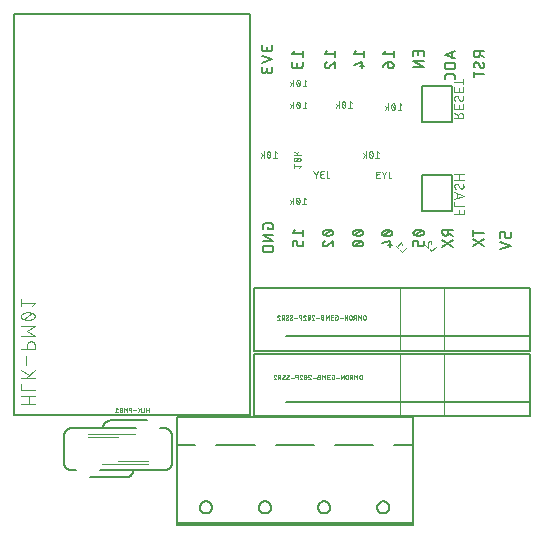
<source format=gbr>
G04 EAGLE Gerber RS-274X export*
G75*
%MOMM*%
%FSLAX34Y34*%
%LPD*%
%INSilkscreen Bottom*%
%IPPOS*%
%AMOC8*
5,1,8,0,0,1.08239X$1,22.5*%
G01*
%ADD10C,0.127000*%
%ADD11C,0.076200*%
%ADD12C,0.025400*%
%ADD13C,0.100000*%
%ADD14C,0.203200*%
%ADD15C,0.050800*%
%ADD16C,0.101600*%
%ADD17C,0.152400*%


D10*
X226355Y435124D02*
X226355Y432654D01*
X226354Y432654D02*
X226352Y432556D01*
X226346Y432458D01*
X226336Y432360D01*
X226323Y432263D01*
X226305Y432166D01*
X226284Y432070D01*
X226259Y431976D01*
X226230Y431882D01*
X226198Y431789D01*
X226161Y431698D01*
X226122Y431608D01*
X226078Y431520D01*
X226031Y431434D01*
X225981Y431349D01*
X225928Y431267D01*
X225871Y431187D01*
X225811Y431109D01*
X225748Y431034D01*
X225682Y430961D01*
X225613Y430891D01*
X225542Y430824D01*
X225468Y430759D01*
X225391Y430698D01*
X225312Y430639D01*
X225231Y430584D01*
X225148Y430532D01*
X225062Y430484D01*
X224975Y430439D01*
X224886Y430397D01*
X224796Y430359D01*
X224704Y430325D01*
X224611Y430294D01*
X224516Y430267D01*
X224421Y430244D01*
X224324Y430224D01*
X224228Y430209D01*
X224130Y430197D01*
X224032Y430189D01*
X223934Y430185D01*
X223836Y430185D01*
X223738Y430189D01*
X223640Y430197D01*
X223542Y430209D01*
X223446Y430224D01*
X223349Y430244D01*
X223254Y430267D01*
X223159Y430294D01*
X223066Y430325D01*
X222974Y430359D01*
X222884Y430397D01*
X222795Y430439D01*
X222708Y430484D01*
X222622Y430532D01*
X222539Y430584D01*
X222458Y430639D01*
X222379Y430698D01*
X222302Y430759D01*
X222228Y430824D01*
X222157Y430891D01*
X222088Y430961D01*
X222022Y431034D01*
X221959Y431109D01*
X221899Y431187D01*
X221842Y431267D01*
X221789Y431349D01*
X221739Y431434D01*
X221692Y431520D01*
X221648Y431608D01*
X221609Y431698D01*
X221572Y431789D01*
X221540Y431882D01*
X221511Y431976D01*
X221486Y432070D01*
X221465Y432166D01*
X221447Y432263D01*
X221434Y432360D01*
X221424Y432458D01*
X221418Y432556D01*
X221416Y432654D01*
X217465Y432160D02*
X217465Y435124D01*
X217464Y432160D02*
X217466Y432073D01*
X217472Y431985D01*
X217481Y431898D01*
X217495Y431812D01*
X217512Y431726D01*
X217533Y431642D01*
X217558Y431558D01*
X217587Y431475D01*
X217619Y431394D01*
X217654Y431314D01*
X217693Y431236D01*
X217736Y431159D01*
X217782Y431085D01*
X217831Y431013D01*
X217883Y430943D01*
X217939Y430875D01*
X217997Y430810D01*
X218058Y430747D01*
X218122Y430688D01*
X218189Y430631D01*
X218257Y430577D01*
X218329Y430526D01*
X218402Y430479D01*
X218477Y430434D01*
X218555Y430393D01*
X218634Y430356D01*
X218714Y430322D01*
X218796Y430292D01*
X218879Y430265D01*
X218964Y430242D01*
X219049Y430223D01*
X219135Y430208D01*
X219222Y430196D01*
X219309Y430188D01*
X219396Y430184D01*
X219484Y430184D01*
X219571Y430188D01*
X219658Y430196D01*
X219745Y430208D01*
X219831Y430223D01*
X219916Y430242D01*
X220001Y430265D01*
X220084Y430292D01*
X220166Y430322D01*
X220246Y430356D01*
X220325Y430393D01*
X220403Y430434D01*
X220478Y430479D01*
X220551Y430526D01*
X220623Y430577D01*
X220691Y430631D01*
X220758Y430688D01*
X220822Y430747D01*
X220883Y430810D01*
X220941Y430875D01*
X220997Y430943D01*
X221049Y431013D01*
X221098Y431085D01*
X221144Y431159D01*
X221187Y431236D01*
X221226Y431314D01*
X221261Y431394D01*
X221293Y431475D01*
X221322Y431558D01*
X221347Y431642D01*
X221368Y431726D01*
X221385Y431812D01*
X221399Y431898D01*
X221408Y431985D01*
X221414Y432073D01*
X221416Y432160D01*
X221416Y434136D01*
X217465Y426474D02*
X226355Y423510D01*
X217465Y420547D01*
X226355Y416836D02*
X226355Y414366D01*
X226354Y414366D02*
X226352Y414268D01*
X226346Y414170D01*
X226336Y414072D01*
X226323Y413975D01*
X226305Y413878D01*
X226284Y413782D01*
X226259Y413688D01*
X226230Y413594D01*
X226198Y413501D01*
X226161Y413410D01*
X226122Y413320D01*
X226078Y413232D01*
X226031Y413146D01*
X225981Y413061D01*
X225928Y412979D01*
X225871Y412899D01*
X225811Y412821D01*
X225748Y412746D01*
X225682Y412673D01*
X225613Y412603D01*
X225542Y412536D01*
X225468Y412471D01*
X225391Y412410D01*
X225312Y412351D01*
X225231Y412296D01*
X225148Y412244D01*
X225062Y412196D01*
X224975Y412151D01*
X224886Y412109D01*
X224796Y412071D01*
X224704Y412037D01*
X224611Y412006D01*
X224516Y411979D01*
X224421Y411956D01*
X224324Y411936D01*
X224228Y411921D01*
X224130Y411909D01*
X224032Y411901D01*
X223934Y411897D01*
X223836Y411897D01*
X223738Y411901D01*
X223640Y411909D01*
X223542Y411921D01*
X223446Y411936D01*
X223349Y411956D01*
X223254Y411979D01*
X223159Y412006D01*
X223066Y412037D01*
X222974Y412071D01*
X222884Y412109D01*
X222795Y412151D01*
X222708Y412196D01*
X222622Y412244D01*
X222539Y412296D01*
X222458Y412351D01*
X222379Y412410D01*
X222302Y412471D01*
X222228Y412536D01*
X222157Y412603D01*
X222088Y412673D01*
X222022Y412746D01*
X221959Y412821D01*
X221899Y412899D01*
X221842Y412979D01*
X221789Y413061D01*
X221739Y413146D01*
X221692Y413232D01*
X221648Y413320D01*
X221609Y413410D01*
X221572Y413501D01*
X221540Y413594D01*
X221511Y413688D01*
X221486Y413782D01*
X221465Y413878D01*
X221447Y413975D01*
X221434Y414072D01*
X221424Y414170D01*
X221418Y414268D01*
X221416Y414366D01*
X217465Y413872D02*
X217465Y416836D01*
X217464Y413872D02*
X217466Y413785D01*
X217472Y413697D01*
X217481Y413610D01*
X217495Y413524D01*
X217512Y413438D01*
X217533Y413354D01*
X217558Y413270D01*
X217587Y413187D01*
X217619Y413106D01*
X217654Y413026D01*
X217693Y412948D01*
X217736Y412871D01*
X217782Y412797D01*
X217831Y412725D01*
X217883Y412655D01*
X217939Y412587D01*
X217997Y412522D01*
X218058Y412459D01*
X218122Y412400D01*
X218189Y412343D01*
X218257Y412289D01*
X218329Y412238D01*
X218402Y412191D01*
X218477Y412146D01*
X218555Y412105D01*
X218634Y412068D01*
X218714Y412034D01*
X218796Y412004D01*
X218879Y411977D01*
X218964Y411954D01*
X219049Y411935D01*
X219135Y411920D01*
X219222Y411908D01*
X219309Y411900D01*
X219396Y411896D01*
X219484Y411896D01*
X219571Y411900D01*
X219658Y411908D01*
X219745Y411920D01*
X219831Y411935D01*
X219916Y411954D01*
X220001Y411977D01*
X220084Y412004D01*
X220166Y412034D01*
X220246Y412068D01*
X220325Y412105D01*
X220403Y412146D01*
X220478Y412191D01*
X220551Y412238D01*
X220623Y412289D01*
X220691Y412343D01*
X220758Y412400D01*
X220822Y412459D01*
X220883Y412522D01*
X220941Y412587D01*
X220997Y412655D01*
X221049Y412725D01*
X221098Y412797D01*
X221144Y412871D01*
X221187Y412948D01*
X221226Y413026D01*
X221261Y413106D01*
X221293Y413187D01*
X221322Y413270D01*
X221347Y413354D01*
X221368Y413438D01*
X221385Y413524D01*
X221399Y413610D01*
X221408Y413697D01*
X221414Y413785D01*
X221416Y413872D01*
X221416Y415848D01*
X243179Y427516D02*
X245155Y429985D01*
X243179Y427516D02*
X252069Y427516D01*
X252069Y429985D02*
X252069Y425046D01*
X252069Y420841D02*
X252069Y418372D01*
X252067Y418274D01*
X252061Y418176D01*
X252051Y418078D01*
X252038Y417981D01*
X252020Y417884D01*
X251999Y417788D01*
X251974Y417694D01*
X251945Y417600D01*
X251913Y417507D01*
X251876Y417416D01*
X251837Y417326D01*
X251793Y417238D01*
X251746Y417152D01*
X251696Y417067D01*
X251643Y416985D01*
X251586Y416905D01*
X251526Y416827D01*
X251463Y416752D01*
X251397Y416679D01*
X251328Y416609D01*
X251257Y416542D01*
X251183Y416477D01*
X251106Y416416D01*
X251027Y416357D01*
X250946Y416302D01*
X250863Y416250D01*
X250777Y416202D01*
X250690Y416157D01*
X250601Y416115D01*
X250511Y416077D01*
X250419Y416043D01*
X250326Y416012D01*
X250231Y415985D01*
X250136Y415962D01*
X250039Y415942D01*
X249943Y415927D01*
X249845Y415915D01*
X249747Y415907D01*
X249649Y415903D01*
X249551Y415903D01*
X249453Y415907D01*
X249355Y415915D01*
X249257Y415927D01*
X249161Y415942D01*
X249064Y415962D01*
X248969Y415985D01*
X248874Y416012D01*
X248781Y416043D01*
X248689Y416077D01*
X248599Y416115D01*
X248510Y416157D01*
X248423Y416202D01*
X248337Y416250D01*
X248254Y416302D01*
X248173Y416357D01*
X248094Y416416D01*
X248017Y416477D01*
X247943Y416542D01*
X247872Y416609D01*
X247803Y416679D01*
X247737Y416752D01*
X247674Y416827D01*
X247614Y416905D01*
X247557Y416985D01*
X247504Y417067D01*
X247454Y417152D01*
X247407Y417238D01*
X247363Y417326D01*
X247324Y417416D01*
X247287Y417507D01*
X247255Y417600D01*
X247226Y417694D01*
X247201Y417788D01*
X247180Y417884D01*
X247162Y417981D01*
X247149Y418078D01*
X247139Y418176D01*
X247133Y418274D01*
X247131Y418372D01*
X243179Y417878D02*
X243179Y420841D01*
X243179Y417878D02*
X243181Y417791D01*
X243187Y417703D01*
X243196Y417616D01*
X243210Y417530D01*
X243227Y417444D01*
X243248Y417360D01*
X243273Y417276D01*
X243302Y417193D01*
X243334Y417112D01*
X243369Y417032D01*
X243408Y416954D01*
X243451Y416877D01*
X243497Y416803D01*
X243546Y416731D01*
X243598Y416661D01*
X243654Y416593D01*
X243712Y416528D01*
X243773Y416465D01*
X243837Y416406D01*
X243904Y416349D01*
X243972Y416295D01*
X244044Y416244D01*
X244117Y416197D01*
X244192Y416152D01*
X244270Y416111D01*
X244349Y416074D01*
X244429Y416040D01*
X244511Y416010D01*
X244594Y415983D01*
X244679Y415960D01*
X244764Y415941D01*
X244850Y415926D01*
X244937Y415914D01*
X245024Y415906D01*
X245111Y415902D01*
X245199Y415902D01*
X245286Y415906D01*
X245373Y415914D01*
X245460Y415926D01*
X245546Y415941D01*
X245631Y415960D01*
X245716Y415983D01*
X245799Y416010D01*
X245881Y416040D01*
X245961Y416074D01*
X246040Y416111D01*
X246118Y416152D01*
X246193Y416197D01*
X246266Y416244D01*
X246338Y416295D01*
X246406Y416349D01*
X246473Y416406D01*
X246537Y416465D01*
X246598Y416528D01*
X246656Y416593D01*
X246712Y416661D01*
X246764Y416731D01*
X246813Y416803D01*
X246859Y416877D01*
X246902Y416954D01*
X246941Y417032D01*
X246976Y417112D01*
X247008Y417193D01*
X247037Y417276D01*
X247062Y417360D01*
X247083Y417444D01*
X247100Y417530D01*
X247114Y417616D01*
X247123Y417703D01*
X247129Y417791D01*
X247131Y417878D01*
X247131Y419853D01*
X270433Y427516D02*
X272408Y429985D01*
X270433Y427516D02*
X279323Y427516D01*
X279323Y429985D02*
X279323Y425046D01*
X270432Y418125D02*
X270434Y418033D01*
X270440Y417941D01*
X270449Y417850D01*
X270462Y417759D01*
X270479Y417669D01*
X270500Y417579D01*
X270524Y417491D01*
X270552Y417403D01*
X270584Y417317D01*
X270619Y417232D01*
X270658Y417149D01*
X270700Y417067D01*
X270745Y416987D01*
X270794Y416909D01*
X270846Y416833D01*
X270901Y416760D01*
X270959Y416688D01*
X271019Y416619D01*
X271083Y416553D01*
X271149Y416489D01*
X271218Y416429D01*
X271290Y416371D01*
X271363Y416316D01*
X271439Y416264D01*
X271517Y416215D01*
X271597Y416170D01*
X271679Y416128D01*
X271762Y416089D01*
X271847Y416054D01*
X271933Y416022D01*
X272021Y415994D01*
X272109Y415970D01*
X272199Y415949D01*
X272289Y415932D01*
X272380Y415919D01*
X272471Y415910D01*
X272563Y415904D01*
X272655Y415902D01*
X270433Y418125D02*
X270435Y418231D01*
X270441Y418336D01*
X270451Y418441D01*
X270464Y418546D01*
X270482Y418650D01*
X270503Y418753D01*
X270528Y418856D01*
X270557Y418958D01*
X270590Y419058D01*
X270626Y419157D01*
X270666Y419255D01*
X270710Y419351D01*
X270757Y419446D01*
X270807Y419538D01*
X270861Y419629D01*
X270919Y419718D01*
X270979Y419804D01*
X271043Y419888D01*
X271109Y419970D01*
X271179Y420050D01*
X271252Y420126D01*
X271327Y420200D01*
X271405Y420271D01*
X271486Y420339D01*
X271569Y420405D01*
X271655Y420467D01*
X271742Y420525D01*
X271832Y420581D01*
X271924Y420633D01*
X272018Y420682D01*
X272113Y420727D01*
X272210Y420769D01*
X272309Y420807D01*
X272408Y420841D01*
X274384Y416643D02*
X274315Y416574D01*
X274245Y416508D01*
X274171Y416445D01*
X274095Y416386D01*
X274017Y416329D01*
X273937Y416275D01*
X273854Y416225D01*
X273770Y416178D01*
X273683Y416135D01*
X273595Y416095D01*
X273506Y416059D01*
X273415Y416026D01*
X273323Y415997D01*
X273229Y415972D01*
X273135Y415951D01*
X273040Y415933D01*
X272944Y415920D01*
X272848Y415910D01*
X272752Y415904D01*
X272655Y415902D01*
X274384Y416643D02*
X279323Y420841D01*
X279323Y415902D01*
X295116Y427516D02*
X297091Y429985D01*
X295116Y427516D02*
X304006Y427516D01*
X304006Y429985D02*
X304006Y425046D01*
X302030Y420841D02*
X295116Y418865D01*
X302030Y420841D02*
X302030Y415902D01*
X300055Y417384D02*
X304006Y417384D01*
X320205Y427516D02*
X322180Y429985D01*
X320205Y427516D02*
X329095Y427516D01*
X329095Y429985D02*
X329095Y425046D01*
X324156Y420841D02*
X324156Y417878D01*
X324155Y417878D02*
X324157Y417792D01*
X324163Y417706D01*
X324172Y417620D01*
X324185Y417535D01*
X324202Y417450D01*
X324222Y417367D01*
X324246Y417284D01*
X324274Y417202D01*
X324305Y417122D01*
X324340Y417043D01*
X324378Y416966D01*
X324420Y416890D01*
X324464Y416816D01*
X324512Y416745D01*
X324563Y416675D01*
X324617Y416608D01*
X324674Y416543D01*
X324734Y416481D01*
X324796Y416421D01*
X324861Y416364D01*
X324928Y416310D01*
X324998Y416259D01*
X325069Y416211D01*
X325143Y416167D01*
X325219Y416125D01*
X325296Y416087D01*
X325375Y416052D01*
X325455Y416021D01*
X325537Y415993D01*
X325620Y415969D01*
X325703Y415949D01*
X325788Y415932D01*
X325873Y415919D01*
X325959Y415910D01*
X326045Y415904D01*
X326131Y415902D01*
X326625Y415902D01*
X326625Y415903D02*
X326723Y415905D01*
X326821Y415911D01*
X326919Y415921D01*
X327016Y415934D01*
X327113Y415952D01*
X327209Y415973D01*
X327303Y415998D01*
X327397Y416027D01*
X327490Y416059D01*
X327581Y416096D01*
X327671Y416135D01*
X327759Y416179D01*
X327845Y416226D01*
X327930Y416276D01*
X328012Y416329D01*
X328092Y416386D01*
X328170Y416446D01*
X328245Y416509D01*
X328318Y416575D01*
X328388Y416644D01*
X328455Y416715D01*
X328520Y416789D01*
X328581Y416866D01*
X328640Y416945D01*
X328695Y417026D01*
X328747Y417109D01*
X328795Y417195D01*
X328840Y417282D01*
X328882Y417371D01*
X328920Y417461D01*
X328954Y417553D01*
X328985Y417646D01*
X329012Y417741D01*
X329035Y417836D01*
X329055Y417933D01*
X329070Y418029D01*
X329082Y418127D01*
X329090Y418225D01*
X329094Y418323D01*
X329094Y418421D01*
X329090Y418519D01*
X329082Y418617D01*
X329070Y418715D01*
X329055Y418811D01*
X329035Y418908D01*
X329012Y419003D01*
X328985Y419098D01*
X328954Y419191D01*
X328920Y419283D01*
X328882Y419373D01*
X328840Y419462D01*
X328795Y419549D01*
X328747Y419635D01*
X328695Y419718D01*
X328640Y419799D01*
X328581Y419878D01*
X328520Y419955D01*
X328455Y420029D01*
X328388Y420100D01*
X328318Y420169D01*
X328245Y420235D01*
X328170Y420298D01*
X328092Y420358D01*
X328012Y420415D01*
X327930Y420468D01*
X327845Y420518D01*
X327759Y420565D01*
X327671Y420609D01*
X327581Y420648D01*
X327490Y420685D01*
X327397Y420717D01*
X327303Y420746D01*
X327209Y420771D01*
X327113Y420792D01*
X327016Y420810D01*
X326919Y420823D01*
X326821Y420833D01*
X326723Y420839D01*
X326625Y420841D01*
X324156Y420841D01*
X324032Y420839D01*
X323908Y420833D01*
X323784Y420823D01*
X323661Y420810D01*
X323538Y420792D01*
X323416Y420771D01*
X323294Y420746D01*
X323173Y420717D01*
X323054Y420684D01*
X322935Y420648D01*
X322818Y420607D01*
X322702Y420564D01*
X322587Y420516D01*
X322474Y420465D01*
X322362Y420410D01*
X322253Y420352D01*
X322145Y420291D01*
X322039Y420226D01*
X321935Y420158D01*
X321834Y420086D01*
X321734Y420012D01*
X321638Y419934D01*
X321543Y419854D01*
X321451Y419770D01*
X321362Y419684D01*
X321276Y419595D01*
X321192Y419503D01*
X321112Y419408D01*
X321034Y419312D01*
X320960Y419212D01*
X320888Y419111D01*
X320820Y419007D01*
X320755Y418901D01*
X320694Y418793D01*
X320636Y418684D01*
X320581Y418572D01*
X320530Y418459D01*
X320482Y418345D01*
X320439Y418228D01*
X320398Y418111D01*
X320362Y417992D01*
X320329Y417873D01*
X320300Y417752D01*
X320275Y417630D01*
X320254Y417508D01*
X320236Y417385D01*
X320223Y417262D01*
X320213Y417138D01*
X320207Y417014D01*
X320205Y416890D01*
X354363Y426034D02*
X354363Y429985D01*
X345473Y429985D01*
X345473Y426034D01*
X349424Y427022D02*
X349424Y429985D01*
X345473Y422083D02*
X354363Y422083D01*
X354363Y417145D02*
X345473Y422083D01*
X345473Y417145D02*
X354363Y417145D01*
X372084Y427022D02*
X380974Y429985D01*
X380974Y424058D02*
X372084Y427022D01*
X378751Y424799D02*
X378751Y429244D01*
X380974Y420042D02*
X372084Y420042D01*
X372084Y417573D01*
X372086Y417476D01*
X372092Y417379D01*
X372101Y417283D01*
X372114Y417187D01*
X372131Y417091D01*
X372152Y416997D01*
X372177Y416903D01*
X372205Y416810D01*
X372237Y416718D01*
X372272Y416628D01*
X372311Y416539D01*
X372353Y416452D01*
X372399Y416367D01*
X372448Y416283D01*
X372500Y416201D01*
X372556Y416122D01*
X372614Y416044D01*
X372676Y415970D01*
X372740Y415897D01*
X372807Y415827D01*
X372877Y415760D01*
X372950Y415696D01*
X373024Y415634D01*
X373102Y415576D01*
X373181Y415520D01*
X373263Y415468D01*
X373347Y415419D01*
X373432Y415373D01*
X373519Y415331D01*
X373608Y415292D01*
X373698Y415257D01*
X373790Y415225D01*
X373883Y415197D01*
X373977Y415172D01*
X374071Y415151D01*
X374167Y415134D01*
X374263Y415121D01*
X374359Y415112D01*
X374456Y415106D01*
X374553Y415104D01*
X374553Y415103D02*
X378504Y415103D01*
X378504Y415104D02*
X378601Y415106D01*
X378698Y415112D01*
X378794Y415121D01*
X378890Y415134D01*
X378986Y415151D01*
X379080Y415172D01*
X379174Y415197D01*
X379267Y415225D01*
X379359Y415257D01*
X379449Y415292D01*
X379538Y415331D01*
X379625Y415373D01*
X379710Y415419D01*
X379794Y415468D01*
X379876Y415520D01*
X379955Y415576D01*
X380033Y415634D01*
X380107Y415696D01*
X380180Y415760D01*
X380250Y415827D01*
X380317Y415897D01*
X380381Y415970D01*
X380443Y416044D01*
X380501Y416122D01*
X380557Y416201D01*
X380609Y416283D01*
X380658Y416367D01*
X380704Y416452D01*
X380746Y416539D01*
X380785Y416628D01*
X380820Y416718D01*
X380852Y416810D01*
X380880Y416903D01*
X380905Y416997D01*
X380926Y417091D01*
X380943Y417187D01*
X380956Y417283D01*
X380965Y417379D01*
X380971Y417476D01*
X380973Y417573D01*
X380974Y417573D02*
X380974Y420042D01*
X380974Y408652D02*
X380974Y406677D01*
X380974Y408652D02*
X380972Y408738D01*
X380966Y408824D01*
X380957Y408910D01*
X380944Y408995D01*
X380927Y409080D01*
X380907Y409163D01*
X380883Y409246D01*
X380855Y409328D01*
X380824Y409408D01*
X380789Y409487D01*
X380751Y409564D01*
X380709Y409640D01*
X380665Y409714D01*
X380617Y409785D01*
X380566Y409855D01*
X380512Y409922D01*
X380455Y409987D01*
X380395Y410049D01*
X380333Y410109D01*
X380268Y410166D01*
X380201Y410220D01*
X380131Y410271D01*
X380060Y410319D01*
X379986Y410363D01*
X379910Y410405D01*
X379833Y410443D01*
X379754Y410478D01*
X379674Y410509D01*
X379592Y410537D01*
X379509Y410561D01*
X379426Y410581D01*
X379341Y410598D01*
X379256Y410611D01*
X379170Y410620D01*
X379084Y410626D01*
X378998Y410628D01*
X374059Y410628D01*
X373970Y410626D01*
X373882Y410620D01*
X373794Y410610D01*
X373706Y410596D01*
X373619Y410578D01*
X373533Y410557D01*
X373448Y410531D01*
X373365Y410502D01*
X373282Y410469D01*
X373202Y410432D01*
X373123Y410392D01*
X373046Y410348D01*
X372970Y410301D01*
X372898Y410251D01*
X372827Y410197D01*
X372759Y410140D01*
X372693Y410080D01*
X372631Y410018D01*
X372571Y409952D01*
X372514Y409884D01*
X372460Y409813D01*
X372410Y409741D01*
X372363Y409666D01*
X372319Y409588D01*
X372279Y409509D01*
X372242Y409429D01*
X372209Y409346D01*
X372180Y409263D01*
X372154Y409178D01*
X372133Y409092D01*
X372115Y409005D01*
X372101Y408917D01*
X372091Y408829D01*
X372085Y408741D01*
X372083Y408652D01*
X372084Y408652D02*
X372084Y406677D01*
X396728Y429985D02*
X405618Y429985D01*
X396728Y429985D02*
X396728Y427516D01*
X396729Y427516D02*
X396731Y427418D01*
X396737Y427320D01*
X396747Y427222D01*
X396760Y427125D01*
X396778Y427028D01*
X396799Y426932D01*
X396824Y426838D01*
X396853Y426744D01*
X396885Y426651D01*
X396922Y426560D01*
X396961Y426470D01*
X397005Y426382D01*
X397052Y426296D01*
X397102Y426211D01*
X397155Y426129D01*
X397212Y426049D01*
X397272Y425971D01*
X397335Y425896D01*
X397401Y425823D01*
X397470Y425753D01*
X397541Y425686D01*
X397615Y425621D01*
X397692Y425560D01*
X397771Y425501D01*
X397852Y425446D01*
X397935Y425394D01*
X398021Y425346D01*
X398108Y425301D01*
X398197Y425259D01*
X398287Y425221D01*
X398379Y425187D01*
X398472Y425156D01*
X398567Y425129D01*
X398662Y425106D01*
X398759Y425086D01*
X398855Y425071D01*
X398953Y425059D01*
X399051Y425051D01*
X399149Y425047D01*
X399247Y425047D01*
X399345Y425051D01*
X399443Y425059D01*
X399541Y425071D01*
X399637Y425086D01*
X399734Y425106D01*
X399829Y425129D01*
X399924Y425156D01*
X400017Y425187D01*
X400109Y425221D01*
X400199Y425259D01*
X400288Y425301D01*
X400375Y425346D01*
X400461Y425394D01*
X400544Y425446D01*
X400625Y425501D01*
X400704Y425560D01*
X400781Y425621D01*
X400855Y425686D01*
X400926Y425753D01*
X400995Y425823D01*
X401061Y425896D01*
X401124Y425971D01*
X401184Y426049D01*
X401241Y426129D01*
X401294Y426211D01*
X401344Y426296D01*
X401391Y426382D01*
X401435Y426470D01*
X401474Y426560D01*
X401511Y426651D01*
X401543Y426744D01*
X401572Y426838D01*
X401597Y426932D01*
X401618Y427028D01*
X401636Y427125D01*
X401649Y427222D01*
X401659Y427320D01*
X401665Y427418D01*
X401667Y427516D01*
X401667Y429985D01*
X401667Y427022D02*
X405618Y425046D01*
X405619Y418258D02*
X405617Y418172D01*
X405611Y418086D01*
X405602Y418000D01*
X405589Y417915D01*
X405572Y417830D01*
X405552Y417747D01*
X405528Y417664D01*
X405500Y417582D01*
X405469Y417502D01*
X405434Y417423D01*
X405396Y417346D01*
X405354Y417270D01*
X405310Y417196D01*
X405262Y417125D01*
X405211Y417055D01*
X405157Y416988D01*
X405100Y416923D01*
X405040Y416861D01*
X404978Y416801D01*
X404913Y416744D01*
X404846Y416690D01*
X404776Y416639D01*
X404705Y416591D01*
X404631Y416547D01*
X404555Y416505D01*
X404478Y416467D01*
X404399Y416432D01*
X404319Y416401D01*
X404237Y416373D01*
X404154Y416349D01*
X404071Y416329D01*
X403986Y416312D01*
X403901Y416299D01*
X403815Y416290D01*
X403729Y416284D01*
X403643Y416282D01*
X405619Y418258D02*
X405617Y418385D01*
X405611Y418511D01*
X405602Y418638D01*
X405588Y418764D01*
X405571Y418889D01*
X405550Y419014D01*
X405525Y419139D01*
X405496Y419262D01*
X405464Y419385D01*
X405428Y419506D01*
X405388Y419627D01*
X405345Y419746D01*
X405298Y419863D01*
X405247Y419980D01*
X405193Y420094D01*
X405136Y420207D01*
X405075Y420318D01*
X405011Y420428D01*
X404943Y420535D01*
X404873Y420640D01*
X404799Y420743D01*
X404722Y420844D01*
X404642Y420942D01*
X404559Y421038D01*
X404473Y421131D01*
X404384Y421222D01*
X398704Y420975D02*
X398618Y420973D01*
X398532Y420967D01*
X398446Y420958D01*
X398361Y420945D01*
X398276Y420928D01*
X398193Y420908D01*
X398110Y420884D01*
X398028Y420856D01*
X397948Y420825D01*
X397869Y420790D01*
X397792Y420752D01*
X397716Y420710D01*
X397642Y420666D01*
X397571Y420618D01*
X397501Y420567D01*
X397434Y420513D01*
X397369Y420456D01*
X397307Y420396D01*
X397247Y420334D01*
X397190Y420269D01*
X397136Y420202D01*
X397085Y420132D01*
X397037Y420061D01*
X396993Y419987D01*
X396951Y419911D01*
X396913Y419834D01*
X396878Y419755D01*
X396847Y419675D01*
X396819Y419593D01*
X396795Y419510D01*
X396775Y419427D01*
X396758Y419342D01*
X396745Y419257D01*
X396736Y419171D01*
X396730Y419085D01*
X396728Y418999D01*
X396730Y418880D01*
X396736Y418761D01*
X396745Y418642D01*
X396759Y418524D01*
X396776Y418406D01*
X396797Y418288D01*
X396822Y418172D01*
X396850Y418056D01*
X396882Y417941D01*
X396918Y417828D01*
X396958Y417715D01*
X397001Y417604D01*
X397047Y417494D01*
X397097Y417386D01*
X397151Y417280D01*
X397208Y417175D01*
X397268Y417073D01*
X397332Y416972D01*
X397399Y416873D01*
X397469Y416777D01*
X400432Y419986D02*
X400387Y420060D01*
X400338Y420132D01*
X400286Y420202D01*
X400231Y420269D01*
X400173Y420334D01*
X400113Y420396D01*
X400050Y420456D01*
X399984Y420512D01*
X399916Y420566D01*
X399846Y420617D01*
X399774Y420665D01*
X399699Y420710D01*
X399623Y420751D01*
X399545Y420789D01*
X399465Y420824D01*
X399384Y420855D01*
X399302Y420883D01*
X399219Y420907D01*
X399135Y420927D01*
X399049Y420944D01*
X398964Y420957D01*
X398877Y420966D01*
X398791Y420972D01*
X398704Y420974D01*
X401915Y417271D02*
X401960Y417197D01*
X402009Y417125D01*
X402061Y417055D01*
X402116Y416988D01*
X402174Y416923D01*
X402234Y416861D01*
X402297Y416802D01*
X402363Y416745D01*
X402431Y416691D01*
X402501Y416640D01*
X402573Y416592D01*
X402648Y416547D01*
X402724Y416506D01*
X402802Y416468D01*
X402882Y416433D01*
X402963Y416402D01*
X403045Y416374D01*
X403128Y416350D01*
X403212Y416330D01*
X403298Y416313D01*
X403383Y416300D01*
X403470Y416291D01*
X403556Y416285D01*
X403643Y416283D01*
X401914Y417270D02*
X400432Y419987D01*
X396728Y410522D02*
X405618Y410522D01*
X396728Y412992D02*
X396728Y408053D01*
X222189Y280943D02*
X222189Y279461D01*
X227128Y279461D01*
X227128Y282425D01*
X227129Y282425D02*
X227127Y282511D01*
X227121Y282597D01*
X227112Y282683D01*
X227099Y282768D01*
X227082Y282853D01*
X227062Y282936D01*
X227038Y283019D01*
X227010Y283101D01*
X226979Y283181D01*
X226944Y283260D01*
X226906Y283337D01*
X226864Y283413D01*
X226820Y283487D01*
X226772Y283558D01*
X226721Y283628D01*
X226667Y283695D01*
X226610Y283760D01*
X226550Y283822D01*
X226488Y283882D01*
X226423Y283939D01*
X226356Y283993D01*
X226286Y284044D01*
X226215Y284092D01*
X226141Y284136D01*
X226065Y284178D01*
X225988Y284216D01*
X225909Y284251D01*
X225829Y284282D01*
X225747Y284310D01*
X225664Y284334D01*
X225581Y284354D01*
X225496Y284371D01*
X225411Y284384D01*
X225325Y284393D01*
X225239Y284399D01*
X225153Y284401D01*
X225153Y284400D02*
X220214Y284400D01*
X220125Y284398D01*
X220037Y284392D01*
X219949Y284382D01*
X219861Y284368D01*
X219774Y284350D01*
X219688Y284329D01*
X219603Y284303D01*
X219520Y284274D01*
X219437Y284241D01*
X219357Y284204D01*
X219278Y284164D01*
X219201Y284120D01*
X219125Y284073D01*
X219053Y284023D01*
X218982Y283969D01*
X218914Y283912D01*
X218848Y283852D01*
X218786Y283790D01*
X218726Y283724D01*
X218669Y283656D01*
X218615Y283585D01*
X218565Y283513D01*
X218518Y283438D01*
X218474Y283360D01*
X218434Y283281D01*
X218397Y283201D01*
X218364Y283118D01*
X218335Y283035D01*
X218309Y282950D01*
X218288Y282864D01*
X218270Y282777D01*
X218256Y282689D01*
X218246Y282601D01*
X218240Y282513D01*
X218238Y282424D01*
X218238Y282425D02*
X218238Y279461D01*
X218238Y274647D02*
X227128Y274647D01*
X227128Y269708D02*
X218238Y274647D01*
X218238Y269708D02*
X227128Y269708D01*
X227128Y264893D02*
X218238Y264893D01*
X218238Y262424D01*
X218239Y262424D02*
X218241Y262327D01*
X218247Y262230D01*
X218256Y262134D01*
X218269Y262038D01*
X218286Y261942D01*
X218307Y261848D01*
X218332Y261754D01*
X218360Y261661D01*
X218392Y261569D01*
X218427Y261479D01*
X218466Y261390D01*
X218508Y261303D01*
X218554Y261218D01*
X218603Y261134D01*
X218655Y261052D01*
X218711Y260973D01*
X218769Y260895D01*
X218831Y260821D01*
X218895Y260748D01*
X218962Y260678D01*
X219032Y260611D01*
X219105Y260547D01*
X219179Y260485D01*
X219257Y260427D01*
X219336Y260371D01*
X219418Y260319D01*
X219502Y260270D01*
X219587Y260224D01*
X219674Y260182D01*
X219763Y260143D01*
X219853Y260108D01*
X219945Y260076D01*
X220038Y260048D01*
X220132Y260023D01*
X220226Y260002D01*
X220322Y259985D01*
X220418Y259972D01*
X220514Y259963D01*
X220611Y259957D01*
X220708Y259955D01*
X220708Y259954D02*
X224659Y259954D01*
X224659Y259955D02*
X224756Y259957D01*
X224853Y259963D01*
X224949Y259972D01*
X225045Y259985D01*
X225141Y260002D01*
X225235Y260023D01*
X225329Y260048D01*
X225422Y260076D01*
X225514Y260108D01*
X225604Y260143D01*
X225693Y260182D01*
X225780Y260224D01*
X225865Y260270D01*
X225949Y260319D01*
X226031Y260371D01*
X226110Y260427D01*
X226188Y260485D01*
X226262Y260547D01*
X226335Y260611D01*
X226405Y260678D01*
X226472Y260748D01*
X226536Y260821D01*
X226598Y260895D01*
X226656Y260973D01*
X226712Y261052D01*
X226764Y261134D01*
X226813Y261218D01*
X226859Y261303D01*
X226901Y261390D01*
X226940Y261479D01*
X226975Y261569D01*
X227007Y261661D01*
X227035Y261754D01*
X227060Y261848D01*
X227081Y261942D01*
X227098Y262038D01*
X227111Y262134D01*
X227120Y262230D01*
X227126Y262327D01*
X227128Y262424D01*
X227128Y264893D01*
X243493Y276516D02*
X245469Y278985D01*
X243493Y276516D02*
X252383Y276516D01*
X252383Y278985D02*
X252383Y274046D01*
X252383Y269841D02*
X252383Y266878D01*
X252384Y266878D02*
X252382Y266789D01*
X252376Y266701D01*
X252366Y266613D01*
X252352Y266525D01*
X252334Y266438D01*
X252313Y266352D01*
X252287Y266267D01*
X252258Y266184D01*
X252225Y266101D01*
X252188Y266021D01*
X252148Y265942D01*
X252104Y265865D01*
X252057Y265789D01*
X252007Y265717D01*
X251953Y265646D01*
X251896Y265578D01*
X251836Y265512D01*
X251774Y265450D01*
X251708Y265390D01*
X251640Y265333D01*
X251569Y265279D01*
X251497Y265229D01*
X251422Y265182D01*
X251344Y265138D01*
X251265Y265098D01*
X251185Y265061D01*
X251102Y265028D01*
X251019Y264999D01*
X250934Y264973D01*
X250848Y264952D01*
X250761Y264934D01*
X250673Y264920D01*
X250585Y264910D01*
X250497Y264904D01*
X250408Y264902D01*
X249420Y264902D01*
X249334Y264904D01*
X249248Y264910D01*
X249162Y264919D01*
X249077Y264932D01*
X248992Y264949D01*
X248909Y264969D01*
X248826Y264993D01*
X248744Y265021D01*
X248664Y265052D01*
X248585Y265087D01*
X248508Y265125D01*
X248432Y265167D01*
X248358Y265211D01*
X248287Y265259D01*
X248217Y265310D01*
X248150Y265364D01*
X248085Y265421D01*
X248023Y265481D01*
X247963Y265543D01*
X247906Y265608D01*
X247852Y265675D01*
X247801Y265745D01*
X247753Y265816D01*
X247709Y265890D01*
X247667Y265966D01*
X247629Y266043D01*
X247594Y266122D01*
X247563Y266202D01*
X247535Y266284D01*
X247511Y266367D01*
X247491Y266450D01*
X247474Y266535D01*
X247461Y266620D01*
X247452Y266706D01*
X247446Y266792D01*
X247444Y266878D01*
X247444Y269841D01*
X243493Y269841D01*
X243493Y264902D01*
X270141Y278244D02*
X270299Y278319D01*
X270459Y278390D01*
X270620Y278457D01*
X270783Y278520D01*
X270948Y278580D01*
X271114Y278635D01*
X271281Y278686D01*
X271449Y278734D01*
X271619Y278777D01*
X271789Y278817D01*
X271960Y278852D01*
X272132Y278883D01*
X272305Y278910D01*
X272479Y278933D01*
X272652Y278952D01*
X272827Y278966D01*
X273001Y278977D01*
X273176Y278983D01*
X273351Y278985D01*
X270140Y278244D02*
X270062Y278215D01*
X269984Y278183D01*
X269909Y278146D01*
X269835Y278107D01*
X269763Y278064D01*
X269692Y278018D01*
X269625Y277968D01*
X269559Y277916D01*
X269496Y277861D01*
X269436Y277802D01*
X269378Y277741D01*
X269323Y277678D01*
X269271Y277612D01*
X269222Y277543D01*
X269177Y277473D01*
X269134Y277401D01*
X269095Y277326D01*
X269060Y277250D01*
X269028Y277173D01*
X269000Y277094D01*
X268975Y277013D01*
X268954Y276932D01*
X268937Y276850D01*
X268923Y276767D01*
X268914Y276684D01*
X268908Y276600D01*
X268906Y276516D01*
X268908Y276432D01*
X268914Y276348D01*
X268923Y276265D01*
X268937Y276182D01*
X268954Y276100D01*
X268975Y276019D01*
X269000Y275938D01*
X269028Y275859D01*
X269060Y275782D01*
X269095Y275706D01*
X269134Y275631D01*
X269177Y275559D01*
X269222Y275488D01*
X269271Y275420D01*
X269323Y275354D01*
X269378Y275291D01*
X269436Y275230D01*
X269496Y275171D01*
X269559Y275116D01*
X269625Y275064D01*
X269692Y275014D01*
X269763Y274968D01*
X269835Y274925D01*
X269909Y274886D01*
X269984Y274849D01*
X270062Y274817D01*
X270140Y274788D01*
X270141Y274787D02*
X270299Y274712D01*
X270459Y274641D01*
X270620Y274574D01*
X270783Y274511D01*
X270948Y274451D01*
X271114Y274396D01*
X271281Y274345D01*
X271449Y274297D01*
X271619Y274254D01*
X271789Y274214D01*
X271960Y274179D01*
X272132Y274148D01*
X272305Y274121D01*
X272479Y274098D01*
X272652Y274079D01*
X272827Y274065D01*
X273001Y274054D01*
X273176Y274048D01*
X273351Y274046D01*
X273351Y278985D02*
X273526Y278983D01*
X273701Y278977D01*
X273875Y278966D01*
X274050Y278952D01*
X274223Y278933D01*
X274397Y278910D01*
X274570Y278883D01*
X274742Y278852D01*
X274913Y278817D01*
X275083Y278777D01*
X275253Y278734D01*
X275421Y278686D01*
X275588Y278635D01*
X275754Y278580D01*
X275919Y278520D01*
X276082Y278457D01*
X276243Y278390D01*
X276403Y278319D01*
X276561Y278244D01*
X276639Y278215D01*
X276717Y278183D01*
X276792Y278146D01*
X276866Y278107D01*
X276939Y278064D01*
X277009Y278018D01*
X277076Y277968D01*
X277142Y277916D01*
X277205Y277860D01*
X277266Y277802D01*
X277323Y277741D01*
X277378Y277678D01*
X277430Y277612D01*
X277479Y277543D01*
X277524Y277473D01*
X277567Y277401D01*
X277606Y277326D01*
X277641Y277250D01*
X277673Y277172D01*
X277701Y277093D01*
X277726Y277013D01*
X277747Y276932D01*
X277764Y276850D01*
X277778Y276767D01*
X277787Y276684D01*
X277793Y276600D01*
X277795Y276516D01*
X276561Y274787D02*
X276403Y274712D01*
X276243Y274641D01*
X276082Y274574D01*
X275919Y274511D01*
X275754Y274451D01*
X275588Y274396D01*
X275421Y274345D01*
X275253Y274297D01*
X275083Y274254D01*
X274913Y274214D01*
X274742Y274179D01*
X274570Y274148D01*
X274397Y274121D01*
X274223Y274098D01*
X274050Y274079D01*
X273875Y274065D01*
X273701Y274054D01*
X273526Y274048D01*
X273351Y274046D01*
X276561Y274788D02*
X276639Y274817D01*
X276717Y274849D01*
X276792Y274886D01*
X276866Y274925D01*
X276939Y274968D01*
X277009Y275014D01*
X277076Y275064D01*
X277142Y275116D01*
X277205Y275172D01*
X277265Y275230D01*
X277323Y275291D01*
X277378Y275354D01*
X277430Y275420D01*
X277479Y275489D01*
X277524Y275559D01*
X277567Y275631D01*
X277606Y275706D01*
X277641Y275782D01*
X277673Y275860D01*
X277701Y275939D01*
X277726Y276019D01*
X277747Y276100D01*
X277764Y276182D01*
X277778Y276265D01*
X277787Y276348D01*
X277793Y276432D01*
X277795Y276516D01*
X275820Y278491D02*
X270881Y274540D01*
X268905Y267125D02*
X268907Y267033D01*
X268913Y266941D01*
X268922Y266850D01*
X268935Y266759D01*
X268952Y266669D01*
X268973Y266579D01*
X268997Y266491D01*
X269025Y266403D01*
X269057Y266317D01*
X269092Y266232D01*
X269131Y266149D01*
X269173Y266067D01*
X269218Y265987D01*
X269267Y265909D01*
X269319Y265833D01*
X269374Y265760D01*
X269432Y265688D01*
X269492Y265619D01*
X269556Y265553D01*
X269622Y265489D01*
X269691Y265429D01*
X269763Y265371D01*
X269836Y265316D01*
X269912Y265264D01*
X269990Y265215D01*
X270070Y265170D01*
X270152Y265128D01*
X270235Y265089D01*
X270320Y265054D01*
X270406Y265022D01*
X270494Y264994D01*
X270582Y264970D01*
X270672Y264949D01*
X270762Y264932D01*
X270853Y264919D01*
X270944Y264910D01*
X271036Y264904D01*
X271128Y264902D01*
X268906Y267125D02*
X268908Y267231D01*
X268914Y267336D01*
X268924Y267441D01*
X268937Y267546D01*
X268955Y267650D01*
X268976Y267753D01*
X269001Y267856D01*
X269030Y267958D01*
X269063Y268058D01*
X269099Y268157D01*
X269139Y268255D01*
X269183Y268351D01*
X269230Y268446D01*
X269280Y268538D01*
X269334Y268629D01*
X269392Y268718D01*
X269452Y268804D01*
X269516Y268888D01*
X269582Y268970D01*
X269652Y269050D01*
X269725Y269126D01*
X269800Y269200D01*
X269878Y269271D01*
X269959Y269339D01*
X270042Y269405D01*
X270128Y269467D01*
X270215Y269525D01*
X270305Y269581D01*
X270397Y269633D01*
X270491Y269682D01*
X270586Y269727D01*
X270683Y269769D01*
X270782Y269807D01*
X270881Y269841D01*
X272857Y265643D02*
X272788Y265574D01*
X272718Y265508D01*
X272644Y265445D01*
X272568Y265386D01*
X272490Y265329D01*
X272410Y265275D01*
X272327Y265225D01*
X272243Y265178D01*
X272156Y265135D01*
X272068Y265095D01*
X271979Y265059D01*
X271888Y265026D01*
X271796Y264997D01*
X271702Y264972D01*
X271608Y264951D01*
X271513Y264933D01*
X271417Y264920D01*
X271321Y264910D01*
X271225Y264904D01*
X271128Y264902D01*
X272857Y265643D02*
X277796Y269841D01*
X277796Y264902D01*
X295679Y278244D02*
X295837Y278319D01*
X295997Y278390D01*
X296158Y278457D01*
X296321Y278520D01*
X296486Y278580D01*
X296652Y278635D01*
X296819Y278686D01*
X296987Y278734D01*
X297157Y278777D01*
X297327Y278817D01*
X297498Y278852D01*
X297670Y278883D01*
X297843Y278910D01*
X298017Y278933D01*
X298190Y278952D01*
X298365Y278966D01*
X298539Y278977D01*
X298714Y278983D01*
X298889Y278985D01*
X295679Y278244D02*
X295601Y278215D01*
X295523Y278183D01*
X295448Y278146D01*
X295374Y278107D01*
X295302Y278064D01*
X295231Y278018D01*
X295164Y277968D01*
X295098Y277916D01*
X295035Y277861D01*
X294975Y277802D01*
X294917Y277741D01*
X294862Y277678D01*
X294810Y277612D01*
X294761Y277543D01*
X294716Y277473D01*
X294673Y277401D01*
X294634Y277326D01*
X294599Y277250D01*
X294567Y277173D01*
X294539Y277094D01*
X294514Y277013D01*
X294493Y276932D01*
X294476Y276850D01*
X294462Y276767D01*
X294453Y276684D01*
X294447Y276600D01*
X294445Y276516D01*
X294447Y276432D01*
X294453Y276348D01*
X294462Y276265D01*
X294476Y276182D01*
X294493Y276100D01*
X294514Y276019D01*
X294539Y275938D01*
X294567Y275859D01*
X294599Y275782D01*
X294634Y275706D01*
X294673Y275631D01*
X294716Y275559D01*
X294761Y275488D01*
X294810Y275420D01*
X294862Y275354D01*
X294917Y275291D01*
X294975Y275230D01*
X295035Y275171D01*
X295098Y275116D01*
X295164Y275064D01*
X295231Y275014D01*
X295302Y274968D01*
X295374Y274925D01*
X295448Y274886D01*
X295523Y274849D01*
X295601Y274817D01*
X295679Y274788D01*
X295679Y274787D02*
X295837Y274712D01*
X295997Y274641D01*
X296158Y274574D01*
X296321Y274511D01*
X296486Y274451D01*
X296652Y274396D01*
X296819Y274345D01*
X296987Y274297D01*
X297157Y274254D01*
X297327Y274214D01*
X297498Y274179D01*
X297670Y274148D01*
X297843Y274121D01*
X298017Y274098D01*
X298190Y274079D01*
X298365Y274065D01*
X298539Y274054D01*
X298714Y274048D01*
X298889Y274046D01*
X298889Y278985D02*
X299064Y278983D01*
X299239Y278977D01*
X299413Y278966D01*
X299588Y278952D01*
X299761Y278933D01*
X299935Y278910D01*
X300108Y278883D01*
X300280Y278852D01*
X300451Y278817D01*
X300621Y278777D01*
X300791Y278734D01*
X300959Y278686D01*
X301126Y278635D01*
X301292Y278580D01*
X301457Y278520D01*
X301620Y278457D01*
X301781Y278390D01*
X301941Y278319D01*
X302099Y278244D01*
X302100Y278244D02*
X302178Y278215D01*
X302256Y278183D01*
X302331Y278146D01*
X302405Y278107D01*
X302478Y278064D01*
X302548Y278018D01*
X302615Y277968D01*
X302681Y277916D01*
X302744Y277860D01*
X302805Y277802D01*
X302862Y277741D01*
X302917Y277678D01*
X302969Y277612D01*
X303018Y277543D01*
X303063Y277473D01*
X303106Y277401D01*
X303145Y277326D01*
X303180Y277250D01*
X303212Y277172D01*
X303240Y277093D01*
X303265Y277013D01*
X303286Y276932D01*
X303303Y276850D01*
X303317Y276767D01*
X303326Y276684D01*
X303332Y276600D01*
X303334Y276516D01*
X302099Y274787D02*
X301941Y274712D01*
X301781Y274641D01*
X301620Y274574D01*
X301457Y274511D01*
X301292Y274451D01*
X301126Y274396D01*
X300959Y274345D01*
X300791Y274297D01*
X300621Y274254D01*
X300451Y274214D01*
X300280Y274179D01*
X300108Y274148D01*
X299935Y274121D01*
X299761Y274098D01*
X299588Y274079D01*
X299413Y274065D01*
X299239Y274054D01*
X299064Y274048D01*
X298889Y274046D01*
X302100Y274788D02*
X302178Y274817D01*
X302256Y274849D01*
X302331Y274886D01*
X302405Y274925D01*
X302478Y274968D01*
X302548Y275014D01*
X302615Y275064D01*
X302681Y275116D01*
X302744Y275172D01*
X302804Y275230D01*
X302862Y275291D01*
X302917Y275354D01*
X302969Y275420D01*
X303018Y275489D01*
X303063Y275559D01*
X303106Y275631D01*
X303145Y275706D01*
X303180Y275782D01*
X303212Y275860D01*
X303240Y275939D01*
X303265Y276019D01*
X303286Y276100D01*
X303303Y276182D01*
X303317Y276265D01*
X303326Y276348D01*
X303332Y276432D01*
X303334Y276516D01*
X301359Y278491D02*
X296420Y274540D01*
X298889Y269841D02*
X298714Y269839D01*
X298539Y269833D01*
X298365Y269822D01*
X298190Y269808D01*
X298017Y269789D01*
X297843Y269766D01*
X297670Y269739D01*
X297498Y269708D01*
X297327Y269673D01*
X297157Y269633D01*
X296987Y269590D01*
X296819Y269542D01*
X296652Y269491D01*
X296486Y269436D01*
X296321Y269376D01*
X296158Y269313D01*
X295997Y269246D01*
X295837Y269175D01*
X295679Y269100D01*
X295601Y269071D01*
X295523Y269039D01*
X295448Y269002D01*
X295374Y268963D01*
X295302Y268920D01*
X295231Y268874D01*
X295164Y268824D01*
X295098Y268772D01*
X295035Y268717D01*
X294975Y268658D01*
X294917Y268597D01*
X294862Y268534D01*
X294810Y268468D01*
X294761Y268399D01*
X294716Y268329D01*
X294673Y268257D01*
X294634Y268182D01*
X294599Y268106D01*
X294567Y268029D01*
X294539Y267950D01*
X294514Y267869D01*
X294493Y267788D01*
X294476Y267706D01*
X294462Y267623D01*
X294453Y267540D01*
X294447Y267456D01*
X294445Y267372D01*
X294447Y267288D01*
X294453Y267204D01*
X294462Y267121D01*
X294476Y267038D01*
X294493Y266956D01*
X294514Y266875D01*
X294539Y266794D01*
X294567Y266715D01*
X294599Y266638D01*
X294634Y266562D01*
X294673Y266487D01*
X294716Y266415D01*
X294761Y266344D01*
X294810Y266276D01*
X294862Y266210D01*
X294917Y266147D01*
X294975Y266086D01*
X295035Y266027D01*
X295098Y265972D01*
X295164Y265920D01*
X295231Y265870D01*
X295302Y265824D01*
X295374Y265781D01*
X295448Y265742D01*
X295523Y265705D01*
X295601Y265673D01*
X295679Y265644D01*
X295679Y265643D02*
X295837Y265568D01*
X295997Y265497D01*
X296158Y265430D01*
X296321Y265367D01*
X296486Y265307D01*
X296652Y265252D01*
X296819Y265201D01*
X296987Y265153D01*
X297157Y265110D01*
X297327Y265070D01*
X297498Y265035D01*
X297670Y265004D01*
X297843Y264977D01*
X298017Y264954D01*
X298190Y264935D01*
X298365Y264921D01*
X298539Y264910D01*
X298714Y264904D01*
X298889Y264902D01*
X298889Y269841D02*
X299064Y269839D01*
X299239Y269833D01*
X299413Y269822D01*
X299588Y269808D01*
X299761Y269789D01*
X299935Y269766D01*
X300108Y269739D01*
X300280Y269708D01*
X300451Y269673D01*
X300621Y269633D01*
X300791Y269590D01*
X300959Y269542D01*
X301126Y269491D01*
X301292Y269436D01*
X301457Y269376D01*
X301620Y269313D01*
X301781Y269246D01*
X301941Y269175D01*
X302099Y269100D01*
X302100Y269100D02*
X302178Y269071D01*
X302256Y269039D01*
X302331Y269002D01*
X302405Y268963D01*
X302478Y268920D01*
X302548Y268874D01*
X302615Y268824D01*
X302681Y268772D01*
X302744Y268716D01*
X302805Y268658D01*
X302862Y268597D01*
X302917Y268534D01*
X302969Y268468D01*
X303018Y268399D01*
X303063Y268329D01*
X303106Y268257D01*
X303145Y268182D01*
X303180Y268106D01*
X303212Y268028D01*
X303240Y267949D01*
X303265Y267869D01*
X303286Y267788D01*
X303303Y267706D01*
X303317Y267623D01*
X303326Y267540D01*
X303332Y267456D01*
X303334Y267372D01*
X302099Y265643D02*
X301941Y265568D01*
X301781Y265497D01*
X301620Y265430D01*
X301457Y265367D01*
X301292Y265307D01*
X301126Y265252D01*
X300959Y265201D01*
X300791Y265153D01*
X300621Y265110D01*
X300451Y265070D01*
X300280Y265035D01*
X300108Y265004D01*
X299935Y264977D01*
X299761Y264954D01*
X299588Y264935D01*
X299413Y264921D01*
X299239Y264910D01*
X299064Y264904D01*
X298889Y264902D01*
X302100Y265644D02*
X302178Y265673D01*
X302256Y265705D01*
X302331Y265742D01*
X302405Y265781D01*
X302478Y265824D01*
X302548Y265870D01*
X302615Y265920D01*
X302681Y265972D01*
X302744Y266028D01*
X302804Y266086D01*
X302862Y266147D01*
X302917Y266210D01*
X302969Y266276D01*
X303018Y266345D01*
X303063Y266415D01*
X303106Y266487D01*
X303145Y266562D01*
X303180Y266638D01*
X303212Y266716D01*
X303240Y266795D01*
X303265Y266875D01*
X303286Y266956D01*
X303303Y267038D01*
X303317Y267121D01*
X303326Y267204D01*
X303332Y267288D01*
X303334Y267372D01*
X301359Y269347D02*
X296420Y265396D01*
X346875Y278244D02*
X347033Y278319D01*
X347193Y278390D01*
X347354Y278457D01*
X347517Y278520D01*
X347682Y278580D01*
X347848Y278635D01*
X348015Y278686D01*
X348183Y278734D01*
X348353Y278777D01*
X348523Y278817D01*
X348694Y278852D01*
X348866Y278883D01*
X349039Y278910D01*
X349213Y278933D01*
X349386Y278952D01*
X349561Y278966D01*
X349735Y278977D01*
X349910Y278983D01*
X350085Y278985D01*
X346875Y278244D02*
X346797Y278215D01*
X346719Y278183D01*
X346644Y278146D01*
X346570Y278107D01*
X346498Y278064D01*
X346427Y278018D01*
X346360Y277968D01*
X346294Y277916D01*
X346231Y277861D01*
X346171Y277802D01*
X346113Y277741D01*
X346058Y277678D01*
X346006Y277612D01*
X345957Y277543D01*
X345912Y277473D01*
X345869Y277401D01*
X345830Y277326D01*
X345795Y277250D01*
X345763Y277173D01*
X345735Y277094D01*
X345710Y277013D01*
X345689Y276932D01*
X345672Y276850D01*
X345658Y276767D01*
X345649Y276684D01*
X345643Y276600D01*
X345641Y276516D01*
X345643Y276432D01*
X345649Y276348D01*
X345658Y276265D01*
X345672Y276182D01*
X345689Y276100D01*
X345710Y276019D01*
X345735Y275938D01*
X345763Y275859D01*
X345795Y275782D01*
X345830Y275706D01*
X345869Y275631D01*
X345912Y275559D01*
X345957Y275488D01*
X346006Y275420D01*
X346058Y275354D01*
X346113Y275291D01*
X346171Y275230D01*
X346231Y275171D01*
X346294Y275116D01*
X346360Y275064D01*
X346427Y275014D01*
X346498Y274968D01*
X346570Y274925D01*
X346644Y274886D01*
X346719Y274849D01*
X346797Y274817D01*
X346875Y274788D01*
X346875Y274787D02*
X347033Y274712D01*
X347193Y274641D01*
X347354Y274574D01*
X347517Y274511D01*
X347682Y274451D01*
X347848Y274396D01*
X348015Y274345D01*
X348183Y274297D01*
X348353Y274254D01*
X348523Y274214D01*
X348694Y274179D01*
X348866Y274148D01*
X349039Y274121D01*
X349213Y274098D01*
X349386Y274079D01*
X349561Y274065D01*
X349735Y274054D01*
X349910Y274048D01*
X350085Y274046D01*
X350085Y278985D02*
X350260Y278983D01*
X350435Y278977D01*
X350609Y278966D01*
X350784Y278952D01*
X350957Y278933D01*
X351131Y278910D01*
X351304Y278883D01*
X351476Y278852D01*
X351647Y278817D01*
X351817Y278777D01*
X351987Y278734D01*
X352155Y278686D01*
X352322Y278635D01*
X352488Y278580D01*
X352653Y278520D01*
X352816Y278457D01*
X352977Y278390D01*
X353137Y278319D01*
X353295Y278244D01*
X353296Y278244D02*
X353374Y278215D01*
X353452Y278183D01*
X353527Y278146D01*
X353601Y278107D01*
X353674Y278064D01*
X353744Y278018D01*
X353811Y277968D01*
X353877Y277916D01*
X353940Y277860D01*
X354001Y277802D01*
X354058Y277741D01*
X354113Y277678D01*
X354165Y277612D01*
X354214Y277543D01*
X354259Y277473D01*
X354302Y277401D01*
X354341Y277326D01*
X354376Y277250D01*
X354408Y277172D01*
X354436Y277093D01*
X354461Y277013D01*
X354482Y276932D01*
X354499Y276850D01*
X354513Y276767D01*
X354522Y276684D01*
X354528Y276600D01*
X354530Y276516D01*
X353295Y274787D02*
X353137Y274712D01*
X352977Y274641D01*
X352816Y274574D01*
X352653Y274511D01*
X352488Y274451D01*
X352322Y274396D01*
X352155Y274345D01*
X351987Y274297D01*
X351817Y274254D01*
X351647Y274214D01*
X351476Y274179D01*
X351304Y274148D01*
X351131Y274121D01*
X350957Y274098D01*
X350784Y274079D01*
X350609Y274065D01*
X350435Y274054D01*
X350260Y274048D01*
X350085Y274046D01*
X353296Y274788D02*
X353374Y274817D01*
X353452Y274849D01*
X353527Y274886D01*
X353601Y274925D01*
X353674Y274968D01*
X353744Y275014D01*
X353811Y275064D01*
X353877Y275116D01*
X353940Y275172D01*
X354000Y275230D01*
X354058Y275291D01*
X354113Y275354D01*
X354165Y275420D01*
X354214Y275489D01*
X354259Y275559D01*
X354302Y275631D01*
X354341Y275706D01*
X354376Y275782D01*
X354408Y275860D01*
X354436Y275939D01*
X354461Y276019D01*
X354482Y276100D01*
X354499Y276182D01*
X354513Y276265D01*
X354522Y276348D01*
X354528Y276432D01*
X354530Y276516D01*
X352555Y278491D02*
X347616Y274540D01*
X354530Y269841D02*
X354530Y266878D01*
X354531Y266878D02*
X354529Y266789D01*
X354523Y266701D01*
X354513Y266613D01*
X354499Y266525D01*
X354481Y266438D01*
X354460Y266352D01*
X354434Y266267D01*
X354405Y266184D01*
X354372Y266101D01*
X354335Y266021D01*
X354295Y265942D01*
X354251Y265865D01*
X354204Y265789D01*
X354154Y265717D01*
X354100Y265646D01*
X354043Y265578D01*
X353983Y265512D01*
X353921Y265450D01*
X353855Y265390D01*
X353787Y265333D01*
X353716Y265279D01*
X353644Y265229D01*
X353569Y265182D01*
X353491Y265138D01*
X353412Y265098D01*
X353332Y265061D01*
X353249Y265028D01*
X353166Y264999D01*
X353081Y264973D01*
X352995Y264952D01*
X352908Y264934D01*
X352820Y264920D01*
X352732Y264910D01*
X352644Y264904D01*
X352555Y264902D01*
X351567Y264902D01*
X351481Y264904D01*
X351395Y264910D01*
X351309Y264919D01*
X351224Y264932D01*
X351139Y264949D01*
X351056Y264969D01*
X350973Y264993D01*
X350891Y265021D01*
X350811Y265052D01*
X350732Y265087D01*
X350655Y265125D01*
X350579Y265167D01*
X350505Y265211D01*
X350434Y265259D01*
X350364Y265310D01*
X350297Y265364D01*
X350232Y265421D01*
X350170Y265481D01*
X350110Y265543D01*
X350053Y265608D01*
X349999Y265675D01*
X349948Y265745D01*
X349900Y265816D01*
X349856Y265890D01*
X349814Y265966D01*
X349776Y266043D01*
X349741Y266122D01*
X349710Y266202D01*
X349682Y266284D01*
X349658Y266367D01*
X349638Y266450D01*
X349621Y266535D01*
X349608Y266620D01*
X349599Y266706D01*
X349593Y266792D01*
X349591Y266878D01*
X349591Y269841D01*
X345640Y269841D01*
X345640Y264902D01*
X323483Y278666D02*
X323308Y278664D01*
X323133Y278658D01*
X322959Y278647D01*
X322784Y278633D01*
X322611Y278614D01*
X322437Y278591D01*
X322264Y278564D01*
X322092Y278533D01*
X321921Y278498D01*
X321751Y278458D01*
X321581Y278415D01*
X321413Y278367D01*
X321246Y278316D01*
X321080Y278261D01*
X320915Y278201D01*
X320752Y278138D01*
X320591Y278071D01*
X320431Y278000D01*
X320273Y277925D01*
X320195Y277896D01*
X320117Y277864D01*
X320042Y277827D01*
X319968Y277788D01*
X319896Y277745D01*
X319825Y277699D01*
X319758Y277649D01*
X319692Y277597D01*
X319629Y277542D01*
X319569Y277483D01*
X319511Y277422D01*
X319456Y277359D01*
X319404Y277293D01*
X319355Y277224D01*
X319310Y277154D01*
X319267Y277082D01*
X319228Y277007D01*
X319193Y276931D01*
X319161Y276854D01*
X319133Y276775D01*
X319108Y276694D01*
X319087Y276613D01*
X319070Y276531D01*
X319056Y276448D01*
X319047Y276365D01*
X319041Y276281D01*
X319039Y276197D01*
X319041Y276113D01*
X319047Y276029D01*
X319056Y275946D01*
X319070Y275863D01*
X319087Y275781D01*
X319108Y275700D01*
X319133Y275619D01*
X319161Y275540D01*
X319193Y275463D01*
X319228Y275387D01*
X319267Y275312D01*
X319310Y275240D01*
X319355Y275169D01*
X319404Y275101D01*
X319456Y275035D01*
X319511Y274972D01*
X319569Y274911D01*
X319629Y274852D01*
X319692Y274797D01*
X319758Y274745D01*
X319825Y274695D01*
X319896Y274649D01*
X319968Y274606D01*
X320042Y274567D01*
X320117Y274530D01*
X320195Y274498D01*
X320273Y274469D01*
X320273Y274468D02*
X320431Y274393D01*
X320591Y274322D01*
X320752Y274255D01*
X320915Y274192D01*
X321080Y274132D01*
X321246Y274077D01*
X321413Y274026D01*
X321581Y273978D01*
X321751Y273935D01*
X321921Y273895D01*
X322092Y273860D01*
X322264Y273829D01*
X322437Y273802D01*
X322611Y273779D01*
X322784Y273760D01*
X322959Y273746D01*
X323133Y273735D01*
X323308Y273729D01*
X323483Y273727D01*
X323483Y278666D02*
X323658Y278664D01*
X323833Y278658D01*
X324007Y278647D01*
X324182Y278633D01*
X324355Y278614D01*
X324529Y278591D01*
X324702Y278564D01*
X324874Y278533D01*
X325045Y278498D01*
X325215Y278458D01*
X325385Y278415D01*
X325553Y278367D01*
X325720Y278316D01*
X325886Y278261D01*
X326051Y278201D01*
X326214Y278138D01*
X326375Y278071D01*
X326535Y278000D01*
X326693Y277925D01*
X326694Y277925D02*
X326772Y277896D01*
X326850Y277864D01*
X326925Y277827D01*
X326999Y277788D01*
X327072Y277745D01*
X327142Y277699D01*
X327209Y277649D01*
X327275Y277597D01*
X327338Y277541D01*
X327399Y277483D01*
X327456Y277422D01*
X327511Y277359D01*
X327563Y277293D01*
X327612Y277224D01*
X327657Y277154D01*
X327700Y277082D01*
X327739Y277007D01*
X327774Y276931D01*
X327806Y276853D01*
X327834Y276774D01*
X327859Y276694D01*
X327880Y276613D01*
X327897Y276531D01*
X327911Y276448D01*
X327920Y276365D01*
X327926Y276281D01*
X327928Y276197D01*
X326693Y274468D02*
X326535Y274393D01*
X326375Y274322D01*
X326214Y274255D01*
X326051Y274192D01*
X325886Y274132D01*
X325720Y274077D01*
X325553Y274026D01*
X325385Y273978D01*
X325215Y273935D01*
X325045Y273895D01*
X324874Y273860D01*
X324702Y273829D01*
X324529Y273802D01*
X324355Y273779D01*
X324182Y273760D01*
X324007Y273746D01*
X323833Y273735D01*
X323658Y273729D01*
X323483Y273727D01*
X326694Y274469D02*
X326772Y274498D01*
X326850Y274530D01*
X326925Y274567D01*
X326999Y274606D01*
X327072Y274649D01*
X327142Y274695D01*
X327209Y274745D01*
X327275Y274797D01*
X327338Y274853D01*
X327398Y274911D01*
X327456Y274972D01*
X327511Y275035D01*
X327563Y275101D01*
X327612Y275170D01*
X327657Y275240D01*
X327700Y275312D01*
X327739Y275387D01*
X327774Y275463D01*
X327806Y275541D01*
X327834Y275620D01*
X327859Y275700D01*
X327880Y275781D01*
X327897Y275863D01*
X327911Y275946D01*
X327920Y276029D01*
X327926Y276113D01*
X327928Y276197D01*
X325953Y278172D02*
X321014Y274221D01*
X325953Y269522D02*
X319038Y267547D01*
X325953Y269522D02*
X325953Y264583D01*
X327928Y266065D02*
X323977Y266065D01*
X370242Y278985D02*
X379132Y278985D01*
X370242Y278985D02*
X370242Y276516D01*
X370244Y276418D01*
X370250Y276320D01*
X370260Y276222D01*
X370273Y276125D01*
X370291Y276028D01*
X370312Y275932D01*
X370337Y275838D01*
X370366Y275744D01*
X370398Y275651D01*
X370435Y275560D01*
X370474Y275470D01*
X370518Y275382D01*
X370565Y275296D01*
X370615Y275211D01*
X370668Y275129D01*
X370725Y275049D01*
X370785Y274971D01*
X370848Y274896D01*
X370914Y274823D01*
X370983Y274753D01*
X371054Y274686D01*
X371128Y274621D01*
X371205Y274560D01*
X371284Y274501D01*
X371365Y274446D01*
X371448Y274394D01*
X371534Y274346D01*
X371621Y274301D01*
X371710Y274259D01*
X371800Y274221D01*
X371892Y274187D01*
X371985Y274156D01*
X372080Y274129D01*
X372175Y274106D01*
X372272Y274086D01*
X372368Y274071D01*
X372466Y274059D01*
X372564Y274051D01*
X372662Y274047D01*
X372760Y274047D01*
X372858Y274051D01*
X372956Y274059D01*
X373054Y274071D01*
X373150Y274086D01*
X373247Y274106D01*
X373342Y274129D01*
X373437Y274156D01*
X373530Y274187D01*
X373622Y274221D01*
X373712Y274259D01*
X373801Y274301D01*
X373888Y274346D01*
X373974Y274394D01*
X374057Y274446D01*
X374138Y274501D01*
X374217Y274560D01*
X374294Y274621D01*
X374368Y274686D01*
X374439Y274753D01*
X374508Y274823D01*
X374574Y274896D01*
X374637Y274971D01*
X374697Y275049D01*
X374754Y275129D01*
X374807Y275211D01*
X374857Y275296D01*
X374904Y275382D01*
X374948Y275470D01*
X374987Y275560D01*
X375024Y275651D01*
X375056Y275744D01*
X375085Y275838D01*
X375110Y275932D01*
X375131Y276028D01*
X375149Y276125D01*
X375162Y276222D01*
X375172Y276320D01*
X375178Y276418D01*
X375180Y276516D01*
X375181Y276516D02*
X375181Y278985D01*
X375181Y276022D02*
X379132Y274046D01*
X379132Y270410D02*
X370242Y264484D01*
X370242Y270410D02*
X379132Y264484D01*
X396244Y276516D02*
X405134Y276516D01*
X396244Y278985D02*
X396244Y274046D01*
X396244Y265018D02*
X405134Y270945D01*
X405134Y265018D02*
X396244Y270945D01*
D11*
X339860Y264112D02*
X336089Y260340D01*
X334412Y262016D01*
X335799Y266496D02*
X335590Y268382D01*
X331818Y264611D01*
X330770Y265658D02*
X332866Y263563D01*
X361006Y260758D02*
X364778Y264530D01*
X361006Y260758D02*
X359330Y262435D01*
X358517Y268906D02*
X358569Y268956D01*
X358624Y269003D01*
X358682Y269046D01*
X358742Y269087D01*
X358803Y269124D01*
X358867Y269158D01*
X358933Y269188D01*
X359000Y269215D01*
X359068Y269238D01*
X359138Y269258D01*
X359209Y269273D01*
X359280Y269285D01*
X359352Y269293D01*
X359424Y269297D01*
X359496Y269297D01*
X359568Y269293D01*
X359640Y269285D01*
X359711Y269273D01*
X359782Y269258D01*
X359851Y269238D01*
X359920Y269215D01*
X359987Y269188D01*
X360053Y269158D01*
X360116Y269124D01*
X360178Y269087D01*
X360238Y269047D01*
X360296Y269003D01*
X360351Y268956D01*
X360403Y268906D01*
X360402Y268905D02*
X360457Y268848D01*
X360510Y268787D01*
X360559Y268725D01*
X360606Y268660D01*
X360649Y268593D01*
X360689Y268524D01*
X360726Y268454D01*
X360760Y268381D01*
X360790Y268307D01*
X360817Y268232D01*
X360841Y268156D01*
X360860Y268079D01*
X360876Y268000D01*
X360889Y267922D01*
X360898Y267842D01*
X360903Y267763D01*
X360904Y267683D01*
X360902Y267603D01*
X360896Y267524D01*
X360886Y267444D01*
X360872Y267366D01*
X360855Y267288D01*
X360834Y267211D01*
X360810Y267135D01*
X360782Y267060D01*
X360751Y266987D01*
X360716Y266915D01*
X358097Y267858D02*
X358097Y267931D01*
X358101Y268003D01*
X358109Y268075D01*
X358120Y268147D01*
X358134Y268218D01*
X358152Y268288D01*
X358174Y268357D01*
X358199Y268425D01*
X358228Y268491D01*
X358260Y268556D01*
X358295Y268620D01*
X358334Y268681D01*
X358375Y268741D01*
X358419Y268798D01*
X358466Y268853D01*
X358516Y268906D01*
X358097Y267858D02*
X357783Y263982D01*
X355688Y266077D01*
D12*
X121793Y128397D02*
X121793Y124587D01*
X121793Y126704D02*
X119676Y126704D01*
X119676Y128397D02*
X119676Y124587D01*
X117885Y124587D02*
X117885Y128397D01*
X117885Y124587D02*
X116192Y124587D01*
X114673Y124587D02*
X114673Y128397D01*
X112557Y128397D02*
X114673Y126069D01*
X113827Y126915D02*
X112557Y124587D01*
X111154Y126069D02*
X108614Y126069D01*
X106871Y124587D02*
X106871Y128397D01*
X105812Y128397D01*
X105748Y128395D01*
X105684Y128389D01*
X105621Y128380D01*
X105559Y128366D01*
X105497Y128349D01*
X105437Y128328D01*
X105378Y128304D01*
X105320Y128276D01*
X105265Y128244D01*
X105211Y128210D01*
X105160Y128172D01*
X105110Y128131D01*
X105064Y128087D01*
X105020Y128041D01*
X104979Y127991D01*
X104941Y127940D01*
X104907Y127886D01*
X104875Y127831D01*
X104847Y127773D01*
X104823Y127714D01*
X104802Y127654D01*
X104785Y127592D01*
X104771Y127530D01*
X104762Y127467D01*
X104756Y127403D01*
X104754Y127339D01*
X104756Y127275D01*
X104762Y127211D01*
X104771Y127148D01*
X104785Y127086D01*
X104802Y127024D01*
X104823Y126964D01*
X104847Y126905D01*
X104875Y126847D01*
X104907Y126792D01*
X104941Y126738D01*
X104979Y126687D01*
X105020Y126637D01*
X105064Y126591D01*
X105110Y126547D01*
X105160Y126506D01*
X105211Y126468D01*
X105265Y126434D01*
X105320Y126402D01*
X105378Y126374D01*
X105437Y126350D01*
X105497Y126329D01*
X105559Y126312D01*
X105621Y126298D01*
X105684Y126289D01*
X105748Y126283D01*
X105812Y126281D01*
X105812Y126280D02*
X106871Y126280D01*
X103229Y124587D02*
X103229Y128397D01*
X101959Y126280D01*
X100689Y128397D01*
X100689Y124587D01*
X98994Y126492D02*
X98992Y126602D01*
X98986Y126711D01*
X98977Y126820D01*
X98963Y126929D01*
X98946Y127037D01*
X98925Y127145D01*
X98901Y127251D01*
X98872Y127357D01*
X98840Y127462D01*
X98805Y127566D01*
X98766Y127668D01*
X98723Y127769D01*
X98676Y127868D01*
X98677Y127868D02*
X98657Y127918D01*
X98635Y127967D01*
X98609Y128015D01*
X98580Y128060D01*
X98547Y128103D01*
X98512Y128144D01*
X98474Y128183D01*
X98434Y128218D01*
X98391Y128251D01*
X98346Y128281D01*
X98299Y128308D01*
X98251Y128331D01*
X98201Y128351D01*
X98149Y128367D01*
X98097Y128380D01*
X98044Y128390D01*
X97990Y128395D01*
X97936Y128397D01*
X97882Y128395D01*
X97828Y128390D01*
X97775Y128380D01*
X97723Y128367D01*
X97671Y128351D01*
X97621Y128331D01*
X97573Y128308D01*
X97526Y128281D01*
X97481Y128251D01*
X97438Y128218D01*
X97398Y128183D01*
X97360Y128144D01*
X97325Y128103D01*
X97292Y128060D01*
X97263Y128015D01*
X97237Y127967D01*
X97215Y127918D01*
X97195Y127868D01*
X97148Y127769D01*
X97105Y127668D01*
X97066Y127566D01*
X97031Y127462D01*
X96999Y127357D01*
X96970Y127251D01*
X96946Y127145D01*
X96925Y127037D01*
X96908Y126929D01*
X96894Y126820D01*
X96885Y126711D01*
X96879Y126602D01*
X96877Y126492D01*
X98994Y126492D02*
X98992Y126382D01*
X98986Y126273D01*
X98977Y126164D01*
X98963Y126055D01*
X98946Y125947D01*
X98925Y125839D01*
X98901Y125733D01*
X98872Y125627D01*
X98840Y125522D01*
X98805Y125419D01*
X98766Y125316D01*
X98723Y125215D01*
X98676Y125116D01*
X98677Y125116D02*
X98657Y125066D01*
X98635Y125017D01*
X98609Y124969D01*
X98580Y124924D01*
X98547Y124881D01*
X98512Y124840D01*
X98474Y124801D01*
X98434Y124766D01*
X98391Y124733D01*
X98346Y124703D01*
X98299Y124676D01*
X98251Y124653D01*
X98201Y124633D01*
X98149Y124617D01*
X98097Y124604D01*
X98044Y124594D01*
X97990Y124589D01*
X97936Y124587D01*
X97195Y125116D02*
X97148Y125215D01*
X97105Y125316D01*
X97066Y125419D01*
X97031Y125522D01*
X96999Y125627D01*
X96970Y125733D01*
X96946Y125839D01*
X96925Y125947D01*
X96908Y126055D01*
X96894Y126164D01*
X96885Y126273D01*
X96879Y126382D01*
X96877Y126492D01*
X97195Y125116D02*
X97215Y125066D01*
X97237Y125017D01*
X97263Y124969D01*
X97292Y124924D01*
X97325Y124881D01*
X97360Y124840D01*
X97398Y124801D01*
X97438Y124766D01*
X97481Y124733D01*
X97526Y124703D01*
X97573Y124676D01*
X97621Y124653D01*
X97672Y124633D01*
X97723Y124617D01*
X97775Y124604D01*
X97828Y124594D01*
X97882Y124589D01*
X97936Y124587D01*
X98782Y125434D02*
X97089Y127550D01*
X95336Y127550D02*
X94278Y128397D01*
X94278Y124587D01*
X95336Y124587D02*
X93220Y124587D01*
D10*
X428286Y274078D02*
X428286Y277041D01*
X428287Y274078D02*
X428285Y273989D01*
X428279Y273901D01*
X428269Y273813D01*
X428255Y273725D01*
X428237Y273638D01*
X428216Y273552D01*
X428190Y273467D01*
X428161Y273384D01*
X428128Y273301D01*
X428091Y273221D01*
X428051Y273142D01*
X428007Y273065D01*
X427960Y272989D01*
X427910Y272917D01*
X427856Y272846D01*
X427799Y272778D01*
X427739Y272712D01*
X427677Y272650D01*
X427611Y272590D01*
X427543Y272533D01*
X427472Y272479D01*
X427400Y272429D01*
X427325Y272382D01*
X427247Y272338D01*
X427168Y272298D01*
X427088Y272261D01*
X427005Y272228D01*
X426922Y272199D01*
X426837Y272173D01*
X426751Y272152D01*
X426664Y272134D01*
X426576Y272120D01*
X426488Y272110D01*
X426400Y272104D01*
X426311Y272102D01*
X425323Y272102D01*
X425237Y272104D01*
X425151Y272110D01*
X425065Y272119D01*
X424980Y272132D01*
X424895Y272149D01*
X424812Y272169D01*
X424729Y272193D01*
X424647Y272221D01*
X424567Y272252D01*
X424488Y272287D01*
X424411Y272325D01*
X424335Y272367D01*
X424261Y272411D01*
X424190Y272459D01*
X424120Y272510D01*
X424053Y272564D01*
X423988Y272621D01*
X423926Y272681D01*
X423866Y272743D01*
X423809Y272808D01*
X423755Y272875D01*
X423704Y272945D01*
X423656Y273016D01*
X423612Y273090D01*
X423570Y273166D01*
X423532Y273243D01*
X423497Y273322D01*
X423466Y273402D01*
X423438Y273484D01*
X423414Y273567D01*
X423394Y273650D01*
X423377Y273735D01*
X423364Y273820D01*
X423355Y273906D01*
X423349Y273992D01*
X423347Y274078D01*
X423347Y277041D01*
X419396Y277041D01*
X419396Y272102D01*
X419396Y268391D02*
X428286Y265428D01*
X419396Y262464D01*
D13*
X334560Y173654D02*
X334560Y121654D01*
X371560Y121854D02*
X371560Y173654D01*
D14*
X444560Y121154D02*
X210760Y121154D01*
X444560Y121154D02*
X444560Y174154D01*
X210760Y174154D01*
X210760Y121154D01*
X237410Y133154D02*
X443810Y133154D01*
D12*
X302116Y153444D02*
X302116Y155137D01*
X302115Y155137D02*
X302113Y155201D01*
X302107Y155265D01*
X302098Y155328D01*
X302084Y155390D01*
X302067Y155452D01*
X302046Y155512D01*
X302022Y155571D01*
X301994Y155629D01*
X301962Y155684D01*
X301928Y155738D01*
X301890Y155789D01*
X301849Y155839D01*
X301805Y155885D01*
X301759Y155929D01*
X301709Y155970D01*
X301658Y156008D01*
X301604Y156042D01*
X301549Y156074D01*
X301491Y156102D01*
X301432Y156126D01*
X301372Y156147D01*
X301310Y156164D01*
X301248Y156178D01*
X301185Y156187D01*
X301121Y156193D01*
X301057Y156195D01*
X300993Y156193D01*
X300929Y156187D01*
X300866Y156178D01*
X300804Y156164D01*
X300742Y156147D01*
X300682Y156126D01*
X300623Y156102D01*
X300565Y156074D01*
X300510Y156042D01*
X300456Y156008D01*
X300405Y155970D01*
X300355Y155929D01*
X300309Y155885D01*
X300265Y155839D01*
X300224Y155789D01*
X300186Y155738D01*
X300152Y155684D01*
X300120Y155629D01*
X300092Y155571D01*
X300068Y155512D01*
X300047Y155452D01*
X300030Y155390D01*
X300016Y155328D01*
X300007Y155265D01*
X300001Y155201D01*
X299999Y155137D01*
X299999Y153444D01*
X300001Y153380D01*
X300007Y153316D01*
X300016Y153253D01*
X300030Y153191D01*
X300047Y153129D01*
X300068Y153069D01*
X300092Y153010D01*
X300120Y152952D01*
X300152Y152897D01*
X300186Y152843D01*
X300224Y152792D01*
X300265Y152742D01*
X300309Y152696D01*
X300355Y152652D01*
X300405Y152611D01*
X300456Y152573D01*
X300510Y152539D01*
X300565Y152507D01*
X300623Y152479D01*
X300682Y152455D01*
X300742Y152434D01*
X300804Y152417D01*
X300866Y152403D01*
X300929Y152394D01*
X300993Y152388D01*
X301057Y152386D01*
X301121Y152388D01*
X301185Y152394D01*
X301248Y152403D01*
X301310Y152417D01*
X301372Y152434D01*
X301432Y152455D01*
X301491Y152479D01*
X301549Y152507D01*
X301604Y152539D01*
X301658Y152573D01*
X301709Y152611D01*
X301759Y152652D01*
X301805Y152696D01*
X301849Y152742D01*
X301890Y152792D01*
X301928Y152843D01*
X301962Y152897D01*
X301994Y152952D01*
X302022Y153010D01*
X302046Y153069D01*
X302067Y153129D01*
X302084Y153191D01*
X302098Y153253D01*
X302107Y153316D01*
X302113Y153380D01*
X302115Y153444D01*
X298304Y152386D02*
X298304Y156196D01*
X297034Y154079D01*
X295764Y156196D01*
X295764Y152386D01*
X293926Y152386D02*
X293926Y156196D01*
X292868Y156196D01*
X292868Y156195D02*
X292804Y156193D01*
X292740Y156187D01*
X292677Y156178D01*
X292615Y156164D01*
X292553Y156147D01*
X292493Y156126D01*
X292434Y156102D01*
X292376Y156074D01*
X292321Y156042D01*
X292267Y156008D01*
X292216Y155970D01*
X292166Y155929D01*
X292120Y155885D01*
X292076Y155839D01*
X292035Y155789D01*
X291997Y155738D01*
X291963Y155684D01*
X291931Y155629D01*
X291903Y155571D01*
X291879Y155512D01*
X291858Y155452D01*
X291841Y155390D01*
X291827Y155328D01*
X291818Y155265D01*
X291812Y155201D01*
X291810Y155137D01*
X291812Y155073D01*
X291818Y155009D01*
X291827Y154946D01*
X291841Y154884D01*
X291858Y154822D01*
X291879Y154762D01*
X291903Y154703D01*
X291931Y154645D01*
X291963Y154590D01*
X291997Y154536D01*
X292035Y154485D01*
X292076Y154435D01*
X292120Y154389D01*
X292166Y154345D01*
X292216Y154304D01*
X292267Y154266D01*
X292321Y154232D01*
X292376Y154200D01*
X292434Y154172D01*
X292493Y154148D01*
X292553Y154127D01*
X292615Y154110D01*
X292677Y154096D01*
X292740Y154087D01*
X292804Y154081D01*
X292868Y154079D01*
X293926Y154079D01*
X292656Y154079D02*
X291809Y152386D01*
X290290Y153444D02*
X290290Y155137D01*
X290289Y155137D02*
X290287Y155201D01*
X290281Y155265D01*
X290272Y155328D01*
X290258Y155390D01*
X290241Y155452D01*
X290220Y155512D01*
X290196Y155571D01*
X290168Y155629D01*
X290136Y155684D01*
X290102Y155738D01*
X290064Y155789D01*
X290023Y155839D01*
X289979Y155885D01*
X289933Y155929D01*
X289883Y155970D01*
X289832Y156008D01*
X289778Y156042D01*
X289723Y156074D01*
X289665Y156102D01*
X289606Y156126D01*
X289546Y156147D01*
X289484Y156164D01*
X289422Y156178D01*
X289359Y156187D01*
X289295Y156193D01*
X289231Y156195D01*
X289167Y156193D01*
X289103Y156187D01*
X289040Y156178D01*
X288978Y156164D01*
X288916Y156147D01*
X288856Y156126D01*
X288797Y156102D01*
X288739Y156074D01*
X288684Y156042D01*
X288630Y156008D01*
X288579Y155970D01*
X288529Y155929D01*
X288483Y155885D01*
X288439Y155839D01*
X288398Y155789D01*
X288360Y155738D01*
X288326Y155684D01*
X288294Y155629D01*
X288266Y155571D01*
X288242Y155512D01*
X288221Y155452D01*
X288204Y155390D01*
X288190Y155328D01*
X288181Y155265D01*
X288175Y155201D01*
X288173Y155137D01*
X288173Y153444D01*
X288175Y153380D01*
X288181Y153316D01*
X288190Y153253D01*
X288204Y153191D01*
X288221Y153129D01*
X288242Y153069D01*
X288266Y153010D01*
X288294Y152952D01*
X288326Y152897D01*
X288360Y152843D01*
X288398Y152792D01*
X288439Y152742D01*
X288483Y152696D01*
X288529Y152652D01*
X288579Y152611D01*
X288630Y152573D01*
X288684Y152539D01*
X288739Y152507D01*
X288797Y152479D01*
X288856Y152455D01*
X288916Y152434D01*
X288978Y152417D01*
X289040Y152403D01*
X289103Y152394D01*
X289167Y152388D01*
X289231Y152386D01*
X289295Y152388D01*
X289359Y152394D01*
X289422Y152403D01*
X289484Y152417D01*
X289546Y152434D01*
X289606Y152455D01*
X289665Y152479D01*
X289723Y152507D01*
X289778Y152539D01*
X289832Y152573D01*
X289883Y152611D01*
X289933Y152652D01*
X289979Y152696D01*
X290023Y152742D01*
X290064Y152792D01*
X290102Y152843D01*
X290136Y152897D01*
X290168Y152952D01*
X290196Y153010D01*
X290220Y153069D01*
X290241Y153129D01*
X290258Y153191D01*
X290272Y153253D01*
X290281Y153316D01*
X290287Y153380D01*
X290289Y153444D01*
X286510Y152386D02*
X286510Y156196D01*
X284393Y152386D01*
X284393Y156196D01*
X282698Y153867D02*
X280158Y153867D01*
X276982Y154502D02*
X276347Y154502D01*
X276347Y152386D01*
X277617Y152386D01*
X277617Y152385D02*
X277672Y152387D01*
X277728Y152392D01*
X277782Y152401D01*
X277836Y152414D01*
X277889Y152430D01*
X277941Y152449D01*
X277992Y152472D01*
X278041Y152498D01*
X278088Y152528D01*
X278133Y152560D01*
X278175Y152595D01*
X278216Y152633D01*
X278254Y152674D01*
X278289Y152716D01*
X278321Y152761D01*
X278351Y152809D01*
X278377Y152857D01*
X278400Y152908D01*
X278419Y152960D01*
X278435Y153013D01*
X278448Y153067D01*
X278457Y153121D01*
X278462Y153177D01*
X278464Y153232D01*
X278463Y153232D02*
X278463Y155349D01*
X278464Y155349D02*
X278462Y155407D01*
X278456Y155464D01*
X278446Y155521D01*
X278433Y155578D01*
X278415Y155633D01*
X278394Y155686D01*
X278369Y155739D01*
X278341Y155789D01*
X278309Y155837D01*
X278274Y155884D01*
X278236Y155927D01*
X278195Y155968D01*
X278152Y156006D01*
X278105Y156041D01*
X278057Y156073D01*
X278007Y156101D01*
X277954Y156126D01*
X277901Y156147D01*
X277846Y156165D01*
X277789Y156178D01*
X277732Y156188D01*
X277675Y156194D01*
X277617Y156196D01*
X276347Y156196D01*
X274684Y152386D02*
X273626Y152386D01*
X273562Y152388D01*
X273498Y152394D01*
X273435Y152403D01*
X273373Y152417D01*
X273311Y152434D01*
X273251Y152455D01*
X273192Y152479D01*
X273134Y152507D01*
X273079Y152539D01*
X273025Y152573D01*
X272974Y152611D01*
X272924Y152652D01*
X272878Y152696D01*
X272834Y152742D01*
X272793Y152792D01*
X272755Y152843D01*
X272721Y152897D01*
X272689Y152952D01*
X272661Y153010D01*
X272637Y153069D01*
X272616Y153129D01*
X272599Y153191D01*
X272585Y153253D01*
X272576Y153316D01*
X272570Y153380D01*
X272568Y153444D01*
X272570Y153508D01*
X272576Y153572D01*
X272585Y153635D01*
X272599Y153697D01*
X272616Y153759D01*
X272637Y153819D01*
X272661Y153878D01*
X272689Y153936D01*
X272721Y153991D01*
X272755Y154045D01*
X272793Y154096D01*
X272834Y154146D01*
X272878Y154192D01*
X272924Y154236D01*
X272974Y154277D01*
X273025Y154315D01*
X273079Y154349D01*
X273134Y154381D01*
X273192Y154409D01*
X273251Y154433D01*
X273311Y154454D01*
X273373Y154471D01*
X273435Y154485D01*
X273498Y154494D01*
X273562Y154500D01*
X273626Y154502D01*
X273414Y156196D02*
X274684Y156196D01*
X273414Y156196D02*
X273357Y156194D01*
X273301Y156188D01*
X273245Y156179D01*
X273190Y156166D01*
X273136Y156149D01*
X273083Y156129D01*
X273032Y156105D01*
X272982Y156078D01*
X272935Y156047D01*
X272889Y156014D01*
X272846Y155977D01*
X272805Y155938D01*
X272767Y155896D01*
X272732Y155851D01*
X272700Y155805D01*
X272671Y155756D01*
X272646Y155706D01*
X272624Y155653D01*
X272605Y155600D01*
X272590Y155545D01*
X272579Y155490D01*
X272571Y155434D01*
X272567Y155377D01*
X272567Y155321D01*
X272571Y155264D01*
X272579Y155208D01*
X272590Y155153D01*
X272605Y155098D01*
X272624Y155045D01*
X272646Y154992D01*
X272671Y154942D01*
X272700Y154893D01*
X272732Y154847D01*
X272767Y154802D01*
X272805Y154760D01*
X272846Y154721D01*
X272889Y154684D01*
X272935Y154651D01*
X272982Y154620D01*
X273032Y154593D01*
X273083Y154569D01*
X273136Y154549D01*
X273190Y154532D01*
X273245Y154519D01*
X273301Y154510D01*
X273357Y154504D01*
X273414Y154502D01*
X274261Y154502D01*
X270872Y156196D02*
X270872Y152386D01*
X269602Y154079D02*
X270872Y156196D01*
X269602Y154079D02*
X268332Y156196D01*
X268332Y152386D01*
X266467Y154502D02*
X265409Y154502D01*
X265345Y154500D01*
X265281Y154494D01*
X265218Y154485D01*
X265156Y154471D01*
X265094Y154454D01*
X265034Y154433D01*
X264975Y154409D01*
X264917Y154381D01*
X264862Y154349D01*
X264808Y154315D01*
X264757Y154277D01*
X264707Y154236D01*
X264661Y154192D01*
X264617Y154146D01*
X264576Y154096D01*
X264538Y154045D01*
X264504Y153991D01*
X264472Y153936D01*
X264444Y153878D01*
X264420Y153819D01*
X264399Y153759D01*
X264382Y153697D01*
X264368Y153635D01*
X264359Y153572D01*
X264353Y153508D01*
X264351Y153444D01*
X264353Y153380D01*
X264359Y153316D01*
X264368Y153253D01*
X264382Y153191D01*
X264399Y153129D01*
X264420Y153069D01*
X264444Y153010D01*
X264472Y152952D01*
X264504Y152897D01*
X264538Y152843D01*
X264576Y152792D01*
X264617Y152742D01*
X264661Y152696D01*
X264707Y152652D01*
X264757Y152611D01*
X264808Y152573D01*
X264862Y152539D01*
X264917Y152507D01*
X264975Y152479D01*
X265034Y152455D01*
X265094Y152434D01*
X265156Y152417D01*
X265218Y152403D01*
X265281Y152394D01*
X265345Y152388D01*
X265409Y152386D01*
X266467Y152386D01*
X266467Y156196D01*
X265409Y156196D01*
X265352Y156194D01*
X265296Y156188D01*
X265240Y156179D01*
X265185Y156166D01*
X265131Y156149D01*
X265078Y156129D01*
X265027Y156105D01*
X264977Y156078D01*
X264930Y156047D01*
X264884Y156014D01*
X264841Y155977D01*
X264800Y155938D01*
X264762Y155896D01*
X264727Y155851D01*
X264695Y155805D01*
X264666Y155756D01*
X264641Y155706D01*
X264619Y155653D01*
X264600Y155600D01*
X264585Y155545D01*
X264574Y155490D01*
X264566Y155434D01*
X264562Y155377D01*
X264562Y155321D01*
X264566Y155264D01*
X264574Y155208D01*
X264585Y155153D01*
X264600Y155098D01*
X264619Y155045D01*
X264641Y154992D01*
X264666Y154942D01*
X264695Y154893D01*
X264727Y154847D01*
X264762Y154802D01*
X264800Y154760D01*
X264841Y154721D01*
X264884Y154684D01*
X264930Y154651D01*
X264977Y154620D01*
X265027Y154593D01*
X265078Y154569D01*
X265131Y154549D01*
X265185Y154532D01*
X265240Y154519D01*
X265296Y154510D01*
X265352Y154504D01*
X265409Y154502D01*
X262947Y153867D02*
X260407Y153867D01*
X257670Y156196D02*
X257610Y156194D01*
X257551Y156188D01*
X257491Y156179D01*
X257433Y156166D01*
X257376Y156149D01*
X257319Y156129D01*
X257264Y156105D01*
X257211Y156078D01*
X257159Y156048D01*
X257110Y156014D01*
X257063Y155977D01*
X257018Y155938D01*
X256975Y155895D01*
X256936Y155850D01*
X256899Y155803D01*
X256865Y155754D01*
X256835Y155702D01*
X256808Y155649D01*
X256784Y155594D01*
X256764Y155537D01*
X256747Y155480D01*
X256734Y155422D01*
X256725Y155362D01*
X256719Y155303D01*
X256717Y155243D01*
X257670Y156196D02*
X257737Y156194D01*
X257804Y156189D01*
X257870Y156180D01*
X257936Y156167D01*
X258000Y156151D01*
X258064Y156131D01*
X258127Y156107D01*
X258189Y156081D01*
X258248Y156051D01*
X258306Y156018D01*
X258363Y155981D01*
X258417Y155942D01*
X258469Y155900D01*
X258518Y155855D01*
X258565Y155807D01*
X258609Y155757D01*
X258651Y155704D01*
X258689Y155649D01*
X258725Y155593D01*
X258757Y155534D01*
X258786Y155474D01*
X258812Y155412D01*
X258834Y155349D01*
X257035Y154502D02*
X256994Y154544D01*
X256955Y154589D01*
X256918Y154635D01*
X256884Y154684D01*
X256853Y154734D01*
X256826Y154786D01*
X256801Y154840D01*
X256779Y154895D01*
X256760Y154951D01*
X256745Y155008D01*
X256733Y155066D01*
X256725Y155125D01*
X256720Y155184D01*
X256718Y155243D01*
X257035Y154502D02*
X258834Y152386D01*
X256718Y152386D01*
X255177Y154291D02*
X255175Y154401D01*
X255169Y154510D01*
X255160Y154619D01*
X255146Y154728D01*
X255129Y154836D01*
X255108Y154944D01*
X255084Y155050D01*
X255055Y155156D01*
X255023Y155261D01*
X254988Y155365D01*
X254949Y155467D01*
X254906Y155568D01*
X254859Y155667D01*
X254859Y155666D02*
X254839Y155716D01*
X254817Y155765D01*
X254791Y155813D01*
X254762Y155858D01*
X254729Y155901D01*
X254694Y155942D01*
X254656Y155981D01*
X254616Y156016D01*
X254573Y156049D01*
X254528Y156079D01*
X254481Y156106D01*
X254433Y156129D01*
X254383Y156149D01*
X254331Y156165D01*
X254279Y156178D01*
X254226Y156188D01*
X254172Y156193D01*
X254118Y156195D01*
X254064Y156193D01*
X254010Y156188D01*
X253957Y156178D01*
X253905Y156165D01*
X253853Y156149D01*
X253803Y156129D01*
X253755Y156106D01*
X253708Y156079D01*
X253663Y156049D01*
X253620Y156016D01*
X253580Y155981D01*
X253542Y155942D01*
X253507Y155901D01*
X253474Y155858D01*
X253445Y155813D01*
X253419Y155765D01*
X253397Y155716D01*
X253377Y155666D01*
X253378Y155667D02*
X253331Y155568D01*
X253288Y155467D01*
X253249Y155365D01*
X253214Y155261D01*
X253182Y155156D01*
X253153Y155050D01*
X253129Y154944D01*
X253108Y154836D01*
X253091Y154728D01*
X253077Y154619D01*
X253068Y154510D01*
X253062Y154401D01*
X253060Y154291D01*
X255177Y154291D02*
X255175Y154181D01*
X255169Y154072D01*
X255160Y153963D01*
X255146Y153854D01*
X255129Y153746D01*
X255108Y153638D01*
X255084Y153532D01*
X255055Y153426D01*
X255023Y153321D01*
X254988Y153218D01*
X254949Y153115D01*
X254906Y153014D01*
X254859Y152915D01*
X254839Y152865D01*
X254817Y152816D01*
X254791Y152768D01*
X254762Y152723D01*
X254729Y152680D01*
X254694Y152639D01*
X254656Y152600D01*
X254616Y152565D01*
X254573Y152532D01*
X254528Y152502D01*
X254481Y152475D01*
X254433Y152452D01*
X254383Y152432D01*
X254331Y152416D01*
X254279Y152403D01*
X254226Y152393D01*
X254172Y152388D01*
X254118Y152386D01*
X253378Y152915D02*
X253331Y153014D01*
X253288Y153115D01*
X253249Y153218D01*
X253214Y153321D01*
X253182Y153426D01*
X253153Y153532D01*
X253129Y153638D01*
X253108Y153746D01*
X253091Y153854D01*
X253077Y153963D01*
X253068Y154072D01*
X253062Y154181D01*
X253060Y154291D01*
X253377Y152915D02*
X253397Y152865D01*
X253419Y152816D01*
X253445Y152768D01*
X253474Y152723D01*
X253507Y152680D01*
X253542Y152639D01*
X253580Y152600D01*
X253620Y152565D01*
X253663Y152532D01*
X253708Y152502D01*
X253755Y152475D01*
X253803Y152452D01*
X253854Y152432D01*
X253905Y152416D01*
X253957Y152403D01*
X254010Y152393D01*
X254064Y152388D01*
X254118Y152386D01*
X254965Y153232D02*
X253272Y155349D01*
X250355Y156196D02*
X250295Y156194D01*
X250236Y156188D01*
X250176Y156179D01*
X250118Y156166D01*
X250061Y156149D01*
X250004Y156129D01*
X249949Y156105D01*
X249896Y156078D01*
X249844Y156048D01*
X249795Y156014D01*
X249748Y155977D01*
X249703Y155938D01*
X249660Y155895D01*
X249621Y155850D01*
X249584Y155803D01*
X249550Y155754D01*
X249520Y155702D01*
X249493Y155649D01*
X249469Y155594D01*
X249449Y155537D01*
X249432Y155480D01*
X249419Y155422D01*
X249410Y155362D01*
X249404Y155303D01*
X249402Y155243D01*
X250355Y156196D02*
X250422Y156194D01*
X250489Y156189D01*
X250555Y156180D01*
X250621Y156167D01*
X250685Y156151D01*
X250749Y156131D01*
X250812Y156107D01*
X250874Y156081D01*
X250933Y156051D01*
X250991Y156018D01*
X251048Y155981D01*
X251102Y155942D01*
X251154Y155900D01*
X251203Y155855D01*
X251250Y155807D01*
X251294Y155757D01*
X251336Y155704D01*
X251374Y155649D01*
X251410Y155593D01*
X251442Y155534D01*
X251471Y155474D01*
X251497Y155412D01*
X251519Y155349D01*
X249720Y154502D02*
X249679Y154544D01*
X249640Y154589D01*
X249603Y154635D01*
X249569Y154684D01*
X249538Y154734D01*
X249511Y154786D01*
X249486Y154840D01*
X249464Y154895D01*
X249445Y154951D01*
X249430Y155008D01*
X249418Y155066D01*
X249410Y155125D01*
X249405Y155184D01*
X249403Y155243D01*
X249720Y154502D02*
X251519Y152386D01*
X249402Y152386D01*
X247691Y152386D02*
X247691Y156196D01*
X246633Y156196D01*
X246633Y156195D02*
X246569Y156193D01*
X246505Y156187D01*
X246442Y156178D01*
X246380Y156164D01*
X246318Y156147D01*
X246258Y156126D01*
X246199Y156102D01*
X246141Y156074D01*
X246086Y156042D01*
X246032Y156008D01*
X245981Y155970D01*
X245931Y155929D01*
X245885Y155885D01*
X245841Y155839D01*
X245800Y155789D01*
X245762Y155738D01*
X245728Y155684D01*
X245696Y155629D01*
X245668Y155571D01*
X245644Y155512D01*
X245623Y155452D01*
X245606Y155390D01*
X245592Y155328D01*
X245583Y155265D01*
X245577Y155201D01*
X245575Y155137D01*
X245577Y155073D01*
X245583Y155009D01*
X245592Y154946D01*
X245606Y154884D01*
X245623Y154822D01*
X245644Y154762D01*
X245668Y154703D01*
X245696Y154645D01*
X245728Y154590D01*
X245762Y154536D01*
X245800Y154485D01*
X245841Y154435D01*
X245885Y154389D01*
X245931Y154345D01*
X245981Y154304D01*
X246032Y154266D01*
X246086Y154232D01*
X246141Y154200D01*
X246199Y154172D01*
X246258Y154148D01*
X246318Y154127D01*
X246380Y154110D01*
X246442Y154096D01*
X246505Y154087D01*
X246569Y154081D01*
X246633Y154079D01*
X247691Y154079D01*
X244172Y153867D02*
X241632Y153867D01*
X238911Y152385D02*
X238856Y152387D01*
X238800Y152392D01*
X238746Y152401D01*
X238692Y152414D01*
X238639Y152430D01*
X238587Y152449D01*
X238536Y152472D01*
X238488Y152498D01*
X238440Y152528D01*
X238395Y152560D01*
X238353Y152595D01*
X238312Y152633D01*
X238274Y152674D01*
X238239Y152716D01*
X238207Y152761D01*
X238177Y152809D01*
X238151Y152857D01*
X238128Y152908D01*
X238109Y152960D01*
X238093Y153013D01*
X238080Y153067D01*
X238071Y153121D01*
X238066Y153177D01*
X238064Y153232D01*
X238911Y152385D02*
X238994Y152387D01*
X239077Y152393D01*
X239159Y152402D01*
X239241Y152416D01*
X239323Y152433D01*
X239403Y152454D01*
X239482Y152479D01*
X239561Y152507D01*
X239637Y152539D01*
X239712Y152575D01*
X239786Y152613D01*
X239857Y152656D01*
X239927Y152701D01*
X239994Y152750D01*
X240059Y152802D01*
X240121Y152857D01*
X240181Y152914D01*
X240075Y155349D02*
X240073Y155404D01*
X240068Y155460D01*
X240059Y155514D01*
X240046Y155568D01*
X240030Y155621D01*
X240011Y155673D01*
X239988Y155724D01*
X239962Y155773D01*
X239932Y155820D01*
X239900Y155865D01*
X239865Y155907D01*
X239827Y155948D01*
X239786Y155986D01*
X239744Y156021D01*
X239699Y156053D01*
X239652Y156083D01*
X239603Y156109D01*
X239552Y156132D01*
X239500Y156151D01*
X239447Y156167D01*
X239393Y156180D01*
X239339Y156189D01*
X239283Y156194D01*
X239228Y156196D01*
X239149Y156194D01*
X239071Y156188D01*
X238993Y156179D01*
X238916Y156165D01*
X238839Y156148D01*
X238763Y156126D01*
X238689Y156102D01*
X238615Y156073D01*
X238544Y156041D01*
X238474Y156005D01*
X238405Y155966D01*
X238339Y155924D01*
X238275Y155878D01*
X239652Y154608D02*
X239699Y154638D01*
X239744Y154671D01*
X239787Y154707D01*
X239827Y154745D01*
X239865Y154786D01*
X239900Y154829D01*
X239932Y154875D01*
X239962Y154922D01*
X239988Y154972D01*
X240011Y155023D01*
X240030Y155075D01*
X240046Y155128D01*
X240059Y155183D01*
X240068Y155238D01*
X240073Y155293D01*
X240075Y155349D01*
X238487Y153973D02*
X238440Y153943D01*
X238395Y153910D01*
X238352Y153874D01*
X238312Y153836D01*
X238274Y153795D01*
X238239Y153752D01*
X238207Y153706D01*
X238177Y153659D01*
X238151Y153609D01*
X238128Y153558D01*
X238109Y153506D01*
X238093Y153453D01*
X238080Y153398D01*
X238071Y153343D01*
X238066Y153288D01*
X238064Y153232D01*
X238487Y153973D02*
X239651Y154608D01*
X235497Y152385D02*
X235442Y152387D01*
X235386Y152392D01*
X235332Y152401D01*
X235278Y152414D01*
X235225Y152430D01*
X235173Y152449D01*
X235122Y152472D01*
X235074Y152498D01*
X235026Y152528D01*
X234981Y152560D01*
X234939Y152595D01*
X234898Y152633D01*
X234860Y152674D01*
X234825Y152716D01*
X234793Y152761D01*
X234763Y152809D01*
X234737Y152857D01*
X234714Y152908D01*
X234695Y152960D01*
X234679Y153013D01*
X234666Y153067D01*
X234657Y153121D01*
X234652Y153177D01*
X234650Y153232D01*
X235497Y152385D02*
X235580Y152387D01*
X235663Y152393D01*
X235745Y152402D01*
X235827Y152416D01*
X235909Y152433D01*
X235989Y152454D01*
X236068Y152479D01*
X236147Y152507D01*
X236223Y152539D01*
X236298Y152575D01*
X236372Y152613D01*
X236443Y152656D01*
X236513Y152701D01*
X236580Y152750D01*
X236645Y152802D01*
X236707Y152857D01*
X236767Y152914D01*
X236661Y155349D02*
X236659Y155404D01*
X236654Y155460D01*
X236645Y155514D01*
X236632Y155568D01*
X236616Y155621D01*
X236597Y155673D01*
X236574Y155724D01*
X236548Y155773D01*
X236518Y155820D01*
X236486Y155865D01*
X236451Y155907D01*
X236413Y155948D01*
X236372Y155986D01*
X236330Y156021D01*
X236285Y156053D01*
X236238Y156083D01*
X236189Y156109D01*
X236138Y156132D01*
X236086Y156151D01*
X236033Y156167D01*
X235979Y156180D01*
X235925Y156189D01*
X235869Y156194D01*
X235814Y156196D01*
X235735Y156194D01*
X235657Y156188D01*
X235579Y156179D01*
X235502Y156165D01*
X235425Y156148D01*
X235349Y156126D01*
X235275Y156102D01*
X235201Y156073D01*
X235130Y156041D01*
X235060Y156005D01*
X234991Y155966D01*
X234925Y155924D01*
X234861Y155878D01*
X236238Y154608D02*
X236285Y154638D01*
X236330Y154671D01*
X236373Y154707D01*
X236413Y154745D01*
X236451Y154786D01*
X236486Y154829D01*
X236518Y154875D01*
X236548Y154922D01*
X236574Y154972D01*
X236597Y155023D01*
X236616Y155075D01*
X236632Y155128D01*
X236645Y155183D01*
X236654Y155238D01*
X236659Y155293D01*
X236661Y155349D01*
X235073Y153973D02*
X235026Y153943D01*
X234981Y153910D01*
X234938Y153874D01*
X234898Y153836D01*
X234860Y153795D01*
X234825Y153752D01*
X234793Y153706D01*
X234763Y153659D01*
X234737Y153609D01*
X234714Y153558D01*
X234695Y153506D01*
X234679Y153453D01*
X234666Y153398D01*
X234657Y153343D01*
X234652Y153288D01*
X234650Y153232D01*
X235074Y153973D02*
X236238Y154608D01*
X233088Y156196D02*
X233088Y152386D01*
X233088Y156196D02*
X232030Y156196D01*
X232030Y156195D02*
X231966Y156193D01*
X231902Y156187D01*
X231839Y156178D01*
X231777Y156164D01*
X231715Y156147D01*
X231655Y156126D01*
X231596Y156102D01*
X231538Y156074D01*
X231483Y156042D01*
X231429Y156008D01*
X231378Y155970D01*
X231328Y155929D01*
X231282Y155885D01*
X231238Y155839D01*
X231197Y155789D01*
X231159Y155738D01*
X231125Y155684D01*
X231093Y155629D01*
X231065Y155571D01*
X231041Y155512D01*
X231020Y155452D01*
X231003Y155390D01*
X230989Y155328D01*
X230980Y155265D01*
X230974Y155201D01*
X230972Y155137D01*
X230974Y155073D01*
X230980Y155009D01*
X230989Y154946D01*
X231003Y154884D01*
X231020Y154822D01*
X231041Y154762D01*
X231065Y154703D01*
X231093Y154645D01*
X231125Y154590D01*
X231159Y154536D01*
X231197Y154485D01*
X231238Y154435D01*
X231282Y154389D01*
X231328Y154345D01*
X231378Y154304D01*
X231429Y154266D01*
X231483Y154232D01*
X231538Y154200D01*
X231596Y154172D01*
X231655Y154148D01*
X231715Y154127D01*
X231777Y154110D01*
X231839Y154096D01*
X231902Y154087D01*
X231966Y154081D01*
X232030Y154079D01*
X233088Y154079D01*
X231818Y154079D02*
X230972Y152386D01*
X227335Y155243D02*
X227337Y155303D01*
X227343Y155362D01*
X227352Y155422D01*
X227365Y155480D01*
X227382Y155537D01*
X227402Y155594D01*
X227426Y155649D01*
X227453Y155702D01*
X227483Y155754D01*
X227517Y155803D01*
X227554Y155850D01*
X227593Y155895D01*
X227636Y155938D01*
X227681Y155977D01*
X227728Y156014D01*
X227777Y156048D01*
X227829Y156078D01*
X227882Y156105D01*
X227937Y156129D01*
X227994Y156149D01*
X228051Y156166D01*
X228109Y156179D01*
X228169Y156188D01*
X228228Y156194D01*
X228288Y156196D01*
X228355Y156194D01*
X228422Y156189D01*
X228488Y156180D01*
X228554Y156167D01*
X228618Y156151D01*
X228682Y156131D01*
X228745Y156107D01*
X228807Y156081D01*
X228866Y156051D01*
X228924Y156018D01*
X228981Y155981D01*
X229035Y155942D01*
X229087Y155900D01*
X229136Y155855D01*
X229183Y155807D01*
X229227Y155757D01*
X229269Y155704D01*
X229307Y155649D01*
X229343Y155593D01*
X229375Y155534D01*
X229404Y155474D01*
X229430Y155412D01*
X229452Y155349D01*
X227652Y154502D02*
X227611Y154544D01*
X227572Y154589D01*
X227535Y154635D01*
X227501Y154684D01*
X227470Y154734D01*
X227443Y154786D01*
X227418Y154840D01*
X227396Y154895D01*
X227377Y154951D01*
X227362Y155008D01*
X227350Y155066D01*
X227342Y155125D01*
X227337Y155184D01*
X227335Y155243D01*
X227653Y154502D02*
X229452Y152386D01*
X227335Y152386D01*
D15*
X272448Y324056D02*
X272448Y328403D01*
X272448Y324056D02*
X272450Y323986D01*
X272456Y323917D01*
X272466Y323848D01*
X272479Y323780D01*
X272497Y323712D01*
X272518Y323646D01*
X272543Y323581D01*
X272571Y323517D01*
X272603Y323455D01*
X272638Y323395D01*
X272677Y323337D01*
X272719Y323282D01*
X272764Y323228D01*
X272812Y323178D01*
X272862Y323130D01*
X272916Y323085D01*
X272971Y323043D01*
X273029Y323004D01*
X273089Y322969D01*
X273151Y322937D01*
X273215Y322909D01*
X273280Y322884D01*
X273346Y322863D01*
X273414Y322845D01*
X273482Y322832D01*
X273551Y322822D01*
X273620Y322816D01*
X273690Y322814D01*
X273690Y322815D02*
X274310Y322815D01*
X269906Y322815D02*
X268354Y322815D01*
X268277Y322817D01*
X268199Y322823D01*
X268123Y322832D01*
X268046Y322846D01*
X267971Y322863D01*
X267897Y322884D01*
X267823Y322909D01*
X267751Y322937D01*
X267681Y322969D01*
X267612Y323004D01*
X267545Y323043D01*
X267480Y323085D01*
X267417Y323130D01*
X267356Y323178D01*
X267298Y323229D01*
X267243Y323283D01*
X267190Y323340D01*
X267141Y323399D01*
X267094Y323461D01*
X267050Y323525D01*
X267010Y323591D01*
X266973Y323659D01*
X266939Y323729D01*
X266909Y323800D01*
X266883Y323873D01*
X266860Y323947D01*
X266841Y324022D01*
X266826Y324097D01*
X266814Y324174D01*
X266806Y324251D01*
X266802Y324328D01*
X266802Y324406D01*
X266806Y324483D01*
X266814Y324560D01*
X266826Y324637D01*
X266841Y324712D01*
X266860Y324787D01*
X266883Y324861D01*
X266909Y324934D01*
X266939Y325005D01*
X266973Y325075D01*
X267010Y325143D01*
X267050Y325209D01*
X267094Y325273D01*
X267141Y325335D01*
X267190Y325394D01*
X267243Y325451D01*
X267298Y325505D01*
X267356Y325556D01*
X267417Y325604D01*
X267480Y325649D01*
X267545Y325691D01*
X267612Y325730D01*
X267681Y325765D01*
X267751Y325797D01*
X267823Y325825D01*
X267897Y325850D01*
X267971Y325871D01*
X268046Y325888D01*
X268123Y325902D01*
X268199Y325911D01*
X268277Y325917D01*
X268354Y325919D01*
X268043Y328403D02*
X269906Y328403D01*
X268043Y328403D02*
X267973Y328401D01*
X267904Y328395D01*
X267835Y328385D01*
X267767Y328372D01*
X267699Y328354D01*
X267633Y328333D01*
X267568Y328308D01*
X267504Y328280D01*
X267442Y328248D01*
X267382Y328213D01*
X267324Y328174D01*
X267269Y328132D01*
X267215Y328087D01*
X267165Y328039D01*
X267117Y327989D01*
X267072Y327935D01*
X267030Y327880D01*
X266991Y327822D01*
X266956Y327762D01*
X266924Y327700D01*
X266896Y327636D01*
X266871Y327571D01*
X266850Y327505D01*
X266832Y327437D01*
X266819Y327369D01*
X266809Y327300D01*
X266803Y327231D01*
X266801Y327161D01*
X266803Y327091D01*
X266809Y327022D01*
X266819Y326953D01*
X266832Y326885D01*
X266850Y326817D01*
X266871Y326751D01*
X266896Y326686D01*
X266924Y326622D01*
X266956Y326560D01*
X266991Y326500D01*
X267030Y326442D01*
X267072Y326387D01*
X267117Y326333D01*
X267165Y326283D01*
X267215Y326235D01*
X267269Y326190D01*
X267324Y326148D01*
X267382Y326109D01*
X267442Y326074D01*
X267504Y326042D01*
X267568Y326014D01*
X267633Y325989D01*
X267699Y325968D01*
X267767Y325950D01*
X267835Y325937D01*
X267904Y325927D01*
X267973Y325921D01*
X268043Y325919D01*
X269285Y325919D01*
X264730Y328403D02*
X262867Y325764D01*
X261005Y328403D01*
X262867Y325764D02*
X262867Y322815D01*
X250143Y333013D02*
X248901Y331461D01*
X250143Y333013D02*
X244555Y333013D01*
X244555Y331461D02*
X244555Y334566D01*
X247349Y336947D02*
X247480Y336949D01*
X247610Y336954D01*
X247740Y336964D01*
X247870Y336977D01*
X248000Y336993D01*
X248129Y337013D01*
X248257Y337037D01*
X248384Y337065D01*
X248511Y337096D01*
X248637Y337131D01*
X248762Y337169D01*
X248886Y337211D01*
X249008Y337256D01*
X249129Y337305D01*
X249249Y337357D01*
X249367Y337413D01*
X249427Y337436D01*
X249487Y337462D01*
X249544Y337491D01*
X249600Y337524D01*
X249654Y337560D01*
X249706Y337598D01*
X249756Y337640D01*
X249803Y337684D01*
X249848Y337731D01*
X249890Y337781D01*
X249929Y337832D01*
X249965Y337886D01*
X249998Y337942D01*
X250028Y337999D01*
X250055Y338058D01*
X250078Y338119D01*
X250098Y338180D01*
X250114Y338243D01*
X250127Y338307D01*
X250136Y338371D01*
X250141Y338435D01*
X250143Y338500D01*
X250141Y338565D01*
X250136Y338629D01*
X250127Y338693D01*
X250114Y338757D01*
X250098Y338820D01*
X250078Y338881D01*
X250055Y338942D01*
X250028Y339001D01*
X249998Y339058D01*
X249965Y339114D01*
X249929Y339168D01*
X249890Y339219D01*
X249848Y339269D01*
X249803Y339316D01*
X249756Y339360D01*
X249706Y339402D01*
X249654Y339440D01*
X249600Y339476D01*
X249544Y339509D01*
X249487Y339538D01*
X249427Y339564D01*
X249367Y339587D01*
X249367Y339586D02*
X249249Y339642D01*
X249129Y339694D01*
X249008Y339743D01*
X248886Y339788D01*
X248762Y339830D01*
X248637Y339868D01*
X248511Y339903D01*
X248385Y339934D01*
X248257Y339962D01*
X248129Y339986D01*
X248000Y340006D01*
X247870Y340022D01*
X247740Y340035D01*
X247610Y340045D01*
X247480Y340050D01*
X247349Y340052D01*
X247349Y336948D02*
X247218Y336950D01*
X247088Y336955D01*
X246958Y336965D01*
X246828Y336978D01*
X246698Y336994D01*
X246569Y337014D01*
X246441Y337038D01*
X246314Y337066D01*
X246187Y337097D01*
X246061Y337132D01*
X245936Y337170D01*
X245812Y337212D01*
X245690Y337257D01*
X245569Y337306D01*
X245449Y337358D01*
X245331Y337414D01*
X245331Y337413D02*
X245271Y337436D01*
X245211Y337462D01*
X245154Y337491D01*
X245098Y337524D01*
X245044Y337560D01*
X244992Y337598D01*
X244942Y337640D01*
X244895Y337684D01*
X244850Y337731D01*
X244808Y337781D01*
X244769Y337832D01*
X244733Y337886D01*
X244700Y337942D01*
X244670Y337999D01*
X244643Y338058D01*
X244620Y338119D01*
X244600Y338180D01*
X244584Y338243D01*
X244571Y338307D01*
X244562Y338371D01*
X244557Y338435D01*
X244555Y338500D01*
X245331Y339586D02*
X245449Y339642D01*
X245569Y339694D01*
X245690Y339743D01*
X245812Y339788D01*
X245936Y339830D01*
X246061Y339868D01*
X246187Y339903D01*
X246313Y339934D01*
X246441Y339962D01*
X246569Y339986D01*
X246698Y340006D01*
X246828Y340022D01*
X246958Y340035D01*
X247088Y340045D01*
X247218Y340050D01*
X247349Y340052D01*
X245331Y339587D02*
X245271Y339564D01*
X245211Y339538D01*
X245154Y339509D01*
X245098Y339476D01*
X245044Y339440D01*
X244992Y339402D01*
X244942Y339360D01*
X244895Y339316D01*
X244850Y339269D01*
X244808Y339219D01*
X244769Y339168D01*
X244733Y339114D01*
X244700Y339058D01*
X244670Y339001D01*
X244643Y338942D01*
X244620Y338881D01*
X244600Y338820D01*
X244584Y338757D01*
X244571Y338693D01*
X244562Y338629D01*
X244557Y338565D01*
X244555Y338500D01*
X245797Y337258D02*
X248901Y339741D01*
X250143Y342628D02*
X244555Y342628D01*
X246418Y342628D02*
X248280Y345111D01*
X247194Y343714D02*
X244555Y345111D01*
X230032Y344241D02*
X228480Y345483D01*
X228480Y339895D01*
X230032Y339895D02*
X226928Y339895D01*
X224546Y342689D02*
X224544Y342820D01*
X224539Y342950D01*
X224529Y343080D01*
X224516Y343210D01*
X224500Y343340D01*
X224480Y343469D01*
X224456Y343597D01*
X224428Y343724D01*
X224397Y343851D01*
X224362Y343977D01*
X224324Y344102D01*
X224282Y344226D01*
X224237Y344348D01*
X224188Y344469D01*
X224136Y344589D01*
X224080Y344707D01*
X224081Y344707D02*
X224058Y344767D01*
X224032Y344827D01*
X224003Y344884D01*
X223970Y344940D01*
X223934Y344994D01*
X223896Y345046D01*
X223854Y345096D01*
X223810Y345143D01*
X223763Y345188D01*
X223713Y345230D01*
X223662Y345269D01*
X223608Y345305D01*
X223552Y345338D01*
X223495Y345368D01*
X223436Y345395D01*
X223375Y345418D01*
X223314Y345438D01*
X223251Y345454D01*
X223187Y345467D01*
X223123Y345476D01*
X223059Y345481D01*
X222994Y345483D01*
X222929Y345481D01*
X222865Y345476D01*
X222801Y345467D01*
X222737Y345454D01*
X222674Y345438D01*
X222613Y345418D01*
X222552Y345395D01*
X222493Y345368D01*
X222436Y345338D01*
X222380Y345305D01*
X222326Y345269D01*
X222275Y345230D01*
X222225Y345188D01*
X222178Y345143D01*
X222134Y345096D01*
X222092Y345046D01*
X222054Y344994D01*
X222018Y344940D01*
X221985Y344884D01*
X221956Y344827D01*
X221930Y344767D01*
X221907Y344707D01*
X221851Y344589D01*
X221799Y344469D01*
X221750Y344348D01*
X221705Y344226D01*
X221663Y344102D01*
X221625Y343977D01*
X221590Y343851D01*
X221559Y343725D01*
X221531Y343597D01*
X221507Y343469D01*
X221487Y343340D01*
X221471Y343210D01*
X221458Y343080D01*
X221448Y342950D01*
X221443Y342820D01*
X221441Y342689D01*
X224546Y342689D02*
X224544Y342558D01*
X224539Y342428D01*
X224529Y342298D01*
X224516Y342168D01*
X224500Y342038D01*
X224480Y341910D01*
X224456Y341781D01*
X224428Y341654D01*
X224397Y341527D01*
X224362Y341401D01*
X224324Y341276D01*
X224282Y341153D01*
X224237Y341030D01*
X224188Y340909D01*
X224136Y340789D01*
X224080Y340671D01*
X224081Y340671D02*
X224058Y340611D01*
X224032Y340551D01*
X224003Y340494D01*
X223970Y340438D01*
X223934Y340384D01*
X223896Y340332D01*
X223854Y340282D01*
X223810Y340235D01*
X223763Y340190D01*
X223713Y340148D01*
X223662Y340109D01*
X223608Y340073D01*
X223552Y340040D01*
X223495Y340010D01*
X223436Y339983D01*
X223375Y339960D01*
X223314Y339940D01*
X223251Y339924D01*
X223187Y339911D01*
X223123Y339902D01*
X223059Y339897D01*
X222994Y339895D01*
X221908Y340671D02*
X221852Y340789D01*
X221800Y340909D01*
X221751Y341030D01*
X221706Y341152D01*
X221664Y341276D01*
X221626Y341401D01*
X221591Y341527D01*
X221560Y341653D01*
X221532Y341781D01*
X221508Y341909D01*
X221488Y342038D01*
X221472Y342168D01*
X221459Y342298D01*
X221449Y342428D01*
X221444Y342558D01*
X221442Y342689D01*
X221907Y340670D02*
X221930Y340610D01*
X221956Y340550D01*
X221985Y340493D01*
X222018Y340437D01*
X222054Y340383D01*
X222092Y340331D01*
X222134Y340281D01*
X222178Y340234D01*
X222225Y340189D01*
X222275Y340147D01*
X222326Y340108D01*
X222380Y340072D01*
X222436Y340039D01*
X222493Y340009D01*
X222552Y339982D01*
X222613Y339959D01*
X222674Y339939D01*
X222737Y339923D01*
X222801Y339910D01*
X222865Y339901D01*
X222929Y339896D01*
X222994Y339894D01*
X224236Y341137D02*
X221752Y344241D01*
X218866Y345483D02*
X218866Y339895D01*
X218866Y341758D02*
X216382Y343620D01*
X217779Y342534D02*
X216382Y339895D01*
X255171Y404931D02*
X253619Y406173D01*
X253619Y400585D01*
X255171Y400585D02*
X252067Y400585D01*
X249685Y403379D02*
X249683Y403510D01*
X249678Y403640D01*
X249668Y403770D01*
X249655Y403900D01*
X249639Y404030D01*
X249619Y404159D01*
X249595Y404287D01*
X249567Y404414D01*
X249536Y404541D01*
X249501Y404667D01*
X249463Y404792D01*
X249421Y404916D01*
X249376Y405038D01*
X249327Y405159D01*
X249275Y405279D01*
X249219Y405397D01*
X249196Y405457D01*
X249170Y405517D01*
X249141Y405574D01*
X249108Y405630D01*
X249072Y405684D01*
X249034Y405736D01*
X248992Y405786D01*
X248948Y405833D01*
X248901Y405878D01*
X248851Y405920D01*
X248800Y405959D01*
X248746Y405995D01*
X248690Y406028D01*
X248633Y406058D01*
X248574Y406085D01*
X248513Y406108D01*
X248452Y406128D01*
X248389Y406144D01*
X248325Y406157D01*
X248261Y406166D01*
X248197Y406171D01*
X248132Y406173D01*
X248067Y406171D01*
X248003Y406166D01*
X247939Y406157D01*
X247875Y406144D01*
X247812Y406128D01*
X247751Y406108D01*
X247690Y406085D01*
X247631Y406058D01*
X247574Y406028D01*
X247518Y405995D01*
X247464Y405959D01*
X247413Y405920D01*
X247363Y405878D01*
X247316Y405833D01*
X247272Y405786D01*
X247230Y405736D01*
X247192Y405684D01*
X247156Y405630D01*
X247123Y405574D01*
X247094Y405517D01*
X247068Y405457D01*
X247045Y405397D01*
X247046Y405397D02*
X246990Y405279D01*
X246938Y405159D01*
X246889Y405038D01*
X246844Y404916D01*
X246802Y404792D01*
X246764Y404667D01*
X246729Y404541D01*
X246698Y404415D01*
X246670Y404287D01*
X246646Y404159D01*
X246626Y404030D01*
X246610Y403900D01*
X246597Y403770D01*
X246587Y403640D01*
X246582Y403510D01*
X246580Y403379D01*
X249684Y403379D02*
X249682Y403248D01*
X249677Y403118D01*
X249667Y402988D01*
X249654Y402858D01*
X249638Y402728D01*
X249618Y402600D01*
X249594Y402471D01*
X249566Y402344D01*
X249535Y402217D01*
X249500Y402091D01*
X249462Y401966D01*
X249420Y401843D01*
X249375Y401720D01*
X249326Y401599D01*
X249274Y401479D01*
X249218Y401361D01*
X249219Y401361D02*
X249196Y401301D01*
X249170Y401241D01*
X249141Y401184D01*
X249108Y401128D01*
X249072Y401074D01*
X249034Y401022D01*
X248992Y400972D01*
X248948Y400925D01*
X248901Y400880D01*
X248851Y400838D01*
X248800Y400799D01*
X248746Y400763D01*
X248690Y400730D01*
X248633Y400700D01*
X248574Y400673D01*
X248513Y400650D01*
X248452Y400630D01*
X248389Y400614D01*
X248325Y400601D01*
X248261Y400592D01*
X248197Y400587D01*
X248132Y400585D01*
X247046Y401361D02*
X246990Y401479D01*
X246938Y401599D01*
X246889Y401720D01*
X246844Y401842D01*
X246802Y401966D01*
X246764Y402091D01*
X246729Y402217D01*
X246698Y402343D01*
X246670Y402471D01*
X246646Y402599D01*
X246626Y402728D01*
X246610Y402858D01*
X246597Y402988D01*
X246587Y403118D01*
X246582Y403248D01*
X246580Y403379D01*
X247045Y401361D02*
X247068Y401301D01*
X247094Y401241D01*
X247123Y401184D01*
X247156Y401128D01*
X247192Y401074D01*
X247230Y401022D01*
X247272Y400972D01*
X247316Y400925D01*
X247363Y400880D01*
X247413Y400838D01*
X247464Y400799D01*
X247518Y400763D01*
X247574Y400730D01*
X247631Y400700D01*
X247690Y400673D01*
X247751Y400650D01*
X247812Y400630D01*
X247875Y400614D01*
X247939Y400601D01*
X248003Y400592D01*
X248067Y400587D01*
X248132Y400585D01*
X249374Y401827D02*
X246891Y404931D01*
X244004Y406173D02*
X244004Y400585D01*
X244004Y402448D02*
X241521Y404310D01*
X242918Y403224D02*
X241521Y400585D01*
X253593Y387354D02*
X255145Y386112D01*
X253593Y387354D02*
X253593Y381766D01*
X255145Y381766D02*
X252041Y381766D01*
X249659Y384560D02*
X249657Y384691D01*
X249652Y384821D01*
X249642Y384951D01*
X249629Y385081D01*
X249613Y385211D01*
X249593Y385340D01*
X249569Y385468D01*
X249541Y385595D01*
X249510Y385722D01*
X249475Y385848D01*
X249437Y385973D01*
X249395Y386097D01*
X249350Y386219D01*
X249301Y386340D01*
X249249Y386460D01*
X249193Y386578D01*
X249170Y386638D01*
X249144Y386698D01*
X249115Y386755D01*
X249082Y386811D01*
X249046Y386865D01*
X249008Y386917D01*
X248966Y386967D01*
X248922Y387014D01*
X248875Y387059D01*
X248825Y387101D01*
X248774Y387140D01*
X248720Y387176D01*
X248664Y387209D01*
X248607Y387239D01*
X248548Y387266D01*
X248487Y387289D01*
X248426Y387309D01*
X248363Y387325D01*
X248299Y387338D01*
X248235Y387347D01*
X248171Y387352D01*
X248106Y387354D01*
X248041Y387352D01*
X247977Y387347D01*
X247913Y387338D01*
X247849Y387325D01*
X247786Y387309D01*
X247725Y387289D01*
X247664Y387266D01*
X247605Y387239D01*
X247548Y387209D01*
X247492Y387176D01*
X247438Y387140D01*
X247387Y387101D01*
X247337Y387059D01*
X247290Y387014D01*
X247246Y386967D01*
X247204Y386917D01*
X247166Y386865D01*
X247130Y386811D01*
X247097Y386755D01*
X247068Y386698D01*
X247042Y386638D01*
X247019Y386578D01*
X247020Y386578D02*
X246964Y386460D01*
X246912Y386340D01*
X246863Y386219D01*
X246818Y386097D01*
X246776Y385973D01*
X246738Y385848D01*
X246703Y385722D01*
X246672Y385596D01*
X246644Y385468D01*
X246620Y385340D01*
X246600Y385211D01*
X246584Y385081D01*
X246571Y384951D01*
X246561Y384821D01*
X246556Y384691D01*
X246554Y384560D01*
X249658Y384560D02*
X249656Y384429D01*
X249651Y384299D01*
X249641Y384169D01*
X249628Y384039D01*
X249612Y383909D01*
X249592Y383781D01*
X249568Y383652D01*
X249540Y383525D01*
X249509Y383398D01*
X249474Y383272D01*
X249436Y383147D01*
X249394Y383024D01*
X249349Y382901D01*
X249300Y382780D01*
X249248Y382660D01*
X249192Y382542D01*
X249193Y382542D02*
X249170Y382482D01*
X249144Y382422D01*
X249115Y382365D01*
X249082Y382309D01*
X249046Y382255D01*
X249008Y382203D01*
X248966Y382153D01*
X248922Y382106D01*
X248875Y382061D01*
X248825Y382019D01*
X248774Y381980D01*
X248720Y381944D01*
X248664Y381911D01*
X248607Y381881D01*
X248548Y381854D01*
X248487Y381831D01*
X248426Y381811D01*
X248363Y381795D01*
X248299Y381782D01*
X248235Y381773D01*
X248171Y381768D01*
X248106Y381766D01*
X247020Y382542D02*
X246964Y382660D01*
X246912Y382780D01*
X246863Y382901D01*
X246818Y383023D01*
X246776Y383147D01*
X246738Y383272D01*
X246703Y383398D01*
X246672Y383524D01*
X246644Y383652D01*
X246620Y383780D01*
X246600Y383909D01*
X246584Y384039D01*
X246571Y384169D01*
X246561Y384299D01*
X246556Y384429D01*
X246554Y384560D01*
X247019Y382541D02*
X247042Y382481D01*
X247068Y382421D01*
X247097Y382364D01*
X247130Y382308D01*
X247166Y382254D01*
X247204Y382202D01*
X247246Y382152D01*
X247290Y382105D01*
X247337Y382060D01*
X247387Y382018D01*
X247438Y381979D01*
X247492Y381943D01*
X247548Y381910D01*
X247605Y381880D01*
X247664Y381853D01*
X247725Y381830D01*
X247786Y381810D01*
X247849Y381794D01*
X247913Y381781D01*
X247977Y381772D01*
X248041Y381767D01*
X248106Y381765D01*
X249348Y383008D02*
X246865Y386112D01*
X243978Y387354D02*
X243978Y381766D01*
X243978Y383629D02*
X241495Y385491D01*
X242892Y384405D02*
X241495Y381766D01*
X253267Y306312D02*
X254819Y305071D01*
X253267Y306312D02*
X253267Y300724D01*
X254819Y300724D02*
X251714Y300724D01*
X249333Y303518D02*
X249331Y303649D01*
X249326Y303779D01*
X249316Y303909D01*
X249303Y304039D01*
X249287Y304169D01*
X249267Y304298D01*
X249243Y304426D01*
X249215Y304553D01*
X249184Y304680D01*
X249149Y304806D01*
X249111Y304931D01*
X249069Y305055D01*
X249024Y305177D01*
X248975Y305298D01*
X248923Y305418D01*
X248867Y305536D01*
X248867Y305537D02*
X248844Y305597D01*
X248818Y305657D01*
X248789Y305714D01*
X248756Y305770D01*
X248720Y305824D01*
X248682Y305876D01*
X248640Y305926D01*
X248596Y305973D01*
X248549Y306018D01*
X248499Y306060D01*
X248448Y306099D01*
X248394Y306135D01*
X248338Y306168D01*
X248281Y306198D01*
X248222Y306225D01*
X248161Y306248D01*
X248100Y306268D01*
X248037Y306284D01*
X247973Y306297D01*
X247909Y306306D01*
X247845Y306311D01*
X247780Y306313D01*
X247715Y306311D01*
X247651Y306306D01*
X247587Y306297D01*
X247523Y306284D01*
X247460Y306268D01*
X247399Y306248D01*
X247338Y306225D01*
X247279Y306198D01*
X247222Y306168D01*
X247166Y306135D01*
X247112Y306099D01*
X247061Y306060D01*
X247011Y306018D01*
X246964Y305973D01*
X246920Y305926D01*
X246878Y305876D01*
X246840Y305824D01*
X246804Y305770D01*
X246771Y305714D01*
X246742Y305657D01*
X246716Y305597D01*
X246693Y305537D01*
X246694Y305536D02*
X246638Y305418D01*
X246586Y305298D01*
X246537Y305177D01*
X246492Y305055D01*
X246450Y304931D01*
X246412Y304806D01*
X246377Y304680D01*
X246346Y304554D01*
X246318Y304426D01*
X246294Y304298D01*
X246274Y304169D01*
X246258Y304039D01*
X246245Y303909D01*
X246235Y303779D01*
X246230Y303649D01*
X246228Y303518D01*
X249332Y303518D02*
X249330Y303387D01*
X249325Y303257D01*
X249315Y303127D01*
X249302Y302997D01*
X249286Y302867D01*
X249266Y302739D01*
X249242Y302610D01*
X249214Y302483D01*
X249183Y302356D01*
X249148Y302230D01*
X249110Y302105D01*
X249068Y301982D01*
X249023Y301859D01*
X248974Y301738D01*
X248922Y301618D01*
X248866Y301500D01*
X248867Y301500D02*
X248844Y301440D01*
X248818Y301380D01*
X248789Y301323D01*
X248756Y301267D01*
X248720Y301213D01*
X248682Y301161D01*
X248640Y301111D01*
X248596Y301064D01*
X248549Y301019D01*
X248499Y300977D01*
X248448Y300938D01*
X248394Y300902D01*
X248338Y300869D01*
X248281Y300839D01*
X248222Y300812D01*
X248161Y300789D01*
X248100Y300769D01*
X248037Y300753D01*
X247973Y300740D01*
X247909Y300731D01*
X247845Y300726D01*
X247780Y300724D01*
X246694Y301500D02*
X246638Y301618D01*
X246586Y301738D01*
X246537Y301859D01*
X246492Y301981D01*
X246450Y302105D01*
X246412Y302230D01*
X246377Y302356D01*
X246346Y302482D01*
X246318Y302610D01*
X246294Y302738D01*
X246274Y302867D01*
X246258Y302997D01*
X246245Y303127D01*
X246235Y303257D01*
X246230Y303387D01*
X246228Y303518D01*
X246693Y301500D02*
X246716Y301440D01*
X246742Y301380D01*
X246771Y301323D01*
X246804Y301267D01*
X246840Y301213D01*
X246878Y301161D01*
X246920Y301111D01*
X246964Y301064D01*
X247011Y301019D01*
X247061Y300977D01*
X247112Y300938D01*
X247166Y300902D01*
X247222Y300869D01*
X247279Y300839D01*
X247338Y300812D01*
X247399Y300789D01*
X247460Y300769D01*
X247523Y300753D01*
X247587Y300740D01*
X247651Y300731D01*
X247715Y300726D01*
X247780Y300724D01*
X249022Y301966D02*
X246538Y305071D01*
X243652Y306312D02*
X243652Y300724D01*
X243652Y302587D02*
X241169Y304450D01*
X242566Y303363D02*
X241169Y300724D01*
D13*
X334560Y229191D02*
X334560Y177191D01*
X371560Y177391D02*
X371560Y229191D01*
D14*
X444560Y176691D02*
X210760Y176691D01*
X444560Y176691D02*
X444560Y229691D01*
X210760Y229691D01*
X210760Y176691D01*
X237410Y188691D02*
X443810Y188691D01*
D12*
X305201Y203967D02*
X305201Y205661D01*
X305199Y205725D01*
X305193Y205789D01*
X305184Y205852D01*
X305170Y205914D01*
X305153Y205976D01*
X305132Y206036D01*
X305108Y206095D01*
X305080Y206153D01*
X305048Y206208D01*
X305014Y206262D01*
X304976Y206313D01*
X304935Y206363D01*
X304891Y206409D01*
X304845Y206453D01*
X304795Y206494D01*
X304744Y206532D01*
X304690Y206566D01*
X304635Y206598D01*
X304577Y206626D01*
X304518Y206650D01*
X304458Y206671D01*
X304396Y206688D01*
X304334Y206702D01*
X304271Y206711D01*
X304207Y206717D01*
X304143Y206719D01*
X304079Y206717D01*
X304015Y206711D01*
X303952Y206702D01*
X303890Y206688D01*
X303828Y206671D01*
X303768Y206650D01*
X303709Y206626D01*
X303651Y206598D01*
X303596Y206566D01*
X303542Y206532D01*
X303491Y206494D01*
X303441Y206453D01*
X303395Y206409D01*
X303351Y206363D01*
X303310Y206313D01*
X303272Y206262D01*
X303238Y206208D01*
X303206Y206153D01*
X303178Y206095D01*
X303154Y206036D01*
X303133Y205976D01*
X303116Y205914D01*
X303102Y205852D01*
X303093Y205789D01*
X303087Y205725D01*
X303085Y205661D01*
X303084Y205661D02*
X303084Y203967D01*
X303085Y203967D02*
X303087Y203903D01*
X303093Y203839D01*
X303102Y203776D01*
X303116Y203714D01*
X303133Y203652D01*
X303154Y203592D01*
X303178Y203533D01*
X303206Y203475D01*
X303238Y203420D01*
X303272Y203366D01*
X303310Y203315D01*
X303351Y203265D01*
X303395Y203219D01*
X303441Y203175D01*
X303491Y203134D01*
X303542Y203096D01*
X303596Y203062D01*
X303651Y203030D01*
X303709Y203002D01*
X303768Y202978D01*
X303828Y202957D01*
X303890Y202940D01*
X303952Y202926D01*
X304015Y202917D01*
X304079Y202911D01*
X304143Y202909D01*
X304207Y202911D01*
X304271Y202917D01*
X304334Y202926D01*
X304396Y202940D01*
X304458Y202957D01*
X304518Y202978D01*
X304577Y203002D01*
X304635Y203030D01*
X304690Y203062D01*
X304744Y203096D01*
X304795Y203134D01*
X304845Y203175D01*
X304891Y203219D01*
X304935Y203265D01*
X304976Y203315D01*
X305014Y203366D01*
X305048Y203420D01*
X305080Y203475D01*
X305108Y203533D01*
X305132Y203592D01*
X305153Y203652D01*
X305170Y203714D01*
X305184Y203776D01*
X305193Y203839D01*
X305199Y203903D01*
X305201Y203967D01*
X301389Y202909D02*
X301389Y206719D01*
X300119Y204602D01*
X298849Y206719D01*
X298849Y202909D01*
X297011Y202909D02*
X297011Y206719D01*
X295953Y206719D01*
X295889Y206717D01*
X295825Y206711D01*
X295762Y206702D01*
X295700Y206688D01*
X295638Y206671D01*
X295578Y206650D01*
X295519Y206626D01*
X295461Y206598D01*
X295406Y206566D01*
X295352Y206532D01*
X295301Y206494D01*
X295251Y206453D01*
X295205Y206409D01*
X295161Y206363D01*
X295120Y206313D01*
X295082Y206262D01*
X295048Y206208D01*
X295016Y206153D01*
X294988Y206095D01*
X294964Y206036D01*
X294943Y205976D01*
X294926Y205914D01*
X294912Y205852D01*
X294903Y205789D01*
X294897Y205725D01*
X294895Y205661D01*
X294897Y205597D01*
X294903Y205533D01*
X294912Y205470D01*
X294926Y205408D01*
X294943Y205346D01*
X294964Y205286D01*
X294988Y205227D01*
X295016Y205169D01*
X295048Y205114D01*
X295082Y205060D01*
X295120Y205009D01*
X295161Y204959D01*
X295205Y204913D01*
X295251Y204869D01*
X295301Y204828D01*
X295352Y204790D01*
X295406Y204756D01*
X295461Y204724D01*
X295519Y204696D01*
X295578Y204672D01*
X295638Y204651D01*
X295700Y204634D01*
X295762Y204620D01*
X295825Y204611D01*
X295889Y204605D01*
X295953Y204603D01*
X295953Y204602D02*
X297011Y204602D01*
X295741Y204602D02*
X294895Y202909D01*
X293375Y203967D02*
X293375Y205661D01*
X293374Y205661D02*
X293372Y205725D01*
X293366Y205789D01*
X293357Y205852D01*
X293343Y205914D01*
X293326Y205976D01*
X293305Y206036D01*
X293281Y206095D01*
X293253Y206153D01*
X293221Y206208D01*
X293187Y206262D01*
X293149Y206313D01*
X293108Y206363D01*
X293064Y206409D01*
X293018Y206453D01*
X292968Y206494D01*
X292917Y206532D01*
X292863Y206566D01*
X292808Y206598D01*
X292750Y206626D01*
X292691Y206650D01*
X292631Y206671D01*
X292569Y206688D01*
X292507Y206702D01*
X292444Y206711D01*
X292380Y206717D01*
X292316Y206719D01*
X292252Y206717D01*
X292188Y206711D01*
X292125Y206702D01*
X292063Y206688D01*
X292001Y206671D01*
X291941Y206650D01*
X291882Y206626D01*
X291824Y206598D01*
X291769Y206566D01*
X291715Y206532D01*
X291664Y206494D01*
X291614Y206453D01*
X291568Y206409D01*
X291524Y206363D01*
X291483Y206313D01*
X291445Y206262D01*
X291411Y206208D01*
X291379Y206153D01*
X291351Y206095D01*
X291327Y206036D01*
X291306Y205976D01*
X291289Y205914D01*
X291275Y205852D01*
X291266Y205789D01*
X291260Y205725D01*
X291258Y205661D01*
X291258Y203967D01*
X291260Y203903D01*
X291266Y203839D01*
X291275Y203776D01*
X291289Y203714D01*
X291306Y203652D01*
X291327Y203592D01*
X291351Y203533D01*
X291379Y203475D01*
X291411Y203420D01*
X291445Y203366D01*
X291483Y203315D01*
X291524Y203265D01*
X291568Y203219D01*
X291614Y203175D01*
X291664Y203134D01*
X291715Y203096D01*
X291769Y203062D01*
X291824Y203030D01*
X291882Y203002D01*
X291941Y202978D01*
X292001Y202957D01*
X292063Y202940D01*
X292125Y202926D01*
X292188Y202917D01*
X292252Y202911D01*
X292316Y202909D01*
X292380Y202911D01*
X292444Y202917D01*
X292507Y202926D01*
X292569Y202940D01*
X292631Y202957D01*
X292691Y202978D01*
X292750Y203002D01*
X292808Y203030D01*
X292863Y203062D01*
X292917Y203096D01*
X292968Y203134D01*
X293018Y203175D01*
X293064Y203219D01*
X293108Y203265D01*
X293149Y203315D01*
X293187Y203366D01*
X293221Y203420D01*
X293253Y203475D01*
X293281Y203533D01*
X293305Y203592D01*
X293326Y203652D01*
X293343Y203714D01*
X293357Y203776D01*
X293366Y203839D01*
X293372Y203903D01*
X293374Y203967D01*
X289595Y202909D02*
X289595Y206719D01*
X287479Y202909D01*
X287479Y206719D01*
X285784Y204391D02*
X283244Y204391D01*
X280067Y205026D02*
X279432Y205026D01*
X279432Y202909D01*
X280702Y202909D01*
X280757Y202911D01*
X280813Y202916D01*
X280867Y202925D01*
X280921Y202938D01*
X280974Y202954D01*
X281026Y202973D01*
X281077Y202996D01*
X281126Y203022D01*
X281173Y203052D01*
X281218Y203084D01*
X281260Y203119D01*
X281301Y203157D01*
X281339Y203198D01*
X281374Y203240D01*
X281406Y203285D01*
X281436Y203333D01*
X281462Y203381D01*
X281485Y203432D01*
X281504Y203484D01*
X281520Y203537D01*
X281533Y203591D01*
X281542Y203645D01*
X281547Y203701D01*
X281549Y203756D01*
X281549Y205872D01*
X281547Y205930D01*
X281541Y205987D01*
X281531Y206044D01*
X281518Y206101D01*
X281500Y206156D01*
X281479Y206209D01*
X281454Y206262D01*
X281426Y206312D01*
X281394Y206360D01*
X281359Y206407D01*
X281321Y206450D01*
X281280Y206491D01*
X281237Y206529D01*
X281190Y206564D01*
X281142Y206596D01*
X281092Y206624D01*
X281039Y206649D01*
X280986Y206670D01*
X280931Y206688D01*
X280874Y206701D01*
X280817Y206711D01*
X280760Y206717D01*
X280702Y206719D01*
X279432Y206719D01*
X277769Y202909D02*
X276711Y202909D01*
X276647Y202911D01*
X276583Y202917D01*
X276520Y202926D01*
X276458Y202940D01*
X276396Y202957D01*
X276336Y202978D01*
X276277Y203002D01*
X276219Y203030D01*
X276164Y203062D01*
X276110Y203096D01*
X276059Y203134D01*
X276009Y203175D01*
X275963Y203219D01*
X275919Y203265D01*
X275878Y203315D01*
X275840Y203366D01*
X275806Y203420D01*
X275774Y203475D01*
X275746Y203533D01*
X275722Y203592D01*
X275701Y203652D01*
X275684Y203714D01*
X275670Y203776D01*
X275661Y203839D01*
X275655Y203903D01*
X275653Y203967D01*
X275655Y204031D01*
X275661Y204095D01*
X275670Y204158D01*
X275684Y204220D01*
X275701Y204282D01*
X275722Y204342D01*
X275746Y204401D01*
X275774Y204459D01*
X275806Y204514D01*
X275840Y204568D01*
X275878Y204619D01*
X275919Y204669D01*
X275963Y204715D01*
X276009Y204759D01*
X276059Y204800D01*
X276110Y204838D01*
X276164Y204872D01*
X276219Y204904D01*
X276277Y204932D01*
X276336Y204956D01*
X276396Y204977D01*
X276458Y204994D01*
X276520Y205008D01*
X276583Y205017D01*
X276647Y205023D01*
X276711Y205025D01*
X276499Y206719D02*
X277769Y206719D01*
X276499Y206719D02*
X276442Y206717D01*
X276386Y206711D01*
X276330Y206702D01*
X276275Y206689D01*
X276221Y206672D01*
X276168Y206652D01*
X276117Y206628D01*
X276067Y206601D01*
X276020Y206570D01*
X275974Y206537D01*
X275931Y206500D01*
X275890Y206461D01*
X275852Y206419D01*
X275817Y206374D01*
X275785Y206328D01*
X275756Y206279D01*
X275731Y206229D01*
X275709Y206176D01*
X275690Y206123D01*
X275675Y206068D01*
X275664Y206013D01*
X275656Y205957D01*
X275652Y205900D01*
X275652Y205844D01*
X275656Y205787D01*
X275664Y205731D01*
X275675Y205676D01*
X275690Y205621D01*
X275709Y205568D01*
X275731Y205515D01*
X275756Y205465D01*
X275785Y205416D01*
X275817Y205370D01*
X275852Y205325D01*
X275890Y205283D01*
X275931Y205244D01*
X275974Y205207D01*
X276020Y205174D01*
X276067Y205143D01*
X276117Y205116D01*
X276168Y205092D01*
X276221Y205072D01*
X276275Y205055D01*
X276330Y205042D01*
X276386Y205033D01*
X276442Y205027D01*
X276499Y205025D01*
X276499Y205026D02*
X277346Y205026D01*
X273957Y206719D02*
X273957Y202909D01*
X272687Y204602D02*
X273957Y206719D01*
X272687Y204602D02*
X271417Y206719D01*
X271417Y202909D01*
X269552Y205026D02*
X268494Y205026D01*
X268494Y205025D02*
X268430Y205023D01*
X268366Y205017D01*
X268303Y205008D01*
X268241Y204994D01*
X268179Y204977D01*
X268119Y204956D01*
X268060Y204932D01*
X268002Y204904D01*
X267947Y204872D01*
X267893Y204838D01*
X267842Y204800D01*
X267792Y204759D01*
X267746Y204715D01*
X267702Y204669D01*
X267661Y204619D01*
X267623Y204568D01*
X267589Y204514D01*
X267557Y204459D01*
X267529Y204401D01*
X267505Y204342D01*
X267484Y204282D01*
X267467Y204220D01*
X267453Y204158D01*
X267444Y204095D01*
X267438Y204031D01*
X267436Y203967D01*
X267438Y203903D01*
X267444Y203839D01*
X267453Y203776D01*
X267467Y203714D01*
X267484Y203652D01*
X267505Y203592D01*
X267529Y203533D01*
X267557Y203475D01*
X267589Y203420D01*
X267623Y203366D01*
X267661Y203315D01*
X267702Y203265D01*
X267746Y203219D01*
X267792Y203175D01*
X267842Y203134D01*
X267893Y203096D01*
X267947Y203062D01*
X268002Y203030D01*
X268060Y203002D01*
X268119Y202978D01*
X268179Y202957D01*
X268241Y202940D01*
X268303Y202926D01*
X268366Y202917D01*
X268430Y202911D01*
X268494Y202909D01*
X269552Y202909D01*
X269552Y206719D01*
X268494Y206719D01*
X268437Y206717D01*
X268381Y206711D01*
X268325Y206702D01*
X268270Y206689D01*
X268216Y206672D01*
X268163Y206652D01*
X268112Y206628D01*
X268062Y206601D01*
X268015Y206570D01*
X267969Y206537D01*
X267926Y206500D01*
X267885Y206461D01*
X267847Y206419D01*
X267812Y206374D01*
X267780Y206328D01*
X267751Y206279D01*
X267726Y206229D01*
X267704Y206176D01*
X267685Y206123D01*
X267670Y206068D01*
X267659Y206013D01*
X267651Y205957D01*
X267647Y205900D01*
X267647Y205844D01*
X267651Y205787D01*
X267659Y205731D01*
X267670Y205676D01*
X267685Y205621D01*
X267704Y205568D01*
X267726Y205515D01*
X267751Y205465D01*
X267780Y205416D01*
X267812Y205370D01*
X267847Y205325D01*
X267885Y205283D01*
X267926Y205244D01*
X267969Y205207D01*
X268015Y205174D01*
X268062Y205143D01*
X268112Y205116D01*
X268163Y205092D01*
X268216Y205072D01*
X268270Y205055D01*
X268325Y205042D01*
X268381Y205033D01*
X268437Y205027D01*
X268494Y205025D01*
X266033Y204391D02*
X263493Y204391D01*
X260755Y206720D02*
X260695Y206718D01*
X260636Y206712D01*
X260576Y206703D01*
X260518Y206690D01*
X260461Y206673D01*
X260404Y206653D01*
X260349Y206629D01*
X260296Y206602D01*
X260244Y206572D01*
X260195Y206538D01*
X260148Y206501D01*
X260103Y206462D01*
X260060Y206419D01*
X260021Y206374D01*
X259984Y206327D01*
X259950Y206278D01*
X259920Y206226D01*
X259893Y206173D01*
X259869Y206118D01*
X259849Y206061D01*
X259832Y206004D01*
X259819Y205946D01*
X259810Y205886D01*
X259804Y205827D01*
X259802Y205767D01*
X260755Y206719D02*
X260822Y206717D01*
X260889Y206712D01*
X260955Y206703D01*
X261021Y206690D01*
X261085Y206674D01*
X261149Y206654D01*
X261212Y206630D01*
X261274Y206604D01*
X261333Y206574D01*
X261391Y206541D01*
X261448Y206504D01*
X261502Y206465D01*
X261554Y206423D01*
X261603Y206378D01*
X261650Y206330D01*
X261694Y206280D01*
X261736Y206227D01*
X261774Y206172D01*
X261810Y206116D01*
X261842Y206057D01*
X261871Y205997D01*
X261897Y205935D01*
X261919Y205872D01*
X260120Y205026D02*
X260079Y205068D01*
X260040Y205113D01*
X260003Y205159D01*
X259969Y205208D01*
X259938Y205258D01*
X259911Y205310D01*
X259886Y205364D01*
X259864Y205419D01*
X259845Y205475D01*
X259830Y205532D01*
X259818Y205590D01*
X259810Y205649D01*
X259805Y205708D01*
X259803Y205767D01*
X260120Y205026D02*
X261920Y202909D01*
X259803Y202909D01*
X258262Y204814D02*
X258260Y204924D01*
X258254Y205033D01*
X258245Y205142D01*
X258231Y205251D01*
X258214Y205359D01*
X258193Y205467D01*
X258169Y205573D01*
X258140Y205679D01*
X258108Y205784D01*
X258073Y205888D01*
X258034Y205990D01*
X257991Y206091D01*
X257944Y206190D01*
X257945Y206190D02*
X257925Y206240D01*
X257903Y206289D01*
X257877Y206337D01*
X257848Y206382D01*
X257815Y206425D01*
X257780Y206466D01*
X257742Y206505D01*
X257702Y206540D01*
X257659Y206573D01*
X257614Y206603D01*
X257567Y206630D01*
X257519Y206653D01*
X257469Y206673D01*
X257417Y206689D01*
X257365Y206702D01*
X257312Y206712D01*
X257258Y206717D01*
X257204Y206719D01*
X257150Y206717D01*
X257096Y206712D01*
X257043Y206702D01*
X256991Y206689D01*
X256939Y206673D01*
X256889Y206653D01*
X256841Y206630D01*
X256794Y206603D01*
X256749Y206573D01*
X256706Y206540D01*
X256666Y206505D01*
X256628Y206466D01*
X256593Y206425D01*
X256560Y206382D01*
X256531Y206337D01*
X256505Y206289D01*
X256483Y206240D01*
X256463Y206190D01*
X256416Y206091D01*
X256373Y205990D01*
X256334Y205888D01*
X256299Y205784D01*
X256267Y205679D01*
X256238Y205573D01*
X256214Y205467D01*
X256193Y205359D01*
X256176Y205251D01*
X256162Y205142D01*
X256153Y205033D01*
X256147Y204924D01*
X256145Y204814D01*
X258262Y204814D02*
X258260Y204704D01*
X258254Y204595D01*
X258245Y204486D01*
X258231Y204377D01*
X258214Y204269D01*
X258193Y204161D01*
X258169Y204055D01*
X258140Y203949D01*
X258108Y203844D01*
X258073Y203741D01*
X258034Y203638D01*
X257991Y203537D01*
X257944Y203438D01*
X257945Y203438D02*
X257925Y203388D01*
X257903Y203339D01*
X257877Y203291D01*
X257848Y203246D01*
X257815Y203203D01*
X257780Y203162D01*
X257742Y203123D01*
X257702Y203088D01*
X257659Y203055D01*
X257614Y203025D01*
X257567Y202998D01*
X257519Y202975D01*
X257469Y202955D01*
X257417Y202939D01*
X257365Y202926D01*
X257312Y202916D01*
X257258Y202911D01*
X257204Y202909D01*
X256463Y203438D02*
X256416Y203537D01*
X256373Y203638D01*
X256334Y203741D01*
X256299Y203844D01*
X256267Y203949D01*
X256238Y204055D01*
X256214Y204161D01*
X256193Y204269D01*
X256176Y204377D01*
X256162Y204486D01*
X256153Y204595D01*
X256147Y204704D01*
X256145Y204814D01*
X256463Y203438D02*
X256483Y203388D01*
X256505Y203339D01*
X256531Y203291D01*
X256560Y203246D01*
X256593Y203203D01*
X256628Y203162D01*
X256666Y203123D01*
X256706Y203088D01*
X256749Y203055D01*
X256794Y203025D01*
X256841Y202998D01*
X256889Y202975D01*
X256940Y202955D01*
X256991Y202939D01*
X257043Y202926D01*
X257096Y202916D01*
X257150Y202911D01*
X257204Y202909D01*
X258050Y203756D02*
X256357Y205872D01*
X253440Y206720D02*
X253380Y206718D01*
X253321Y206712D01*
X253261Y206703D01*
X253203Y206690D01*
X253146Y206673D01*
X253089Y206653D01*
X253034Y206629D01*
X252981Y206602D01*
X252929Y206572D01*
X252880Y206538D01*
X252833Y206501D01*
X252788Y206462D01*
X252745Y206419D01*
X252706Y206374D01*
X252669Y206327D01*
X252635Y206278D01*
X252605Y206226D01*
X252578Y206173D01*
X252554Y206118D01*
X252534Y206061D01*
X252517Y206004D01*
X252504Y205946D01*
X252495Y205886D01*
X252489Y205827D01*
X252487Y205767D01*
X253440Y206719D02*
X253507Y206717D01*
X253574Y206712D01*
X253640Y206703D01*
X253706Y206690D01*
X253770Y206674D01*
X253834Y206654D01*
X253897Y206630D01*
X253959Y206604D01*
X254018Y206574D01*
X254076Y206541D01*
X254133Y206504D01*
X254187Y206465D01*
X254239Y206423D01*
X254288Y206378D01*
X254335Y206330D01*
X254379Y206280D01*
X254421Y206227D01*
X254459Y206172D01*
X254495Y206116D01*
X254527Y206057D01*
X254556Y205997D01*
X254582Y205935D01*
X254604Y205872D01*
X252805Y205026D02*
X252764Y205068D01*
X252725Y205113D01*
X252688Y205159D01*
X252654Y205208D01*
X252623Y205258D01*
X252596Y205310D01*
X252571Y205364D01*
X252549Y205419D01*
X252530Y205475D01*
X252515Y205532D01*
X252503Y205590D01*
X252495Y205649D01*
X252490Y205708D01*
X252488Y205767D01*
X252805Y205026D02*
X254604Y202909D01*
X252488Y202909D01*
X250777Y202909D02*
X250777Y206719D01*
X249718Y206719D01*
X249654Y206717D01*
X249590Y206711D01*
X249527Y206702D01*
X249465Y206688D01*
X249403Y206671D01*
X249343Y206650D01*
X249284Y206626D01*
X249226Y206598D01*
X249171Y206566D01*
X249117Y206532D01*
X249066Y206494D01*
X249016Y206453D01*
X248970Y206409D01*
X248926Y206363D01*
X248885Y206313D01*
X248847Y206262D01*
X248813Y206208D01*
X248781Y206153D01*
X248753Y206095D01*
X248729Y206036D01*
X248708Y205976D01*
X248691Y205914D01*
X248677Y205852D01*
X248668Y205789D01*
X248662Y205725D01*
X248660Y205661D01*
X248662Y205597D01*
X248668Y205533D01*
X248677Y205470D01*
X248691Y205408D01*
X248708Y205346D01*
X248729Y205286D01*
X248753Y205227D01*
X248781Y205169D01*
X248813Y205114D01*
X248847Y205060D01*
X248885Y205009D01*
X248926Y204959D01*
X248970Y204913D01*
X249016Y204869D01*
X249066Y204828D01*
X249117Y204790D01*
X249171Y204756D01*
X249226Y204724D01*
X249284Y204696D01*
X249343Y204672D01*
X249403Y204651D01*
X249465Y204634D01*
X249527Y204620D01*
X249590Y204611D01*
X249654Y204605D01*
X249718Y204603D01*
X249718Y204602D02*
X250777Y204602D01*
X247257Y204391D02*
X244717Y204391D01*
X241996Y202909D02*
X241941Y202911D01*
X241885Y202916D01*
X241831Y202925D01*
X241777Y202938D01*
X241724Y202954D01*
X241672Y202973D01*
X241621Y202996D01*
X241573Y203022D01*
X241525Y203052D01*
X241480Y203084D01*
X241438Y203119D01*
X241397Y203157D01*
X241359Y203198D01*
X241324Y203240D01*
X241292Y203285D01*
X241262Y203333D01*
X241236Y203381D01*
X241213Y203432D01*
X241194Y203484D01*
X241178Y203537D01*
X241165Y203591D01*
X241156Y203645D01*
X241151Y203701D01*
X241149Y203756D01*
X241996Y202909D02*
X242079Y202911D01*
X242162Y202917D01*
X242244Y202926D01*
X242326Y202940D01*
X242408Y202957D01*
X242488Y202978D01*
X242567Y203003D01*
X242646Y203031D01*
X242722Y203063D01*
X242797Y203099D01*
X242871Y203137D01*
X242942Y203180D01*
X243012Y203225D01*
X243079Y203274D01*
X243144Y203326D01*
X243206Y203381D01*
X243266Y203438D01*
X243160Y205872D02*
X243158Y205927D01*
X243153Y205983D01*
X243144Y206037D01*
X243131Y206091D01*
X243115Y206144D01*
X243096Y206196D01*
X243073Y206247D01*
X243047Y206296D01*
X243017Y206343D01*
X242985Y206388D01*
X242950Y206430D01*
X242912Y206471D01*
X242871Y206509D01*
X242829Y206544D01*
X242784Y206576D01*
X242737Y206606D01*
X242688Y206632D01*
X242637Y206655D01*
X242585Y206674D01*
X242532Y206690D01*
X242478Y206703D01*
X242424Y206712D01*
X242368Y206717D01*
X242313Y206719D01*
X242313Y206720D02*
X242234Y206718D01*
X242156Y206712D01*
X242078Y206703D01*
X242001Y206689D01*
X241924Y206672D01*
X241848Y206650D01*
X241774Y206626D01*
X241700Y206597D01*
X241629Y206565D01*
X241559Y206529D01*
X241490Y206490D01*
X241424Y206448D01*
X241360Y206402D01*
X242737Y205131D02*
X242784Y205161D01*
X242829Y205194D01*
X242872Y205230D01*
X242912Y205268D01*
X242950Y205309D01*
X242985Y205352D01*
X243017Y205398D01*
X243047Y205445D01*
X243073Y205495D01*
X243096Y205546D01*
X243115Y205598D01*
X243131Y205651D01*
X243144Y205706D01*
X243153Y205761D01*
X243158Y205816D01*
X243160Y205872D01*
X241572Y204497D02*
X241525Y204467D01*
X241480Y204434D01*
X241437Y204398D01*
X241397Y204360D01*
X241359Y204319D01*
X241324Y204276D01*
X241292Y204230D01*
X241262Y204183D01*
X241236Y204133D01*
X241213Y204082D01*
X241194Y204030D01*
X241178Y203977D01*
X241165Y203922D01*
X241156Y203867D01*
X241151Y203812D01*
X241149Y203756D01*
X241573Y204497D02*
X242737Y205132D01*
X238582Y202909D02*
X238527Y202911D01*
X238471Y202916D01*
X238417Y202925D01*
X238363Y202938D01*
X238310Y202954D01*
X238258Y202973D01*
X238207Y202996D01*
X238159Y203022D01*
X238111Y203052D01*
X238066Y203084D01*
X238024Y203119D01*
X237983Y203157D01*
X237945Y203198D01*
X237910Y203240D01*
X237878Y203285D01*
X237848Y203333D01*
X237822Y203381D01*
X237799Y203432D01*
X237780Y203484D01*
X237764Y203537D01*
X237751Y203591D01*
X237742Y203645D01*
X237737Y203701D01*
X237735Y203756D01*
X238582Y202909D02*
X238665Y202911D01*
X238748Y202917D01*
X238830Y202926D01*
X238912Y202940D01*
X238994Y202957D01*
X239074Y202978D01*
X239153Y203003D01*
X239232Y203031D01*
X239308Y203063D01*
X239383Y203099D01*
X239457Y203137D01*
X239528Y203180D01*
X239598Y203225D01*
X239665Y203274D01*
X239730Y203326D01*
X239792Y203381D01*
X239852Y203438D01*
X239747Y205872D02*
X239745Y205927D01*
X239740Y205983D01*
X239731Y206037D01*
X239718Y206091D01*
X239702Y206144D01*
X239683Y206196D01*
X239660Y206247D01*
X239634Y206296D01*
X239604Y206343D01*
X239572Y206388D01*
X239537Y206430D01*
X239499Y206471D01*
X239458Y206509D01*
X239416Y206544D01*
X239371Y206576D01*
X239324Y206606D01*
X239275Y206632D01*
X239224Y206655D01*
X239172Y206674D01*
X239119Y206690D01*
X239065Y206703D01*
X239011Y206712D01*
X238955Y206717D01*
X238900Y206719D01*
X238900Y206720D02*
X238821Y206718D01*
X238743Y206712D01*
X238665Y206703D01*
X238588Y206689D01*
X238511Y206672D01*
X238435Y206650D01*
X238361Y206626D01*
X238287Y206597D01*
X238216Y206565D01*
X238146Y206529D01*
X238077Y206490D01*
X238011Y206448D01*
X237947Y206402D01*
X239324Y205131D02*
X239371Y205161D01*
X239416Y205194D01*
X239459Y205230D01*
X239499Y205268D01*
X239537Y205309D01*
X239572Y205352D01*
X239604Y205398D01*
X239634Y205445D01*
X239660Y205495D01*
X239683Y205546D01*
X239702Y205598D01*
X239718Y205651D01*
X239731Y205706D01*
X239740Y205761D01*
X239745Y205816D01*
X239747Y205872D01*
X238158Y204497D02*
X238111Y204467D01*
X238066Y204434D01*
X238023Y204398D01*
X237983Y204360D01*
X237945Y204319D01*
X237910Y204276D01*
X237878Y204230D01*
X237848Y204183D01*
X237822Y204133D01*
X237799Y204082D01*
X237780Y204030D01*
X237764Y203977D01*
X237751Y203922D01*
X237742Y203867D01*
X237737Y203812D01*
X237735Y203756D01*
X238159Y204497D02*
X239323Y205132D01*
X236174Y206719D02*
X236174Y202909D01*
X236174Y206719D02*
X235115Y206719D01*
X235051Y206717D01*
X234987Y206711D01*
X234924Y206702D01*
X234862Y206688D01*
X234800Y206671D01*
X234740Y206650D01*
X234681Y206626D01*
X234623Y206598D01*
X234568Y206566D01*
X234514Y206532D01*
X234463Y206494D01*
X234413Y206453D01*
X234367Y206409D01*
X234323Y206363D01*
X234282Y206313D01*
X234244Y206262D01*
X234210Y206208D01*
X234178Y206153D01*
X234150Y206095D01*
X234126Y206036D01*
X234105Y205976D01*
X234088Y205914D01*
X234074Y205852D01*
X234065Y205789D01*
X234059Y205725D01*
X234057Y205661D01*
X234059Y205597D01*
X234065Y205533D01*
X234074Y205470D01*
X234088Y205408D01*
X234105Y205346D01*
X234126Y205286D01*
X234150Y205227D01*
X234178Y205169D01*
X234210Y205114D01*
X234244Y205060D01*
X234282Y205009D01*
X234323Y204959D01*
X234367Y204913D01*
X234413Y204869D01*
X234463Y204828D01*
X234514Y204790D01*
X234568Y204756D01*
X234623Y204724D01*
X234681Y204696D01*
X234740Y204672D01*
X234800Y204651D01*
X234862Y204634D01*
X234924Y204620D01*
X234987Y204611D01*
X235051Y204605D01*
X235115Y204603D01*
X235115Y204602D02*
X236174Y204602D01*
X234904Y204602D02*
X234057Y202909D01*
X230420Y205767D02*
X230422Y205827D01*
X230428Y205886D01*
X230437Y205946D01*
X230450Y206004D01*
X230467Y206061D01*
X230487Y206118D01*
X230511Y206173D01*
X230538Y206226D01*
X230568Y206278D01*
X230602Y206327D01*
X230639Y206374D01*
X230678Y206419D01*
X230721Y206462D01*
X230766Y206501D01*
X230813Y206538D01*
X230862Y206572D01*
X230914Y206602D01*
X230967Y206629D01*
X231022Y206653D01*
X231079Y206673D01*
X231136Y206690D01*
X231194Y206703D01*
X231254Y206712D01*
X231313Y206718D01*
X231373Y206720D01*
X231373Y206719D02*
X231440Y206717D01*
X231507Y206712D01*
X231573Y206703D01*
X231639Y206690D01*
X231703Y206674D01*
X231767Y206654D01*
X231830Y206630D01*
X231892Y206604D01*
X231951Y206574D01*
X232009Y206541D01*
X232066Y206504D01*
X232120Y206465D01*
X232172Y206423D01*
X232221Y206378D01*
X232268Y206330D01*
X232312Y206280D01*
X232354Y206227D01*
X232392Y206172D01*
X232428Y206116D01*
X232460Y206057D01*
X232489Y205997D01*
X232515Y205935D01*
X232537Y205872D01*
X230738Y205026D02*
X230697Y205068D01*
X230658Y205113D01*
X230621Y205159D01*
X230587Y205208D01*
X230556Y205258D01*
X230529Y205310D01*
X230504Y205364D01*
X230482Y205419D01*
X230463Y205475D01*
X230448Y205532D01*
X230436Y205590D01*
X230428Y205649D01*
X230423Y205708D01*
X230421Y205767D01*
X230738Y205026D02*
X232537Y202909D01*
X230420Y202909D01*
D15*
X325048Y323944D02*
X325048Y328290D01*
X325048Y323944D02*
X325050Y323874D01*
X325056Y323805D01*
X325066Y323736D01*
X325079Y323668D01*
X325097Y323600D01*
X325118Y323534D01*
X325143Y323469D01*
X325171Y323405D01*
X325203Y323343D01*
X325238Y323283D01*
X325277Y323225D01*
X325319Y323170D01*
X325364Y323116D01*
X325412Y323066D01*
X325462Y323018D01*
X325516Y322973D01*
X325571Y322931D01*
X325629Y322892D01*
X325689Y322857D01*
X325751Y322825D01*
X325815Y322797D01*
X325880Y322772D01*
X325946Y322751D01*
X326014Y322733D01*
X326082Y322720D01*
X326151Y322710D01*
X326220Y322704D01*
X326290Y322702D01*
X326911Y322702D01*
X320954Y325651D02*
X322817Y328290D01*
X320954Y325651D02*
X319092Y328290D01*
X320954Y325651D02*
X320954Y322702D01*
X317020Y322702D02*
X315468Y322702D01*
X315391Y322704D01*
X315313Y322710D01*
X315237Y322719D01*
X315160Y322733D01*
X315085Y322750D01*
X315011Y322771D01*
X314937Y322796D01*
X314865Y322824D01*
X314795Y322856D01*
X314726Y322891D01*
X314659Y322930D01*
X314594Y322972D01*
X314531Y323017D01*
X314470Y323065D01*
X314412Y323116D01*
X314357Y323170D01*
X314304Y323227D01*
X314255Y323286D01*
X314208Y323348D01*
X314164Y323412D01*
X314124Y323478D01*
X314087Y323546D01*
X314053Y323616D01*
X314023Y323687D01*
X313997Y323760D01*
X313974Y323834D01*
X313955Y323909D01*
X313940Y323984D01*
X313928Y324061D01*
X313920Y324138D01*
X313916Y324215D01*
X313916Y324293D01*
X313920Y324370D01*
X313928Y324447D01*
X313940Y324524D01*
X313955Y324599D01*
X313974Y324674D01*
X313997Y324748D01*
X314023Y324821D01*
X314053Y324892D01*
X314087Y324962D01*
X314124Y325030D01*
X314164Y325096D01*
X314208Y325160D01*
X314255Y325222D01*
X314304Y325281D01*
X314357Y325338D01*
X314412Y325392D01*
X314470Y325443D01*
X314531Y325491D01*
X314594Y325536D01*
X314659Y325578D01*
X314726Y325617D01*
X314795Y325652D01*
X314865Y325684D01*
X314937Y325712D01*
X315011Y325737D01*
X315085Y325758D01*
X315160Y325775D01*
X315237Y325789D01*
X315313Y325798D01*
X315391Y325804D01*
X315468Y325806D01*
X315157Y328290D02*
X317020Y328290D01*
X315157Y328290D02*
X315087Y328288D01*
X315018Y328282D01*
X314949Y328272D01*
X314881Y328259D01*
X314813Y328241D01*
X314747Y328220D01*
X314682Y328195D01*
X314618Y328167D01*
X314556Y328135D01*
X314496Y328100D01*
X314438Y328061D01*
X314383Y328019D01*
X314329Y327974D01*
X314279Y327926D01*
X314231Y327876D01*
X314186Y327822D01*
X314144Y327767D01*
X314105Y327709D01*
X314070Y327649D01*
X314038Y327587D01*
X314010Y327523D01*
X313985Y327458D01*
X313964Y327392D01*
X313946Y327324D01*
X313933Y327256D01*
X313923Y327187D01*
X313917Y327118D01*
X313915Y327048D01*
X313917Y326978D01*
X313923Y326909D01*
X313933Y326840D01*
X313946Y326772D01*
X313964Y326704D01*
X313985Y326638D01*
X314010Y326573D01*
X314038Y326509D01*
X314070Y326447D01*
X314105Y326387D01*
X314144Y326329D01*
X314186Y326274D01*
X314231Y326220D01*
X314279Y326170D01*
X314329Y326122D01*
X314383Y326077D01*
X314438Y326035D01*
X314496Y325996D01*
X314556Y325961D01*
X314618Y325929D01*
X314682Y325901D01*
X314747Y325876D01*
X314813Y325855D01*
X314881Y325837D01*
X314949Y325824D01*
X315018Y325814D01*
X315087Y325808D01*
X315157Y325806D01*
X315157Y325807D02*
X316399Y325807D01*
X316661Y344309D02*
X315109Y345551D01*
X315109Y339963D01*
X316661Y339963D02*
X313557Y339963D01*
X311175Y342757D02*
X311173Y342888D01*
X311168Y343018D01*
X311158Y343148D01*
X311145Y343278D01*
X311129Y343408D01*
X311109Y343537D01*
X311085Y343665D01*
X311057Y343792D01*
X311026Y343919D01*
X310991Y344045D01*
X310953Y344170D01*
X310911Y344294D01*
X310866Y344416D01*
X310817Y344537D01*
X310765Y344657D01*
X310709Y344775D01*
X310686Y344835D01*
X310660Y344895D01*
X310631Y344952D01*
X310598Y345008D01*
X310562Y345062D01*
X310524Y345114D01*
X310482Y345164D01*
X310438Y345211D01*
X310391Y345256D01*
X310341Y345298D01*
X310290Y345337D01*
X310236Y345373D01*
X310180Y345406D01*
X310123Y345436D01*
X310064Y345463D01*
X310003Y345486D01*
X309942Y345506D01*
X309879Y345522D01*
X309815Y345535D01*
X309751Y345544D01*
X309687Y345549D01*
X309622Y345551D01*
X309557Y345549D01*
X309493Y345544D01*
X309429Y345535D01*
X309365Y345522D01*
X309302Y345506D01*
X309241Y345486D01*
X309180Y345463D01*
X309121Y345436D01*
X309064Y345406D01*
X309008Y345373D01*
X308954Y345337D01*
X308903Y345298D01*
X308853Y345256D01*
X308806Y345211D01*
X308762Y345164D01*
X308720Y345114D01*
X308682Y345062D01*
X308646Y345008D01*
X308613Y344952D01*
X308584Y344895D01*
X308558Y344835D01*
X308535Y344775D01*
X308536Y344775D02*
X308480Y344657D01*
X308428Y344537D01*
X308379Y344416D01*
X308334Y344294D01*
X308292Y344170D01*
X308254Y344045D01*
X308219Y343919D01*
X308188Y343793D01*
X308160Y343665D01*
X308136Y343537D01*
X308116Y343408D01*
X308100Y343278D01*
X308087Y343148D01*
X308077Y343018D01*
X308072Y342888D01*
X308070Y342757D01*
X311174Y342757D02*
X311172Y342626D01*
X311167Y342496D01*
X311157Y342366D01*
X311144Y342236D01*
X311128Y342106D01*
X311108Y341978D01*
X311084Y341849D01*
X311056Y341722D01*
X311025Y341595D01*
X310990Y341469D01*
X310952Y341344D01*
X310910Y341221D01*
X310865Y341098D01*
X310816Y340977D01*
X310764Y340857D01*
X310708Y340739D01*
X310709Y340738D02*
X310686Y340678D01*
X310660Y340618D01*
X310631Y340561D01*
X310598Y340505D01*
X310562Y340451D01*
X310524Y340399D01*
X310482Y340349D01*
X310438Y340302D01*
X310391Y340257D01*
X310341Y340215D01*
X310290Y340176D01*
X310236Y340140D01*
X310180Y340107D01*
X310123Y340077D01*
X310064Y340050D01*
X310003Y340027D01*
X309942Y340007D01*
X309879Y339991D01*
X309815Y339978D01*
X309751Y339969D01*
X309687Y339964D01*
X309622Y339962D01*
X308536Y340739D02*
X308480Y340857D01*
X308428Y340977D01*
X308379Y341098D01*
X308334Y341220D01*
X308292Y341344D01*
X308254Y341469D01*
X308219Y341595D01*
X308188Y341721D01*
X308160Y341849D01*
X308136Y341977D01*
X308116Y342106D01*
X308100Y342236D01*
X308087Y342366D01*
X308077Y342496D01*
X308072Y342626D01*
X308070Y342757D01*
X308535Y340738D02*
X308558Y340678D01*
X308584Y340618D01*
X308613Y340561D01*
X308646Y340505D01*
X308682Y340451D01*
X308720Y340399D01*
X308762Y340349D01*
X308806Y340302D01*
X308853Y340257D01*
X308903Y340215D01*
X308954Y340176D01*
X309008Y340140D01*
X309064Y340107D01*
X309121Y340077D01*
X309180Y340050D01*
X309241Y340027D01*
X309302Y340007D01*
X309365Y339991D01*
X309429Y339978D01*
X309493Y339969D01*
X309557Y339964D01*
X309622Y339962D01*
X310864Y341204D02*
X308381Y344309D01*
X305494Y345551D02*
X305494Y339963D01*
X305494Y341825D02*
X303011Y343688D01*
X304408Y342601D02*
X303011Y339963D01*
D10*
X352968Y400640D02*
X377968Y400640D01*
X377968Y370640D01*
X352968Y370640D01*
X352968Y400640D01*
D16*
X380116Y373384D02*
X387990Y373384D01*
X387990Y375571D01*
X387988Y375664D01*
X387982Y375756D01*
X387972Y375849D01*
X387959Y375941D01*
X387941Y376032D01*
X387919Y376122D01*
X387894Y376211D01*
X387865Y376300D01*
X387832Y376386D01*
X387796Y376472D01*
X387756Y376556D01*
X387712Y376638D01*
X387665Y376718D01*
X387615Y376796D01*
X387561Y376871D01*
X387505Y376945D01*
X387445Y377016D01*
X387382Y377084D01*
X387316Y377150D01*
X387248Y377213D01*
X387177Y377273D01*
X387103Y377329D01*
X387028Y377383D01*
X386950Y377433D01*
X386870Y377480D01*
X386788Y377524D01*
X386704Y377564D01*
X386618Y377600D01*
X386532Y377633D01*
X386443Y377662D01*
X386354Y377687D01*
X386264Y377709D01*
X386173Y377727D01*
X386081Y377740D01*
X385988Y377750D01*
X385896Y377756D01*
X385803Y377758D01*
X385710Y377756D01*
X385618Y377750D01*
X385525Y377740D01*
X385433Y377727D01*
X385342Y377709D01*
X385252Y377687D01*
X385163Y377662D01*
X385074Y377633D01*
X384988Y377600D01*
X384902Y377564D01*
X384818Y377524D01*
X384736Y377480D01*
X384656Y377433D01*
X384578Y377383D01*
X384503Y377329D01*
X384429Y377273D01*
X384358Y377213D01*
X384290Y377150D01*
X384224Y377084D01*
X384161Y377016D01*
X384101Y376945D01*
X384045Y376871D01*
X383991Y376796D01*
X383941Y376718D01*
X383894Y376638D01*
X383850Y376556D01*
X383810Y376472D01*
X383774Y376386D01*
X383741Y376300D01*
X383712Y376211D01*
X383687Y376122D01*
X383665Y376032D01*
X383647Y375941D01*
X383634Y375849D01*
X383624Y375756D01*
X383618Y375664D01*
X383616Y375571D01*
X383616Y373384D01*
X383616Y376009D02*
X380116Y377758D01*
X380116Y381608D02*
X380116Y385108D01*
X380116Y381608D02*
X387990Y381608D01*
X387990Y385108D01*
X384491Y384233D02*
X384491Y381608D01*
X380116Y390614D02*
X380118Y390695D01*
X380123Y390775D01*
X380133Y390856D01*
X380146Y390936D01*
X380162Y391015D01*
X380183Y391093D01*
X380207Y391170D01*
X380234Y391246D01*
X380265Y391321D01*
X380299Y391394D01*
X380337Y391466D01*
X380378Y391535D01*
X380422Y391603D01*
X380469Y391669D01*
X380520Y391732D01*
X380573Y391793D01*
X380629Y391851D01*
X380687Y391907D01*
X380748Y391960D01*
X380811Y392011D01*
X380877Y392058D01*
X380945Y392102D01*
X381014Y392143D01*
X381086Y392181D01*
X381159Y392215D01*
X381234Y392246D01*
X381310Y392273D01*
X381387Y392297D01*
X381465Y392318D01*
X381544Y392334D01*
X381624Y392347D01*
X381705Y392357D01*
X381785Y392362D01*
X381866Y392364D01*
X380117Y390614D02*
X380119Y390497D01*
X380124Y390381D01*
X380134Y390264D01*
X380146Y390148D01*
X380163Y390033D01*
X380183Y389918D01*
X380207Y389804D01*
X380234Y389690D01*
X380265Y389578D01*
X380300Y389466D01*
X380338Y389356D01*
X380379Y389247D01*
X380424Y389139D01*
X380472Y389033D01*
X380524Y388928D01*
X380579Y388825D01*
X380637Y388724D01*
X380698Y388624D01*
X380763Y388527D01*
X380830Y388432D01*
X380901Y388338D01*
X380974Y388248D01*
X381050Y388159D01*
X381129Y388073D01*
X381210Y387990D01*
X386241Y388208D02*
X386322Y388210D01*
X386402Y388215D01*
X386483Y388225D01*
X386563Y388238D01*
X386642Y388254D01*
X386720Y388275D01*
X386797Y388299D01*
X386873Y388326D01*
X386948Y388357D01*
X387021Y388391D01*
X387093Y388429D01*
X387162Y388470D01*
X387230Y388514D01*
X387296Y388561D01*
X387359Y388612D01*
X387420Y388665D01*
X387478Y388721D01*
X387534Y388779D01*
X387587Y388840D01*
X387638Y388903D01*
X387685Y388969D01*
X387729Y389037D01*
X387770Y389106D01*
X387808Y389178D01*
X387842Y389251D01*
X387873Y389326D01*
X387900Y389402D01*
X387924Y389479D01*
X387945Y389557D01*
X387961Y389636D01*
X387974Y389716D01*
X387984Y389797D01*
X387989Y389877D01*
X387991Y389958D01*
X387989Y390069D01*
X387983Y390180D01*
X387974Y390291D01*
X387961Y390401D01*
X387944Y390511D01*
X387923Y390620D01*
X387899Y390729D01*
X387871Y390836D01*
X387840Y390943D01*
X387805Y391048D01*
X387766Y391152D01*
X387724Y391255D01*
X387678Y391356D01*
X387629Y391456D01*
X387577Y391554D01*
X387521Y391650D01*
X387462Y391744D01*
X387400Y391837D01*
X387335Y391927D01*
X384710Y389084D02*
X384754Y389013D01*
X384802Y388944D01*
X384853Y388877D01*
X384907Y388813D01*
X384963Y388751D01*
X385023Y388692D01*
X385086Y388636D01*
X385150Y388583D01*
X385218Y388533D01*
X385288Y388486D01*
X385359Y388443D01*
X385433Y388403D01*
X385509Y388367D01*
X385586Y388334D01*
X385665Y388305D01*
X385745Y388280D01*
X385826Y388258D01*
X385908Y388241D01*
X385990Y388227D01*
X386074Y388217D01*
X386157Y388211D01*
X386241Y388209D01*
X383397Y391489D02*
X383353Y391560D01*
X383305Y391629D01*
X383254Y391696D01*
X383200Y391760D01*
X383144Y391822D01*
X383084Y391881D01*
X383022Y391937D01*
X382957Y391990D01*
X382889Y392040D01*
X382819Y392087D01*
X382748Y392130D01*
X382674Y392170D01*
X382598Y392206D01*
X382521Y392239D01*
X382442Y392268D01*
X382362Y392293D01*
X382281Y392315D01*
X382199Y392332D01*
X382117Y392346D01*
X382033Y392356D01*
X381950Y392362D01*
X381866Y392364D01*
X383397Y391489D02*
X384710Y389083D01*
X380116Y396010D02*
X380116Y399509D01*
X380116Y396010D02*
X387990Y396010D01*
X387990Y399509D01*
X384491Y398635D02*
X384491Y396010D01*
X387990Y404312D02*
X380116Y404312D01*
X387990Y402125D02*
X387990Y406499D01*
D15*
X335477Y384760D02*
X333925Y386002D01*
X333925Y380414D01*
X335477Y380414D02*
X332373Y380414D01*
X329991Y383208D02*
X329989Y383339D01*
X329984Y383469D01*
X329974Y383599D01*
X329961Y383729D01*
X329945Y383859D01*
X329925Y383988D01*
X329901Y384116D01*
X329873Y384243D01*
X329842Y384370D01*
X329807Y384496D01*
X329769Y384621D01*
X329727Y384745D01*
X329682Y384867D01*
X329633Y384988D01*
X329581Y385108D01*
X329525Y385226D01*
X329502Y385286D01*
X329476Y385346D01*
X329447Y385403D01*
X329414Y385459D01*
X329378Y385513D01*
X329340Y385565D01*
X329298Y385615D01*
X329254Y385662D01*
X329207Y385707D01*
X329157Y385749D01*
X329106Y385788D01*
X329052Y385824D01*
X328996Y385857D01*
X328939Y385887D01*
X328880Y385914D01*
X328819Y385937D01*
X328758Y385957D01*
X328695Y385973D01*
X328631Y385986D01*
X328567Y385995D01*
X328503Y386000D01*
X328438Y386002D01*
X328373Y386000D01*
X328309Y385995D01*
X328245Y385986D01*
X328181Y385973D01*
X328118Y385957D01*
X328057Y385937D01*
X327996Y385914D01*
X327937Y385887D01*
X327880Y385857D01*
X327824Y385824D01*
X327770Y385788D01*
X327719Y385749D01*
X327669Y385707D01*
X327622Y385662D01*
X327578Y385615D01*
X327536Y385565D01*
X327498Y385513D01*
X327462Y385459D01*
X327429Y385403D01*
X327400Y385346D01*
X327374Y385286D01*
X327351Y385226D01*
X327352Y385226D02*
X327296Y385108D01*
X327244Y384988D01*
X327195Y384867D01*
X327150Y384745D01*
X327108Y384621D01*
X327070Y384496D01*
X327035Y384370D01*
X327004Y384244D01*
X326976Y384116D01*
X326952Y383988D01*
X326932Y383859D01*
X326916Y383729D01*
X326903Y383599D01*
X326893Y383469D01*
X326888Y383339D01*
X326886Y383208D01*
X329991Y383208D02*
X329989Y383077D01*
X329984Y382947D01*
X329974Y382817D01*
X329961Y382687D01*
X329945Y382557D01*
X329925Y382429D01*
X329901Y382300D01*
X329873Y382173D01*
X329842Y382046D01*
X329807Y381920D01*
X329769Y381795D01*
X329727Y381672D01*
X329682Y381549D01*
X329633Y381428D01*
X329581Y381308D01*
X329525Y381190D01*
X329525Y381189D02*
X329502Y381129D01*
X329476Y381069D01*
X329447Y381012D01*
X329414Y380956D01*
X329378Y380902D01*
X329340Y380850D01*
X329298Y380800D01*
X329254Y380753D01*
X329207Y380708D01*
X329157Y380666D01*
X329106Y380627D01*
X329052Y380591D01*
X328996Y380558D01*
X328939Y380528D01*
X328880Y380501D01*
X328819Y380478D01*
X328758Y380458D01*
X328695Y380442D01*
X328631Y380429D01*
X328567Y380420D01*
X328503Y380415D01*
X328438Y380413D01*
X327352Y381190D02*
X327296Y381308D01*
X327244Y381428D01*
X327195Y381549D01*
X327150Y381671D01*
X327108Y381795D01*
X327070Y381920D01*
X327035Y382046D01*
X327004Y382172D01*
X326976Y382300D01*
X326952Y382428D01*
X326932Y382557D01*
X326916Y382687D01*
X326903Y382817D01*
X326893Y382947D01*
X326888Y383077D01*
X326886Y383208D01*
X327351Y381189D02*
X327374Y381129D01*
X327400Y381069D01*
X327429Y381012D01*
X327462Y380956D01*
X327498Y380902D01*
X327536Y380850D01*
X327578Y380800D01*
X327622Y380753D01*
X327669Y380708D01*
X327719Y380666D01*
X327770Y380627D01*
X327824Y380591D01*
X327880Y380558D01*
X327937Y380528D01*
X327996Y380501D01*
X328057Y380478D01*
X328118Y380458D01*
X328181Y380442D01*
X328245Y380429D01*
X328309Y380420D01*
X328373Y380415D01*
X328438Y380413D01*
X329680Y381656D02*
X327197Y384760D01*
X324310Y386002D02*
X324310Y380414D01*
X324310Y382276D02*
X321827Y384139D01*
X323224Y383053D02*
X321827Y380414D01*
X293567Y386516D02*
X292015Y387757D01*
X292015Y382169D01*
X293567Y382169D02*
X290462Y382169D01*
X288080Y384963D02*
X288078Y385094D01*
X288073Y385224D01*
X288063Y385354D01*
X288050Y385484D01*
X288034Y385614D01*
X288014Y385743D01*
X287990Y385871D01*
X287962Y385998D01*
X287931Y386125D01*
X287896Y386251D01*
X287858Y386376D01*
X287816Y386500D01*
X287771Y386622D01*
X287722Y386743D01*
X287670Y386863D01*
X287614Y386981D01*
X287615Y386982D02*
X287592Y387042D01*
X287566Y387102D01*
X287537Y387159D01*
X287504Y387215D01*
X287468Y387269D01*
X287430Y387321D01*
X287388Y387371D01*
X287344Y387418D01*
X287297Y387463D01*
X287247Y387505D01*
X287196Y387544D01*
X287142Y387580D01*
X287086Y387613D01*
X287029Y387643D01*
X286970Y387670D01*
X286909Y387693D01*
X286848Y387713D01*
X286785Y387729D01*
X286721Y387742D01*
X286657Y387751D01*
X286593Y387756D01*
X286528Y387758D01*
X286463Y387756D01*
X286399Y387751D01*
X286335Y387742D01*
X286271Y387729D01*
X286208Y387713D01*
X286147Y387693D01*
X286086Y387670D01*
X286027Y387643D01*
X285970Y387613D01*
X285914Y387580D01*
X285860Y387544D01*
X285809Y387505D01*
X285759Y387463D01*
X285712Y387418D01*
X285668Y387371D01*
X285626Y387321D01*
X285588Y387269D01*
X285552Y387215D01*
X285519Y387159D01*
X285490Y387102D01*
X285464Y387042D01*
X285441Y386982D01*
X285442Y386981D02*
X285386Y386863D01*
X285334Y386743D01*
X285285Y386622D01*
X285240Y386500D01*
X285198Y386376D01*
X285160Y386251D01*
X285125Y386125D01*
X285094Y385999D01*
X285066Y385871D01*
X285042Y385743D01*
X285022Y385614D01*
X285006Y385484D01*
X284993Y385354D01*
X284983Y385224D01*
X284978Y385094D01*
X284976Y384963D01*
X288080Y384963D02*
X288078Y384832D01*
X288073Y384702D01*
X288063Y384572D01*
X288050Y384442D01*
X288034Y384312D01*
X288014Y384184D01*
X287990Y384055D01*
X287962Y383928D01*
X287931Y383801D01*
X287896Y383675D01*
X287858Y383550D01*
X287816Y383427D01*
X287771Y383304D01*
X287722Y383183D01*
X287670Y383063D01*
X287614Y382945D01*
X287615Y382945D02*
X287592Y382885D01*
X287566Y382825D01*
X287537Y382768D01*
X287504Y382712D01*
X287468Y382658D01*
X287430Y382606D01*
X287388Y382556D01*
X287344Y382509D01*
X287297Y382464D01*
X287247Y382422D01*
X287196Y382383D01*
X287142Y382347D01*
X287086Y382314D01*
X287029Y382284D01*
X286970Y382257D01*
X286909Y382234D01*
X286848Y382214D01*
X286785Y382198D01*
X286721Y382185D01*
X286657Y382176D01*
X286593Y382171D01*
X286528Y382169D01*
X285442Y382945D02*
X285386Y383063D01*
X285334Y383183D01*
X285285Y383304D01*
X285240Y383426D01*
X285198Y383550D01*
X285160Y383675D01*
X285125Y383801D01*
X285094Y383927D01*
X285066Y384055D01*
X285042Y384183D01*
X285022Y384312D01*
X285006Y384442D01*
X284993Y384572D01*
X284983Y384702D01*
X284978Y384832D01*
X284976Y384963D01*
X285441Y382945D02*
X285464Y382885D01*
X285490Y382825D01*
X285519Y382768D01*
X285552Y382712D01*
X285588Y382658D01*
X285626Y382606D01*
X285668Y382556D01*
X285712Y382509D01*
X285759Y382464D01*
X285809Y382422D01*
X285860Y382383D01*
X285914Y382347D01*
X285970Y382314D01*
X286027Y382284D01*
X286086Y382257D01*
X286147Y382234D01*
X286208Y382214D01*
X286271Y382198D01*
X286335Y382185D01*
X286399Y382176D01*
X286463Y382171D01*
X286528Y382169D01*
X287770Y383411D02*
X285286Y386516D01*
X282400Y387757D02*
X282400Y382169D01*
X282400Y384032D02*
X279917Y385895D01*
X281314Y384808D02*
X279917Y382169D01*
D10*
X352968Y295210D02*
X377968Y295210D01*
X352968Y295210D02*
X352968Y325210D01*
X377968Y325210D01*
X377968Y295210D01*
D16*
X380259Y292234D02*
X388133Y292234D01*
X388133Y295733D01*
X384633Y295733D02*
X384633Y292234D01*
X388133Y299168D02*
X380259Y299168D01*
X380259Y302667D01*
X380259Y305379D02*
X388133Y308003D01*
X380259Y310628D01*
X382227Y309972D02*
X382227Y306035D01*
X380259Y316175D02*
X380261Y316256D01*
X380266Y316336D01*
X380276Y316417D01*
X380289Y316497D01*
X380305Y316576D01*
X380326Y316654D01*
X380350Y316731D01*
X380377Y316807D01*
X380408Y316882D01*
X380442Y316955D01*
X380480Y317027D01*
X380521Y317096D01*
X380565Y317164D01*
X380612Y317230D01*
X380663Y317293D01*
X380716Y317354D01*
X380772Y317412D01*
X380830Y317468D01*
X380891Y317521D01*
X380954Y317572D01*
X381020Y317619D01*
X381088Y317663D01*
X381157Y317704D01*
X381229Y317742D01*
X381302Y317776D01*
X381377Y317807D01*
X381453Y317834D01*
X381530Y317858D01*
X381608Y317879D01*
X381687Y317895D01*
X381767Y317908D01*
X381848Y317918D01*
X381928Y317923D01*
X382009Y317925D01*
X380259Y316175D02*
X380261Y316058D01*
X380266Y315942D01*
X380276Y315825D01*
X380288Y315709D01*
X380305Y315594D01*
X380325Y315479D01*
X380349Y315365D01*
X380376Y315251D01*
X380407Y315139D01*
X380442Y315027D01*
X380480Y314917D01*
X380521Y314808D01*
X380566Y314700D01*
X380614Y314594D01*
X380666Y314489D01*
X380721Y314386D01*
X380779Y314285D01*
X380840Y314185D01*
X380905Y314088D01*
X380972Y313993D01*
X381043Y313899D01*
X381116Y313809D01*
X381192Y313720D01*
X381271Y313634D01*
X381352Y313551D01*
X386383Y313769D02*
X386464Y313771D01*
X386544Y313776D01*
X386625Y313786D01*
X386705Y313799D01*
X386784Y313815D01*
X386862Y313836D01*
X386939Y313860D01*
X387015Y313887D01*
X387090Y313918D01*
X387163Y313952D01*
X387235Y313990D01*
X387304Y314031D01*
X387372Y314075D01*
X387438Y314122D01*
X387501Y314173D01*
X387562Y314226D01*
X387620Y314282D01*
X387676Y314340D01*
X387729Y314401D01*
X387780Y314464D01*
X387827Y314530D01*
X387871Y314598D01*
X387912Y314667D01*
X387950Y314739D01*
X387984Y314812D01*
X388015Y314887D01*
X388042Y314963D01*
X388066Y315040D01*
X388087Y315118D01*
X388103Y315197D01*
X388116Y315277D01*
X388126Y315358D01*
X388131Y315438D01*
X388133Y315519D01*
X388131Y315630D01*
X388125Y315741D01*
X388116Y315852D01*
X388103Y315962D01*
X388086Y316072D01*
X388065Y316181D01*
X388041Y316290D01*
X388013Y316397D01*
X387982Y316504D01*
X387947Y316609D01*
X387908Y316713D01*
X387866Y316816D01*
X387820Y316917D01*
X387771Y317017D01*
X387719Y317115D01*
X387663Y317211D01*
X387604Y317305D01*
X387542Y317398D01*
X387477Y317488D01*
X384852Y314644D02*
X384896Y314573D01*
X384944Y314504D01*
X384995Y314437D01*
X385049Y314373D01*
X385105Y314311D01*
X385165Y314252D01*
X385228Y314196D01*
X385292Y314143D01*
X385360Y314093D01*
X385430Y314046D01*
X385501Y314003D01*
X385575Y313963D01*
X385651Y313927D01*
X385728Y313894D01*
X385807Y313865D01*
X385887Y313840D01*
X385968Y313818D01*
X386050Y313801D01*
X386132Y313787D01*
X386216Y313777D01*
X386299Y313771D01*
X386383Y313769D01*
X383540Y317050D02*
X383496Y317121D01*
X383448Y317190D01*
X383397Y317257D01*
X383343Y317321D01*
X383287Y317383D01*
X383227Y317442D01*
X383165Y317498D01*
X383100Y317551D01*
X383032Y317601D01*
X382962Y317648D01*
X382891Y317691D01*
X382817Y317731D01*
X382741Y317767D01*
X382664Y317800D01*
X382585Y317829D01*
X382505Y317854D01*
X382424Y317876D01*
X382342Y317893D01*
X382260Y317907D01*
X382176Y317917D01*
X382093Y317923D01*
X382009Y317925D01*
X383540Y317050D02*
X384852Y314644D01*
X388133Y321551D02*
X380259Y321551D01*
X384633Y321551D02*
X384633Y325926D01*
X388133Y325926D02*
X380259Y325926D01*
D17*
X345043Y120769D02*
X145143Y120769D01*
X345043Y30849D02*
X345043Y28819D01*
X145143Y28819D01*
X145143Y96889D02*
X145143Y120769D01*
X145143Y96889D02*
X161143Y96889D01*
X178923Y96889D02*
X211183Y96889D01*
X228963Y96889D02*
X261223Y96889D01*
X279003Y96889D02*
X311253Y96889D01*
X329033Y96889D02*
X345043Y96889D01*
X145143Y96889D02*
X145143Y30849D01*
X345043Y96889D02*
X345043Y120769D01*
X345043Y30849D02*
X145143Y30849D01*
X145143Y28819D01*
X345043Y30849D02*
X345043Y96889D01*
X164953Y44061D02*
X164955Y44203D01*
X164961Y44346D01*
X164971Y44488D01*
X164985Y44630D01*
X165003Y44771D01*
X165025Y44912D01*
X165051Y45052D01*
X165080Y45191D01*
X165114Y45330D01*
X165152Y45467D01*
X165193Y45604D01*
X165238Y45739D01*
X165287Y45873D01*
X165340Y46005D01*
X165396Y46136D01*
X165456Y46265D01*
X165520Y46393D01*
X165587Y46518D01*
X165658Y46642D01*
X165732Y46764D01*
X165809Y46883D01*
X165890Y47001D01*
X165974Y47116D01*
X166061Y47228D01*
X166152Y47338D01*
X166245Y47446D01*
X166342Y47551D01*
X166441Y47653D01*
X166543Y47752D01*
X166648Y47849D01*
X166756Y47942D01*
X166866Y48033D01*
X166978Y48120D01*
X167093Y48204D01*
X167211Y48285D01*
X167330Y48362D01*
X167452Y48436D01*
X167576Y48507D01*
X167701Y48574D01*
X167829Y48638D01*
X167958Y48698D01*
X168089Y48754D01*
X168221Y48807D01*
X168355Y48856D01*
X168490Y48901D01*
X168627Y48942D01*
X168764Y48980D01*
X168903Y49014D01*
X169042Y49043D01*
X169182Y49069D01*
X169323Y49091D01*
X169464Y49109D01*
X169606Y49123D01*
X169748Y49133D01*
X169891Y49139D01*
X170033Y49141D01*
X170175Y49139D01*
X170318Y49133D01*
X170460Y49123D01*
X170602Y49109D01*
X170743Y49091D01*
X170884Y49069D01*
X171024Y49043D01*
X171163Y49014D01*
X171302Y48980D01*
X171439Y48942D01*
X171576Y48901D01*
X171711Y48856D01*
X171845Y48807D01*
X171977Y48754D01*
X172108Y48698D01*
X172237Y48638D01*
X172365Y48574D01*
X172490Y48507D01*
X172614Y48436D01*
X172736Y48362D01*
X172855Y48285D01*
X172973Y48204D01*
X173088Y48120D01*
X173200Y48033D01*
X173310Y47942D01*
X173418Y47849D01*
X173523Y47752D01*
X173625Y47653D01*
X173724Y47551D01*
X173821Y47446D01*
X173914Y47338D01*
X174005Y47228D01*
X174092Y47116D01*
X174176Y47001D01*
X174257Y46883D01*
X174334Y46764D01*
X174408Y46642D01*
X174479Y46518D01*
X174546Y46393D01*
X174610Y46265D01*
X174670Y46136D01*
X174726Y46005D01*
X174779Y45873D01*
X174828Y45739D01*
X174873Y45604D01*
X174914Y45467D01*
X174952Y45330D01*
X174986Y45191D01*
X175015Y45052D01*
X175041Y44912D01*
X175063Y44771D01*
X175081Y44630D01*
X175095Y44488D01*
X175105Y44346D01*
X175111Y44203D01*
X175113Y44061D01*
X175111Y43919D01*
X175105Y43776D01*
X175095Y43634D01*
X175081Y43492D01*
X175063Y43351D01*
X175041Y43210D01*
X175015Y43070D01*
X174986Y42931D01*
X174952Y42792D01*
X174914Y42655D01*
X174873Y42518D01*
X174828Y42383D01*
X174779Y42249D01*
X174726Y42117D01*
X174670Y41986D01*
X174610Y41857D01*
X174546Y41729D01*
X174479Y41604D01*
X174408Y41480D01*
X174334Y41358D01*
X174257Y41239D01*
X174176Y41121D01*
X174092Y41006D01*
X174005Y40894D01*
X173914Y40784D01*
X173821Y40676D01*
X173724Y40571D01*
X173625Y40469D01*
X173523Y40370D01*
X173418Y40273D01*
X173310Y40180D01*
X173200Y40089D01*
X173088Y40002D01*
X172973Y39918D01*
X172855Y39837D01*
X172736Y39760D01*
X172614Y39686D01*
X172490Y39615D01*
X172365Y39548D01*
X172237Y39484D01*
X172108Y39424D01*
X171977Y39368D01*
X171845Y39315D01*
X171711Y39266D01*
X171576Y39221D01*
X171439Y39180D01*
X171302Y39142D01*
X171163Y39108D01*
X171024Y39079D01*
X170884Y39053D01*
X170743Y39031D01*
X170602Y39013D01*
X170460Y38999D01*
X170318Y38989D01*
X170175Y38983D01*
X170033Y38981D01*
X169891Y38983D01*
X169748Y38989D01*
X169606Y38999D01*
X169464Y39013D01*
X169323Y39031D01*
X169182Y39053D01*
X169042Y39079D01*
X168903Y39108D01*
X168764Y39142D01*
X168627Y39180D01*
X168490Y39221D01*
X168355Y39266D01*
X168221Y39315D01*
X168089Y39368D01*
X167958Y39424D01*
X167829Y39484D01*
X167701Y39548D01*
X167576Y39615D01*
X167452Y39686D01*
X167330Y39760D01*
X167211Y39837D01*
X167093Y39918D01*
X166978Y40002D01*
X166866Y40089D01*
X166756Y40180D01*
X166648Y40273D01*
X166543Y40370D01*
X166441Y40469D01*
X166342Y40571D01*
X166245Y40676D01*
X166152Y40784D01*
X166061Y40894D01*
X165974Y41006D01*
X165890Y41121D01*
X165809Y41239D01*
X165732Y41358D01*
X165658Y41480D01*
X165587Y41604D01*
X165520Y41729D01*
X165456Y41857D01*
X165396Y41986D01*
X165340Y42117D01*
X165287Y42249D01*
X165238Y42383D01*
X165193Y42518D01*
X165152Y42655D01*
X165114Y42792D01*
X165080Y42931D01*
X165051Y43070D01*
X165025Y43210D01*
X165003Y43351D01*
X164985Y43492D01*
X164971Y43634D01*
X164961Y43776D01*
X164955Y43919D01*
X164953Y44061D01*
X214991Y44061D02*
X214993Y44203D01*
X214999Y44346D01*
X215009Y44488D01*
X215023Y44630D01*
X215041Y44771D01*
X215063Y44912D01*
X215089Y45052D01*
X215118Y45191D01*
X215152Y45330D01*
X215190Y45467D01*
X215231Y45604D01*
X215276Y45739D01*
X215325Y45873D01*
X215378Y46005D01*
X215434Y46136D01*
X215494Y46265D01*
X215558Y46393D01*
X215625Y46518D01*
X215696Y46642D01*
X215770Y46764D01*
X215847Y46883D01*
X215928Y47001D01*
X216012Y47116D01*
X216099Y47228D01*
X216190Y47338D01*
X216283Y47446D01*
X216380Y47551D01*
X216479Y47653D01*
X216581Y47752D01*
X216686Y47849D01*
X216794Y47942D01*
X216904Y48033D01*
X217016Y48120D01*
X217131Y48204D01*
X217249Y48285D01*
X217368Y48362D01*
X217490Y48436D01*
X217614Y48507D01*
X217739Y48574D01*
X217867Y48638D01*
X217996Y48698D01*
X218127Y48754D01*
X218259Y48807D01*
X218393Y48856D01*
X218528Y48901D01*
X218665Y48942D01*
X218802Y48980D01*
X218941Y49014D01*
X219080Y49043D01*
X219220Y49069D01*
X219361Y49091D01*
X219502Y49109D01*
X219644Y49123D01*
X219786Y49133D01*
X219929Y49139D01*
X220071Y49141D01*
X220213Y49139D01*
X220356Y49133D01*
X220498Y49123D01*
X220640Y49109D01*
X220781Y49091D01*
X220922Y49069D01*
X221062Y49043D01*
X221201Y49014D01*
X221340Y48980D01*
X221477Y48942D01*
X221614Y48901D01*
X221749Y48856D01*
X221883Y48807D01*
X222015Y48754D01*
X222146Y48698D01*
X222275Y48638D01*
X222403Y48574D01*
X222528Y48507D01*
X222652Y48436D01*
X222774Y48362D01*
X222893Y48285D01*
X223011Y48204D01*
X223126Y48120D01*
X223238Y48033D01*
X223348Y47942D01*
X223456Y47849D01*
X223561Y47752D01*
X223663Y47653D01*
X223762Y47551D01*
X223859Y47446D01*
X223952Y47338D01*
X224043Y47228D01*
X224130Y47116D01*
X224214Y47001D01*
X224295Y46883D01*
X224372Y46764D01*
X224446Y46642D01*
X224517Y46518D01*
X224584Y46393D01*
X224648Y46265D01*
X224708Y46136D01*
X224764Y46005D01*
X224817Y45873D01*
X224866Y45739D01*
X224911Y45604D01*
X224952Y45467D01*
X224990Y45330D01*
X225024Y45191D01*
X225053Y45052D01*
X225079Y44912D01*
X225101Y44771D01*
X225119Y44630D01*
X225133Y44488D01*
X225143Y44346D01*
X225149Y44203D01*
X225151Y44061D01*
X225149Y43919D01*
X225143Y43776D01*
X225133Y43634D01*
X225119Y43492D01*
X225101Y43351D01*
X225079Y43210D01*
X225053Y43070D01*
X225024Y42931D01*
X224990Y42792D01*
X224952Y42655D01*
X224911Y42518D01*
X224866Y42383D01*
X224817Y42249D01*
X224764Y42117D01*
X224708Y41986D01*
X224648Y41857D01*
X224584Y41729D01*
X224517Y41604D01*
X224446Y41480D01*
X224372Y41358D01*
X224295Y41239D01*
X224214Y41121D01*
X224130Y41006D01*
X224043Y40894D01*
X223952Y40784D01*
X223859Y40676D01*
X223762Y40571D01*
X223663Y40469D01*
X223561Y40370D01*
X223456Y40273D01*
X223348Y40180D01*
X223238Y40089D01*
X223126Y40002D01*
X223011Y39918D01*
X222893Y39837D01*
X222774Y39760D01*
X222652Y39686D01*
X222528Y39615D01*
X222403Y39548D01*
X222275Y39484D01*
X222146Y39424D01*
X222015Y39368D01*
X221883Y39315D01*
X221749Y39266D01*
X221614Y39221D01*
X221477Y39180D01*
X221340Y39142D01*
X221201Y39108D01*
X221062Y39079D01*
X220922Y39053D01*
X220781Y39031D01*
X220640Y39013D01*
X220498Y38999D01*
X220356Y38989D01*
X220213Y38983D01*
X220071Y38981D01*
X219929Y38983D01*
X219786Y38989D01*
X219644Y38999D01*
X219502Y39013D01*
X219361Y39031D01*
X219220Y39053D01*
X219080Y39079D01*
X218941Y39108D01*
X218802Y39142D01*
X218665Y39180D01*
X218528Y39221D01*
X218393Y39266D01*
X218259Y39315D01*
X218127Y39368D01*
X217996Y39424D01*
X217867Y39484D01*
X217739Y39548D01*
X217614Y39615D01*
X217490Y39686D01*
X217368Y39760D01*
X217249Y39837D01*
X217131Y39918D01*
X217016Y40002D01*
X216904Y40089D01*
X216794Y40180D01*
X216686Y40273D01*
X216581Y40370D01*
X216479Y40469D01*
X216380Y40571D01*
X216283Y40676D01*
X216190Y40784D01*
X216099Y40894D01*
X216012Y41006D01*
X215928Y41121D01*
X215847Y41239D01*
X215770Y41358D01*
X215696Y41480D01*
X215625Y41604D01*
X215558Y41729D01*
X215494Y41857D01*
X215434Y41986D01*
X215378Y42117D01*
X215325Y42249D01*
X215276Y42383D01*
X215231Y42518D01*
X215190Y42655D01*
X215152Y42792D01*
X215118Y42931D01*
X215089Y43070D01*
X215063Y43210D01*
X215041Y43351D01*
X215023Y43492D01*
X215009Y43634D01*
X214999Y43776D01*
X214993Y43919D01*
X214991Y44061D01*
X265029Y44061D02*
X265031Y44203D01*
X265037Y44346D01*
X265047Y44488D01*
X265061Y44630D01*
X265079Y44771D01*
X265101Y44912D01*
X265127Y45052D01*
X265156Y45191D01*
X265190Y45330D01*
X265228Y45467D01*
X265269Y45604D01*
X265314Y45739D01*
X265363Y45873D01*
X265416Y46005D01*
X265472Y46136D01*
X265532Y46265D01*
X265596Y46393D01*
X265663Y46518D01*
X265734Y46642D01*
X265808Y46764D01*
X265885Y46883D01*
X265966Y47001D01*
X266050Y47116D01*
X266137Y47228D01*
X266228Y47338D01*
X266321Y47446D01*
X266418Y47551D01*
X266517Y47653D01*
X266619Y47752D01*
X266724Y47849D01*
X266832Y47942D01*
X266942Y48033D01*
X267054Y48120D01*
X267169Y48204D01*
X267287Y48285D01*
X267406Y48362D01*
X267528Y48436D01*
X267652Y48507D01*
X267777Y48574D01*
X267905Y48638D01*
X268034Y48698D01*
X268165Y48754D01*
X268297Y48807D01*
X268431Y48856D01*
X268566Y48901D01*
X268703Y48942D01*
X268840Y48980D01*
X268979Y49014D01*
X269118Y49043D01*
X269258Y49069D01*
X269399Y49091D01*
X269540Y49109D01*
X269682Y49123D01*
X269824Y49133D01*
X269967Y49139D01*
X270109Y49141D01*
X270251Y49139D01*
X270394Y49133D01*
X270536Y49123D01*
X270678Y49109D01*
X270819Y49091D01*
X270960Y49069D01*
X271100Y49043D01*
X271239Y49014D01*
X271378Y48980D01*
X271515Y48942D01*
X271652Y48901D01*
X271787Y48856D01*
X271921Y48807D01*
X272053Y48754D01*
X272184Y48698D01*
X272313Y48638D01*
X272441Y48574D01*
X272566Y48507D01*
X272690Y48436D01*
X272812Y48362D01*
X272931Y48285D01*
X273049Y48204D01*
X273164Y48120D01*
X273276Y48033D01*
X273386Y47942D01*
X273494Y47849D01*
X273599Y47752D01*
X273701Y47653D01*
X273800Y47551D01*
X273897Y47446D01*
X273990Y47338D01*
X274081Y47228D01*
X274168Y47116D01*
X274252Y47001D01*
X274333Y46883D01*
X274410Y46764D01*
X274484Y46642D01*
X274555Y46518D01*
X274622Y46393D01*
X274686Y46265D01*
X274746Y46136D01*
X274802Y46005D01*
X274855Y45873D01*
X274904Y45739D01*
X274949Y45604D01*
X274990Y45467D01*
X275028Y45330D01*
X275062Y45191D01*
X275091Y45052D01*
X275117Y44912D01*
X275139Y44771D01*
X275157Y44630D01*
X275171Y44488D01*
X275181Y44346D01*
X275187Y44203D01*
X275189Y44061D01*
X275187Y43919D01*
X275181Y43776D01*
X275171Y43634D01*
X275157Y43492D01*
X275139Y43351D01*
X275117Y43210D01*
X275091Y43070D01*
X275062Y42931D01*
X275028Y42792D01*
X274990Y42655D01*
X274949Y42518D01*
X274904Y42383D01*
X274855Y42249D01*
X274802Y42117D01*
X274746Y41986D01*
X274686Y41857D01*
X274622Y41729D01*
X274555Y41604D01*
X274484Y41480D01*
X274410Y41358D01*
X274333Y41239D01*
X274252Y41121D01*
X274168Y41006D01*
X274081Y40894D01*
X273990Y40784D01*
X273897Y40676D01*
X273800Y40571D01*
X273701Y40469D01*
X273599Y40370D01*
X273494Y40273D01*
X273386Y40180D01*
X273276Y40089D01*
X273164Y40002D01*
X273049Y39918D01*
X272931Y39837D01*
X272812Y39760D01*
X272690Y39686D01*
X272566Y39615D01*
X272441Y39548D01*
X272313Y39484D01*
X272184Y39424D01*
X272053Y39368D01*
X271921Y39315D01*
X271787Y39266D01*
X271652Y39221D01*
X271515Y39180D01*
X271378Y39142D01*
X271239Y39108D01*
X271100Y39079D01*
X270960Y39053D01*
X270819Y39031D01*
X270678Y39013D01*
X270536Y38999D01*
X270394Y38989D01*
X270251Y38983D01*
X270109Y38981D01*
X269967Y38983D01*
X269824Y38989D01*
X269682Y38999D01*
X269540Y39013D01*
X269399Y39031D01*
X269258Y39053D01*
X269118Y39079D01*
X268979Y39108D01*
X268840Y39142D01*
X268703Y39180D01*
X268566Y39221D01*
X268431Y39266D01*
X268297Y39315D01*
X268165Y39368D01*
X268034Y39424D01*
X267905Y39484D01*
X267777Y39548D01*
X267652Y39615D01*
X267528Y39686D01*
X267406Y39760D01*
X267287Y39837D01*
X267169Y39918D01*
X267054Y40002D01*
X266942Y40089D01*
X266832Y40180D01*
X266724Y40273D01*
X266619Y40370D01*
X266517Y40469D01*
X266418Y40571D01*
X266321Y40676D01*
X266228Y40784D01*
X266137Y40894D01*
X266050Y41006D01*
X265966Y41121D01*
X265885Y41239D01*
X265808Y41358D01*
X265734Y41480D01*
X265663Y41604D01*
X265596Y41729D01*
X265532Y41857D01*
X265472Y41986D01*
X265416Y42117D01*
X265363Y42249D01*
X265314Y42383D01*
X265269Y42518D01*
X265228Y42655D01*
X265190Y42792D01*
X265156Y42931D01*
X265127Y43070D01*
X265101Y43210D01*
X265079Y43351D01*
X265061Y43492D01*
X265047Y43634D01*
X265037Y43776D01*
X265031Y43919D01*
X265029Y44061D01*
X315067Y44061D02*
X315069Y44203D01*
X315075Y44346D01*
X315085Y44488D01*
X315099Y44630D01*
X315117Y44771D01*
X315139Y44912D01*
X315165Y45052D01*
X315194Y45191D01*
X315228Y45330D01*
X315266Y45467D01*
X315307Y45604D01*
X315352Y45739D01*
X315401Y45873D01*
X315454Y46005D01*
X315510Y46136D01*
X315570Y46265D01*
X315634Y46393D01*
X315701Y46518D01*
X315772Y46642D01*
X315846Y46764D01*
X315923Y46883D01*
X316004Y47001D01*
X316088Y47116D01*
X316175Y47228D01*
X316266Y47338D01*
X316359Y47446D01*
X316456Y47551D01*
X316555Y47653D01*
X316657Y47752D01*
X316762Y47849D01*
X316870Y47942D01*
X316980Y48033D01*
X317092Y48120D01*
X317207Y48204D01*
X317325Y48285D01*
X317444Y48362D01*
X317566Y48436D01*
X317690Y48507D01*
X317815Y48574D01*
X317943Y48638D01*
X318072Y48698D01*
X318203Y48754D01*
X318335Y48807D01*
X318469Y48856D01*
X318604Y48901D01*
X318741Y48942D01*
X318878Y48980D01*
X319017Y49014D01*
X319156Y49043D01*
X319296Y49069D01*
X319437Y49091D01*
X319578Y49109D01*
X319720Y49123D01*
X319862Y49133D01*
X320005Y49139D01*
X320147Y49141D01*
X320289Y49139D01*
X320432Y49133D01*
X320574Y49123D01*
X320716Y49109D01*
X320857Y49091D01*
X320998Y49069D01*
X321138Y49043D01*
X321277Y49014D01*
X321416Y48980D01*
X321553Y48942D01*
X321690Y48901D01*
X321825Y48856D01*
X321959Y48807D01*
X322091Y48754D01*
X322222Y48698D01*
X322351Y48638D01*
X322479Y48574D01*
X322604Y48507D01*
X322728Y48436D01*
X322850Y48362D01*
X322969Y48285D01*
X323087Y48204D01*
X323202Y48120D01*
X323314Y48033D01*
X323424Y47942D01*
X323532Y47849D01*
X323637Y47752D01*
X323739Y47653D01*
X323838Y47551D01*
X323935Y47446D01*
X324028Y47338D01*
X324119Y47228D01*
X324206Y47116D01*
X324290Y47001D01*
X324371Y46883D01*
X324448Y46764D01*
X324522Y46642D01*
X324593Y46518D01*
X324660Y46393D01*
X324724Y46265D01*
X324784Y46136D01*
X324840Y46005D01*
X324893Y45873D01*
X324942Y45739D01*
X324987Y45604D01*
X325028Y45467D01*
X325066Y45330D01*
X325100Y45191D01*
X325129Y45052D01*
X325155Y44912D01*
X325177Y44771D01*
X325195Y44630D01*
X325209Y44488D01*
X325219Y44346D01*
X325225Y44203D01*
X325227Y44061D01*
X325225Y43919D01*
X325219Y43776D01*
X325209Y43634D01*
X325195Y43492D01*
X325177Y43351D01*
X325155Y43210D01*
X325129Y43070D01*
X325100Y42931D01*
X325066Y42792D01*
X325028Y42655D01*
X324987Y42518D01*
X324942Y42383D01*
X324893Y42249D01*
X324840Y42117D01*
X324784Y41986D01*
X324724Y41857D01*
X324660Y41729D01*
X324593Y41604D01*
X324522Y41480D01*
X324448Y41358D01*
X324371Y41239D01*
X324290Y41121D01*
X324206Y41006D01*
X324119Y40894D01*
X324028Y40784D01*
X323935Y40676D01*
X323838Y40571D01*
X323739Y40469D01*
X323637Y40370D01*
X323532Y40273D01*
X323424Y40180D01*
X323314Y40089D01*
X323202Y40002D01*
X323087Y39918D01*
X322969Y39837D01*
X322850Y39760D01*
X322728Y39686D01*
X322604Y39615D01*
X322479Y39548D01*
X322351Y39484D01*
X322222Y39424D01*
X322091Y39368D01*
X321959Y39315D01*
X321825Y39266D01*
X321690Y39221D01*
X321553Y39180D01*
X321416Y39142D01*
X321277Y39108D01*
X321138Y39079D01*
X320998Y39053D01*
X320857Y39031D01*
X320716Y39013D01*
X320574Y38999D01*
X320432Y38989D01*
X320289Y38983D01*
X320147Y38981D01*
X320005Y38983D01*
X319862Y38989D01*
X319720Y38999D01*
X319578Y39013D01*
X319437Y39031D01*
X319296Y39053D01*
X319156Y39079D01*
X319017Y39108D01*
X318878Y39142D01*
X318741Y39180D01*
X318604Y39221D01*
X318469Y39266D01*
X318335Y39315D01*
X318203Y39368D01*
X318072Y39424D01*
X317943Y39484D01*
X317815Y39548D01*
X317690Y39615D01*
X317566Y39686D01*
X317444Y39760D01*
X317325Y39837D01*
X317207Y39918D01*
X317092Y40002D01*
X316980Y40089D01*
X316870Y40180D01*
X316762Y40273D01*
X316657Y40370D01*
X316555Y40469D01*
X316456Y40571D01*
X316359Y40676D01*
X316266Y40784D01*
X316175Y40894D01*
X316088Y41006D01*
X316004Y41121D01*
X315923Y41239D01*
X315846Y41358D01*
X315772Y41480D01*
X315701Y41604D01*
X315634Y41729D01*
X315570Y41857D01*
X315510Y41986D01*
X315454Y42117D01*
X315401Y42249D01*
X315352Y42383D01*
X315307Y42518D01*
X315266Y42655D01*
X315228Y42792D01*
X315194Y42931D01*
X315165Y43070D01*
X315139Y43210D01*
X315117Y43351D01*
X315099Y43492D01*
X315085Y43634D01*
X315075Y43776D01*
X315069Y43919D01*
X315067Y44061D01*
D10*
X207284Y121980D02*
X107284Y121980D01*
X207284Y121980D02*
X207284Y461980D01*
X7284Y461980D01*
X7284Y121980D01*
X107284Y121980D01*
D16*
X25126Y131396D02*
X13442Y131396D01*
X19933Y131396D02*
X19933Y137887D01*
X25126Y137887D02*
X13442Y137887D01*
X13442Y143610D02*
X25126Y143610D01*
X13442Y143610D02*
X13442Y148803D01*
X13442Y153663D02*
X25126Y153663D01*
X25126Y160154D02*
X17986Y153663D01*
X20583Y156259D02*
X13442Y160154D01*
X17986Y164655D02*
X17986Y172445D01*
X13442Y178047D02*
X25126Y178047D01*
X25126Y181292D01*
X25127Y181292D02*
X25125Y181405D01*
X25119Y181518D01*
X25109Y181631D01*
X25095Y181744D01*
X25078Y181856D01*
X25056Y181967D01*
X25031Y182077D01*
X25001Y182187D01*
X24968Y182295D01*
X24931Y182402D01*
X24891Y182508D01*
X24846Y182612D01*
X24798Y182715D01*
X24747Y182816D01*
X24692Y182915D01*
X24634Y183012D01*
X24572Y183107D01*
X24507Y183200D01*
X24439Y183290D01*
X24368Y183378D01*
X24293Y183464D01*
X24216Y183547D01*
X24136Y183627D01*
X24053Y183704D01*
X23967Y183779D01*
X23879Y183850D01*
X23789Y183918D01*
X23696Y183983D01*
X23601Y184045D01*
X23504Y184103D01*
X23405Y184158D01*
X23304Y184209D01*
X23201Y184257D01*
X23097Y184302D01*
X22991Y184342D01*
X22884Y184379D01*
X22776Y184412D01*
X22666Y184442D01*
X22556Y184467D01*
X22445Y184489D01*
X22333Y184506D01*
X22220Y184520D01*
X22107Y184530D01*
X21994Y184536D01*
X21881Y184538D01*
X21768Y184536D01*
X21655Y184530D01*
X21542Y184520D01*
X21429Y184506D01*
X21317Y184489D01*
X21206Y184467D01*
X21096Y184442D01*
X20986Y184412D01*
X20878Y184379D01*
X20771Y184342D01*
X20665Y184302D01*
X20561Y184257D01*
X20458Y184209D01*
X20357Y184158D01*
X20258Y184103D01*
X20161Y184045D01*
X20066Y183983D01*
X19973Y183918D01*
X19883Y183850D01*
X19795Y183779D01*
X19709Y183704D01*
X19626Y183627D01*
X19546Y183547D01*
X19469Y183464D01*
X19394Y183378D01*
X19323Y183290D01*
X19255Y183200D01*
X19190Y183107D01*
X19128Y183012D01*
X19070Y182915D01*
X19015Y182816D01*
X18964Y182715D01*
X18916Y182612D01*
X18871Y182508D01*
X18831Y182402D01*
X18794Y182295D01*
X18761Y182187D01*
X18731Y182077D01*
X18706Y181967D01*
X18684Y181856D01*
X18667Y181744D01*
X18653Y181631D01*
X18643Y181518D01*
X18637Y181405D01*
X18635Y181292D01*
X18635Y178047D01*
X13442Y189420D02*
X25126Y189420D01*
X18635Y193315D01*
X25126Y197210D01*
X13442Y197210D01*
X19284Y202643D02*
X19514Y202646D01*
X19744Y202654D01*
X19973Y202668D01*
X20202Y202687D01*
X20431Y202712D01*
X20658Y202742D01*
X20886Y202777D01*
X21112Y202818D01*
X21337Y202864D01*
X21561Y202916D01*
X21783Y202973D01*
X22005Y203035D01*
X22224Y203103D01*
X22442Y203176D01*
X22659Y203254D01*
X22873Y203337D01*
X23085Y203425D01*
X23295Y203518D01*
X23503Y203617D01*
X23504Y203616D02*
X23594Y203649D01*
X23683Y203685D01*
X23771Y203725D01*
X23856Y203769D01*
X23940Y203816D01*
X24022Y203866D01*
X24102Y203920D01*
X24179Y203976D01*
X24255Y204036D01*
X24328Y204099D01*
X24398Y204164D01*
X24466Y204233D01*
X24530Y204304D01*
X24592Y204377D01*
X24651Y204453D01*
X24707Y204531D01*
X24760Y204612D01*
X24809Y204694D01*
X24855Y204778D01*
X24898Y204865D01*
X24937Y204952D01*
X24973Y205042D01*
X25005Y205132D01*
X25033Y205224D01*
X25058Y205317D01*
X25079Y205411D01*
X25096Y205505D01*
X25110Y205600D01*
X25119Y205696D01*
X25125Y205792D01*
X25127Y205888D01*
X25125Y205984D01*
X25119Y206080D01*
X25110Y206176D01*
X25096Y206271D01*
X25079Y206365D01*
X25058Y206459D01*
X25033Y206552D01*
X25005Y206644D01*
X24973Y206734D01*
X24937Y206824D01*
X24898Y206911D01*
X24855Y206998D01*
X24809Y207082D01*
X24760Y207164D01*
X24707Y207245D01*
X24651Y207323D01*
X24592Y207399D01*
X24530Y207472D01*
X24466Y207543D01*
X24398Y207612D01*
X24328Y207677D01*
X24255Y207740D01*
X24179Y207800D01*
X24102Y207856D01*
X24022Y207910D01*
X23940Y207960D01*
X23856Y208007D01*
X23771Y208051D01*
X23683Y208091D01*
X23594Y208127D01*
X23504Y208160D01*
X23503Y208160D02*
X23296Y208259D01*
X23086Y208352D01*
X22873Y208440D01*
X22659Y208523D01*
X22443Y208601D01*
X22225Y208674D01*
X22005Y208742D01*
X21784Y208804D01*
X21561Y208861D01*
X21337Y208913D01*
X21112Y208959D01*
X20886Y209000D01*
X20659Y209035D01*
X20431Y209065D01*
X20202Y209090D01*
X19973Y209109D01*
X19744Y209123D01*
X19514Y209131D01*
X19284Y209134D01*
X19284Y202642D02*
X19054Y202645D01*
X18824Y202653D01*
X18595Y202667D01*
X18366Y202686D01*
X18137Y202711D01*
X17909Y202741D01*
X17682Y202776D01*
X17456Y202817D01*
X17231Y202863D01*
X17007Y202915D01*
X16784Y202972D01*
X16563Y203034D01*
X16343Y203102D01*
X16125Y203175D01*
X15909Y203253D01*
X15695Y203336D01*
X15483Y203424D01*
X15272Y203517D01*
X15065Y203616D01*
X14975Y203649D01*
X14886Y203685D01*
X14798Y203726D01*
X14713Y203769D01*
X14629Y203816D01*
X14547Y203866D01*
X14467Y203920D01*
X14390Y203976D01*
X14314Y204036D01*
X14241Y204099D01*
X14171Y204164D01*
X14103Y204233D01*
X14039Y204304D01*
X13977Y204377D01*
X13918Y204453D01*
X13862Y204531D01*
X13809Y204612D01*
X13760Y204694D01*
X13714Y204778D01*
X13671Y204865D01*
X13632Y204952D01*
X13596Y205042D01*
X13564Y205132D01*
X13536Y205224D01*
X13511Y205317D01*
X13490Y205411D01*
X13473Y205505D01*
X13459Y205600D01*
X13450Y205696D01*
X13444Y205792D01*
X13442Y205888D01*
X15065Y208160D02*
X15272Y208259D01*
X15483Y208352D01*
X15695Y208440D01*
X15909Y208523D01*
X16125Y208601D01*
X16343Y208674D01*
X16563Y208742D01*
X16784Y208804D01*
X17007Y208861D01*
X17231Y208913D01*
X17456Y208959D01*
X17682Y209000D01*
X17909Y209035D01*
X18137Y209065D01*
X18366Y209090D01*
X18595Y209109D01*
X18824Y209123D01*
X19054Y209131D01*
X19284Y209134D01*
X15065Y208160D02*
X14975Y208127D01*
X14886Y208091D01*
X14798Y208051D01*
X14713Y208007D01*
X14629Y207960D01*
X14547Y207910D01*
X14467Y207856D01*
X14390Y207800D01*
X14314Y207740D01*
X14241Y207677D01*
X14171Y207612D01*
X14103Y207543D01*
X14039Y207472D01*
X13977Y207399D01*
X13918Y207323D01*
X13862Y207245D01*
X13809Y207164D01*
X13760Y207082D01*
X13714Y206998D01*
X13671Y206911D01*
X13632Y206824D01*
X13596Y206734D01*
X13564Y206644D01*
X13536Y206552D01*
X13511Y206459D01*
X13490Y206365D01*
X13473Y206271D01*
X13459Y206176D01*
X13450Y206080D01*
X13444Y205984D01*
X13442Y205888D01*
X16039Y203292D02*
X22530Y208484D01*
X22530Y214072D02*
X25126Y217318D01*
X13442Y217318D01*
X13442Y214072D02*
X13442Y220564D01*
D17*
X49911Y104880D02*
X49911Y82020D01*
D15*
X70231Y106150D02*
X109601Y106150D01*
X121031Y80750D02*
X81661Y80750D01*
X95631Y83290D02*
X121031Y83290D01*
X95631Y103610D02*
X70231Y103610D01*
D17*
X71501Y69320D02*
X101981Y69320D01*
X89281Y117580D02*
X119761Y117580D01*
X89281Y117580D02*
X89123Y117578D01*
X88964Y117572D01*
X88806Y117562D01*
X88649Y117548D01*
X88491Y117531D01*
X88335Y117509D01*
X88178Y117484D01*
X88023Y117454D01*
X87868Y117421D01*
X87714Y117384D01*
X87561Y117343D01*
X87409Y117298D01*
X87259Y117249D01*
X87109Y117197D01*
X86961Y117141D01*
X86814Y117081D01*
X86669Y117018D01*
X86526Y116951D01*
X86384Y116881D01*
X86244Y116807D01*
X86106Y116729D01*
X85970Y116648D01*
X85836Y116564D01*
X85704Y116477D01*
X85574Y116386D01*
X85447Y116292D01*
X85322Y116195D01*
X85199Y116094D01*
X85079Y115991D01*
X84962Y115885D01*
X84847Y115776D01*
X84735Y115664D01*
X84626Y115549D01*
X84520Y115432D01*
X84417Y115312D01*
X84316Y115189D01*
X84219Y115064D01*
X84125Y114937D01*
X84034Y114807D01*
X83947Y114675D01*
X83863Y114541D01*
X83782Y114405D01*
X83704Y114267D01*
X83630Y114127D01*
X83560Y113985D01*
X83493Y113842D01*
X83430Y113697D01*
X83370Y113550D01*
X83314Y113402D01*
X83262Y113252D01*
X83213Y113102D01*
X83168Y112950D01*
X83127Y112797D01*
X83090Y112643D01*
X83057Y112488D01*
X83027Y112333D01*
X83002Y112176D01*
X82980Y112020D01*
X82963Y111862D01*
X82949Y111705D01*
X82939Y111547D01*
X82933Y111388D01*
X82931Y111230D01*
X108331Y75670D02*
X108329Y75512D01*
X108323Y75353D01*
X108313Y75195D01*
X108299Y75038D01*
X108282Y74880D01*
X108260Y74724D01*
X108235Y74567D01*
X108205Y74412D01*
X108172Y74257D01*
X108135Y74103D01*
X108094Y73950D01*
X108049Y73798D01*
X108000Y73648D01*
X107948Y73498D01*
X107892Y73350D01*
X107832Y73203D01*
X107769Y73058D01*
X107702Y72915D01*
X107632Y72773D01*
X107558Y72633D01*
X107480Y72495D01*
X107399Y72359D01*
X107315Y72225D01*
X107228Y72093D01*
X107137Y71963D01*
X107043Y71836D01*
X106946Y71711D01*
X106845Y71588D01*
X106742Y71468D01*
X106636Y71351D01*
X106527Y71236D01*
X106415Y71124D01*
X106300Y71015D01*
X106183Y70909D01*
X106063Y70806D01*
X105940Y70705D01*
X105815Y70608D01*
X105688Y70514D01*
X105558Y70423D01*
X105426Y70336D01*
X105292Y70252D01*
X105156Y70171D01*
X105018Y70093D01*
X104878Y70019D01*
X104736Y69949D01*
X104593Y69882D01*
X104448Y69819D01*
X104301Y69759D01*
X104153Y69703D01*
X104003Y69651D01*
X103853Y69602D01*
X103701Y69557D01*
X103548Y69516D01*
X103394Y69479D01*
X103239Y69446D01*
X103084Y69416D01*
X102927Y69391D01*
X102771Y69369D01*
X102613Y69352D01*
X102456Y69338D01*
X102298Y69328D01*
X102139Y69322D01*
X101981Y69320D01*
X80391Y75670D02*
X135001Y75670D01*
X110871Y111230D02*
X56261Y111230D01*
X135001Y75670D02*
X135159Y75672D01*
X135318Y75678D01*
X135476Y75688D01*
X135633Y75702D01*
X135791Y75719D01*
X135947Y75741D01*
X136104Y75766D01*
X136259Y75796D01*
X136414Y75829D01*
X136568Y75866D01*
X136721Y75907D01*
X136873Y75952D01*
X137023Y76001D01*
X137173Y76053D01*
X137321Y76109D01*
X137468Y76169D01*
X137613Y76232D01*
X137756Y76299D01*
X137898Y76369D01*
X138038Y76443D01*
X138176Y76521D01*
X138312Y76602D01*
X138446Y76686D01*
X138578Y76773D01*
X138708Y76864D01*
X138835Y76958D01*
X138960Y77055D01*
X139083Y77156D01*
X139203Y77259D01*
X139320Y77365D01*
X139435Y77474D01*
X139547Y77586D01*
X139656Y77701D01*
X139762Y77818D01*
X139865Y77938D01*
X139966Y78061D01*
X140063Y78186D01*
X140157Y78313D01*
X140248Y78443D01*
X140335Y78575D01*
X140419Y78709D01*
X140500Y78845D01*
X140578Y78983D01*
X140652Y79123D01*
X140722Y79265D01*
X140789Y79408D01*
X140852Y79553D01*
X140912Y79700D01*
X140968Y79848D01*
X141020Y79998D01*
X141069Y80148D01*
X141114Y80300D01*
X141155Y80453D01*
X141192Y80607D01*
X141225Y80762D01*
X141255Y80917D01*
X141280Y81074D01*
X141302Y81230D01*
X141319Y81388D01*
X141333Y81545D01*
X141343Y81703D01*
X141349Y81862D01*
X141351Y82020D01*
X141351Y104880D02*
X141349Y105038D01*
X141343Y105197D01*
X141333Y105355D01*
X141319Y105512D01*
X141302Y105670D01*
X141280Y105826D01*
X141255Y105983D01*
X141225Y106138D01*
X141192Y106293D01*
X141155Y106447D01*
X141114Y106600D01*
X141069Y106752D01*
X141020Y106902D01*
X140968Y107052D01*
X140912Y107200D01*
X140852Y107347D01*
X140789Y107492D01*
X140722Y107635D01*
X140652Y107777D01*
X140578Y107917D01*
X140500Y108055D01*
X140419Y108191D01*
X140335Y108325D01*
X140248Y108457D01*
X140157Y108587D01*
X140063Y108714D01*
X139966Y108839D01*
X139865Y108962D01*
X139762Y109082D01*
X139656Y109199D01*
X139547Y109314D01*
X139435Y109426D01*
X139320Y109535D01*
X139203Y109641D01*
X139083Y109744D01*
X138960Y109845D01*
X138835Y109942D01*
X138708Y110036D01*
X138578Y110127D01*
X138446Y110214D01*
X138312Y110298D01*
X138176Y110379D01*
X138038Y110457D01*
X137898Y110531D01*
X137756Y110601D01*
X137613Y110668D01*
X137468Y110731D01*
X137321Y110791D01*
X137173Y110847D01*
X137023Y110899D01*
X136873Y110948D01*
X136721Y110993D01*
X136568Y111034D01*
X136414Y111071D01*
X136259Y111104D01*
X136104Y111134D01*
X135947Y111159D01*
X135791Y111181D01*
X135633Y111198D01*
X135476Y111212D01*
X135318Y111222D01*
X135159Y111228D01*
X135001Y111230D01*
X56261Y111230D02*
X56103Y111228D01*
X55944Y111222D01*
X55786Y111212D01*
X55629Y111198D01*
X55471Y111181D01*
X55315Y111159D01*
X55158Y111134D01*
X55003Y111104D01*
X54848Y111071D01*
X54694Y111034D01*
X54541Y110993D01*
X54389Y110948D01*
X54239Y110899D01*
X54089Y110847D01*
X53941Y110791D01*
X53794Y110731D01*
X53649Y110668D01*
X53506Y110601D01*
X53364Y110531D01*
X53224Y110457D01*
X53086Y110379D01*
X52950Y110298D01*
X52816Y110214D01*
X52684Y110127D01*
X52554Y110036D01*
X52427Y109942D01*
X52302Y109845D01*
X52179Y109744D01*
X52059Y109641D01*
X51942Y109535D01*
X51827Y109426D01*
X51715Y109314D01*
X51606Y109199D01*
X51500Y109082D01*
X51397Y108962D01*
X51296Y108839D01*
X51199Y108714D01*
X51105Y108587D01*
X51014Y108457D01*
X50927Y108325D01*
X50843Y108191D01*
X50762Y108055D01*
X50684Y107917D01*
X50610Y107777D01*
X50540Y107635D01*
X50473Y107492D01*
X50410Y107347D01*
X50350Y107200D01*
X50294Y107052D01*
X50242Y106902D01*
X50193Y106752D01*
X50148Y106600D01*
X50107Y106447D01*
X50070Y106293D01*
X50037Y106138D01*
X50007Y105983D01*
X49982Y105826D01*
X49960Y105670D01*
X49943Y105512D01*
X49929Y105355D01*
X49919Y105197D01*
X49913Y105038D01*
X49911Y104880D01*
X49911Y82020D02*
X49913Y81862D01*
X49919Y81703D01*
X49929Y81545D01*
X49943Y81388D01*
X49960Y81230D01*
X49982Y81074D01*
X50007Y80917D01*
X50037Y80762D01*
X50070Y80607D01*
X50107Y80453D01*
X50148Y80300D01*
X50193Y80148D01*
X50242Y79998D01*
X50294Y79848D01*
X50350Y79700D01*
X50410Y79553D01*
X50473Y79408D01*
X50540Y79265D01*
X50610Y79123D01*
X50684Y78983D01*
X50762Y78845D01*
X50843Y78709D01*
X50927Y78575D01*
X51014Y78443D01*
X51105Y78313D01*
X51199Y78186D01*
X51296Y78061D01*
X51397Y77938D01*
X51500Y77818D01*
X51606Y77701D01*
X51715Y77586D01*
X51827Y77474D01*
X51942Y77365D01*
X52059Y77259D01*
X52179Y77156D01*
X52302Y77055D01*
X52427Y76958D01*
X52554Y76864D01*
X52684Y76773D01*
X52816Y76686D01*
X52950Y76602D01*
X53086Y76521D01*
X53224Y76443D01*
X53364Y76369D01*
X53506Y76299D01*
X53649Y76232D01*
X53794Y76169D01*
X53941Y76109D01*
X54089Y76053D01*
X54239Y76001D01*
X54389Y75952D01*
X54541Y75907D01*
X54694Y75866D01*
X54848Y75829D01*
X55003Y75796D01*
X55158Y75766D01*
X55315Y75741D01*
X55471Y75719D01*
X55629Y75702D01*
X55786Y75688D01*
X55944Y75678D01*
X56103Y75672D01*
X56261Y75670D01*
X141351Y82020D02*
X141351Y104880D01*
X60071Y75670D02*
X56261Y75670D01*
X131191Y111230D02*
X135001Y111230D01*
M02*

</source>
